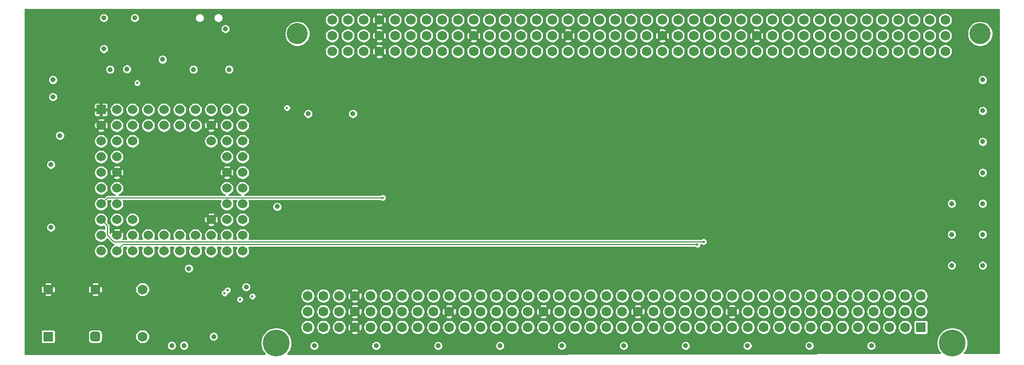
<source format=gbr>
%TF.GenerationSoftware,KiCad,Pcbnew,5.1.9+dfsg1-1~bpo10+1*%
%TF.CreationDate,2023-04-26T15:41:01+02:00*%
%TF.ProjectId,IIsiPDSAdapter,49497369-5044-4534-9164-61707465722e,rev?*%
%TF.SameCoordinates,Original*%
%TF.FileFunction,Copper,L3,Inr*%
%TF.FilePolarity,Positive*%
%FSLAX46Y46*%
G04 Gerber Fmt 4.6, Leading zero omitted, Abs format (unit mm)*
G04 Created by KiCad (PCBNEW 5.1.9+dfsg1-1~bpo10+1) date 2023-04-26 15:41:01*
%MOMM*%
%LPD*%
G01*
G04 APERTURE LIST*
%TA.AperFunction,ComponentPad*%
%ADD10C,1.600000*%
%TD*%
%TA.AperFunction,ComponentPad*%
%ADD11R,1.600000X1.600000*%
%TD*%
%TA.AperFunction,ComponentPad*%
%ADD12C,1.524000*%
%TD*%
%TA.AperFunction,ComponentPad*%
%ADD13R,1.524000X1.524000*%
%TD*%
%TA.AperFunction,ComponentPad*%
%ADD14C,4.335000*%
%TD*%
%TA.AperFunction,ComponentPad*%
%ADD15C,1.605000*%
%TD*%
%TA.AperFunction,ComponentPad*%
%ADD16R,1.605000X1.605000*%
%TD*%
%TA.AperFunction,ComponentPad*%
%ADD17C,3.403600*%
%TD*%
%TA.AperFunction,ComponentPad*%
%ADD18C,1.574800*%
%TD*%
%TA.AperFunction,ViaPad*%
%ADD19C,0.800000*%
%TD*%
%TA.AperFunction,ViaPad*%
%ADD20C,0.450000*%
%TD*%
%TA.AperFunction,Conductor*%
%ADD21C,0.152400*%
%TD*%
%TA.AperFunction,Conductor*%
%ADD22C,0.254000*%
%TD*%
%TA.AperFunction,Conductor*%
%ADD23C,0.100000*%
%TD*%
G04 APERTURE END LIST*
%TO.N,Net-(X1-PadEN1)*%
%TO.C,X1*%
%TA.AperFunction,ComponentPad*%
G36*
G01*
X65820000Y-151900000D02*
X65820000Y-151100000D01*
G75*
G02*
X66220000Y-150700000I400000J0D01*
G01*
X67020000Y-150700000D01*
G75*
G02*
X67420000Y-151100000I0J-400000D01*
G01*
X67420000Y-151900000D01*
G75*
G02*
X67020000Y-152300000I-400000J0D01*
G01*
X66220000Y-152300000D01*
G75*
G02*
X65820000Y-151900000I0J400000D01*
G01*
G37*
%TD.AperFunction*%
D10*
%TO.N,+5V*%
X66620000Y-143880000D03*
%TO.N,GND*%
X74240000Y-151500000D03*
%TO.N,CLK_32_000*%
X74240000Y-143880000D03*
%TO.N,+5V*%
X59000000Y-143880000D03*
D11*
%TO.N,Net-(X1-PadEN2)*%
X59000000Y-151500000D03*
%TD*%
D12*
%TO.N,GND*%
%TO.C,J2*%
X90430000Y-114820000D03*
%TO.N,D8*%
X87890000Y-114820000D03*
%TO.N,D7*%
X85350000Y-114820000D03*
%TO.N,D6*%
X82810000Y-114820000D03*
%TO.N,D4*%
X80270000Y-114820000D03*
%TO.N,D3*%
X77730000Y-114820000D03*
%TO.N,D1*%
X75190000Y-114820000D03*
%TO.N,D0*%
X72650000Y-114820000D03*
%TO.N,GND*%
X70110000Y-114820000D03*
D13*
%TO.N,+5V*%
X67570000Y-114820000D03*
D12*
%TO.N,D11*%
X90430000Y-117360000D03*
%TO.N,D10*%
X87890000Y-117360000D03*
%TO.N,+5V*%
X85350000Y-117360000D03*
%TO.N,GND*%
X82810000Y-117360000D03*
%TO.N,D5*%
X80270000Y-117360000D03*
%TO.N,D2*%
X77730000Y-117360000D03*
%TO.N,GND*%
X75190000Y-117360000D03*
X72650000Y-117360000D03*
X70110000Y-117360000D03*
%TO.N,+5V*%
X67570000Y-117360000D03*
%TO.N,D14*%
X90430000Y-119900000D03*
%TO.N,D13*%
X87890000Y-119900000D03*
%TO.N,D9*%
X85350000Y-119900000D03*
%TO.N,GND*%
X72650000Y-119900000D03*
%TO.N,FPUCLK*%
X70110000Y-119900000D03*
%TO.N,GND*%
X67570000Y-119900000D03*
%TO.N,D15*%
X90430000Y-122440000D03*
%TO.N,D12*%
X87890000Y-122440000D03*
%TO.N,GND*%
X70110000Y-122440000D03*
%TO.N,~RESET*%
X67570000Y-122440000D03*
%TO.N,GND*%
X90430000Y-124980000D03*
%TO.N,+5V*%
X87890000Y-124980000D03*
X70110000Y-124980000D03*
%TO.N,Net-(J2-PadE1)*%
X67570000Y-124980000D03*
%TO.N,D16*%
X90430000Y-127520000D03*
%TO.N,D17*%
X87890000Y-127520000D03*
%TO.N,GND*%
X70110000Y-127520000D03*
%TO.N,Net-(J2-PadF1)*%
X67570000Y-127520000D03*
%TO.N,D18*%
X90430000Y-130060000D03*
%TO.N,D20*%
X87890000Y-130060000D03*
%TO.N,A4*%
X70110000Y-130060000D03*
%TO.N,~DS*%
X67570000Y-130060000D03*
%TO.N,D19*%
X90430000Y-132600000D03*
%TO.N,GND*%
X87890000Y-132600000D03*
%TO.N,+5V*%
X85350000Y-132600000D03*
%TO.N,Net-(J2-PadH3)*%
X72650000Y-132600000D03*
%TO.N,A2*%
X70110000Y-132600000D03*
%TO.N,~AS*%
X67570000Y-132600000D03*
%TO.N,D21*%
X90430000Y-135140000D03*
%TO.N,D23*%
X87890000Y-135140000D03*
%TO.N,GND*%
X85350000Y-135140000D03*
%TO.N,D25*%
X82810000Y-135140000D03*
%TO.N,D28*%
X80270000Y-135140000D03*
%TO.N,D31*%
X77730000Y-135140000D03*
%TO.N,~DSACK0*%
X75190000Y-135140000D03*
%TO.N,~FPU*%
X72650000Y-135140000D03*
%TO.N,+5V*%
X70110000Y-135140000D03*
%TO.N,A3*%
X67570000Y-135140000D03*
%TO.N,D22*%
X90430000Y-137680000D03*
%TO.N,D24*%
X87890000Y-137680000D03*
%TO.N,D26*%
X85350000Y-137680000D03*
%TO.N,D27*%
X82810000Y-137680000D03*
%TO.N,D29*%
X80270000Y-137680000D03*
%TO.N,D30*%
X77730000Y-137680000D03*
%TO.N,~DSACK1*%
X75190000Y-137680000D03*
%TO.N,GND*%
X72650000Y-137680000D03*
%TO.N,~RW*%
X70110000Y-137680000D03*
%TO.N,A1*%
X67570000Y-137680000D03*
%TD*%
D14*
%TO.N,Net-(J1-PadMH2)*%
%TO.C,J1*%
X95860000Y-152540000D03*
%TO.N,Net-(J1-PadMH1)*%
X205080000Y-152540000D03*
D15*
%TO.N,+12V*%
X100940000Y-144920000D03*
%TO.N,GND*%
X103480000Y-144920000D03*
%TO.N,C16M*%
X106020000Y-144920000D03*
%TO.N,+5V*%
X108560000Y-144920000D03*
%TO.N,A0*%
X111100000Y-144920000D03*
%TO.N,A3*%
X113640000Y-144920000D03*
%TO.N,A6*%
X116180000Y-144920000D03*
%TO.N,A8*%
X118720000Y-144920000D03*
%TO.N,A11*%
X121260000Y-144920000D03*
%TO.N,A14*%
X123800000Y-144920000D03*
%TO.N,A16*%
X126340000Y-144920000D03*
%TO.N,A19*%
X128880000Y-144920000D03*
%TO.N,A22*%
X131420000Y-144920000D03*
%TO.N,A24*%
X133960000Y-144920000D03*
%TO.N,A27*%
X136500000Y-144920000D03*
%TO.N,A30*%
X139040000Y-144920000D03*
%TO.N,D31*%
X141580000Y-144920000D03*
%TO.N,D28*%
X144120000Y-144920000D03*
%TO.N,D25*%
X146660000Y-144920000D03*
%TO.N,D23*%
X149200000Y-144920000D03*
%TO.N,D20*%
X151740000Y-144920000D03*
%TO.N,D17*%
X154280000Y-144920000D03*
%TO.N,D15*%
X156820000Y-144920000D03*
%TO.N,D12*%
X159360000Y-144920000D03*
%TO.N,D9*%
X161900000Y-144920000D03*
%TO.N,D7*%
X164440000Y-144920000D03*
%TO.N,D4*%
X166980000Y-144920000D03*
%TO.N,D1*%
X169520000Y-144920000D03*
%TO.N,~HALT*%
X172060000Y-144920000D03*
%TO.N,FC0*%
X174600000Y-144920000D03*
%TO.N,~BR*%
X177140000Y-144920000D03*
%TO.N,~AS*%
X179680000Y-144920000D03*
%TO.N,~RW*%
X182220000Y-144920000D03*
%TO.N,~CBREQ*%
X184760000Y-144920000D03*
%TO.N,RMC*%
X187300000Y-144920000D03*
%TO.N,IPL0*%
X189840000Y-144920000D03*
%TO.N,~IRQ1*%
X192380000Y-144920000D03*
%TO.N,~TM0A*%
X194920000Y-144920000D03*
%TO.N,~NUBUS*%
X197460000Y-144920000D03*
%TO.N,~PFW*%
X200000000Y-144920000D03*
%TO.N,-5V*%
X100940000Y-147460000D03*
%TO.N,GND*%
X103480000Y-147460000D03*
%TO.N,ECLK*%
X106020000Y-147460000D03*
%TO.N,+5V*%
X108560000Y-147460000D03*
%TO.N,A1*%
X111100000Y-147460000D03*
%TO.N,A4*%
X113640000Y-147460000D03*
%TO.N,GND*%
X116180000Y-147460000D03*
%TO.N,A9*%
X118720000Y-147460000D03*
%TO.N,A12*%
X121260000Y-147460000D03*
%TO.N,+5V*%
X123800000Y-147460000D03*
%TO.N,A17*%
X126340000Y-147460000D03*
%TO.N,A20*%
X128880000Y-147460000D03*
%TO.N,GND*%
X131420000Y-147460000D03*
%TO.N,A25*%
X133960000Y-147460000D03*
%TO.N,A28*%
X136500000Y-147460000D03*
%TO.N,+5V*%
X139040000Y-147460000D03*
%TO.N,D30*%
X141580000Y-147460000D03*
%TO.N,D27*%
X144120000Y-147460000D03*
%TO.N,GND*%
X146660000Y-147460000D03*
%TO.N,D22*%
X149200000Y-147460000D03*
%TO.N,D19*%
X151740000Y-147460000D03*
%TO.N,+5V*%
X154280000Y-147460000D03*
%TO.N,D14*%
X156820000Y-147460000D03*
%TO.N,D11*%
X159360000Y-147460000D03*
%TO.N,GND*%
X161900000Y-147460000D03*
%TO.N,D6*%
X164440000Y-147460000D03*
%TO.N,D3*%
X166980000Y-147460000D03*
%TO.N,+5V*%
X169520000Y-147460000D03*
%TO.N,~BERR*%
X172060000Y-147460000D03*
%TO.N,FC1*%
X174600000Y-147460000D03*
%TO.N,~BG*%
X177140000Y-147460000D03*
%TO.N,SIZ0*%
X179680000Y-147460000D03*
%TO.N,~DSACK0*%
X182220000Y-147460000D03*
%TO.N,~CBACK*%
X184760000Y-147460000D03*
%TO.N,~DS*%
X187300000Y-147460000D03*
%TO.N,IPL1*%
X189840000Y-147460000D03*
%TO.N,~IRQ2*%
X192380000Y-147460000D03*
%TO.N,~TM1A*%
X194920000Y-147460000D03*
%TO.N,CACHE*%
X197460000Y-147460000D03*
%TO.N,C40M*%
X200000000Y-147460000D03*
%TO.N,-12V*%
X100940000Y-150000000D03*
%TO.N,GND*%
X103480000Y-150000000D03*
%TO.N,CPUCLK*%
X106020000Y-150000000D03*
%TO.N,+5V*%
X108560000Y-150000000D03*
%TO.N,A2*%
X111100000Y-150000000D03*
%TO.N,A5*%
X113640000Y-150000000D03*
%TO.N,A7*%
X116180000Y-150000000D03*
%TO.N,A10*%
X118720000Y-150000000D03*
%TO.N,A13*%
X121260000Y-150000000D03*
%TO.N,A15*%
X123800000Y-150000000D03*
%TO.N,A18*%
X126340000Y-150000000D03*
%TO.N,A21*%
X128880000Y-150000000D03*
%TO.N,A23*%
X131420000Y-150000000D03*
%TO.N,A26*%
X133960000Y-150000000D03*
%TO.N,A29*%
X136500000Y-150000000D03*
%TO.N,A31*%
X139040000Y-150000000D03*
%TO.N,D29*%
X141580000Y-150000000D03*
%TO.N,D26*%
X144120000Y-150000000D03*
%TO.N,D24*%
X146660000Y-150000000D03*
%TO.N,D21*%
X149200000Y-150000000D03*
%TO.N,D18*%
X151740000Y-150000000D03*
%TO.N,D16*%
X154280000Y-150000000D03*
%TO.N,D13*%
X156820000Y-150000000D03*
%TO.N,D10*%
X159360000Y-150000000D03*
%TO.N,D8*%
X161900000Y-150000000D03*
%TO.N,D5*%
X164440000Y-150000000D03*
%TO.N,D2*%
X166980000Y-150000000D03*
%TO.N,D0*%
X169520000Y-150000000D03*
%TO.N,~RESET*%
X172060000Y-150000000D03*
%TO.N,FC2*%
X174600000Y-150000000D03*
%TO.N,~BGACK*%
X177140000Y-150000000D03*
%TO.N,SIZ1*%
X179680000Y-150000000D03*
%TO.N,~DSACK1*%
X182220000Y-150000000D03*
%TO.N,~STERM*%
X184760000Y-150000000D03*
%TO.N,~CIOUT*%
X187300000Y-150000000D03*
%TO.N,IPL2*%
X189840000Y-150000000D03*
%TO.N,~IRQ3*%
X192380000Y-150000000D03*
%TO.N,~BUSLOCk*%
X194920000Y-150000000D03*
%TO.N,~FPU*%
X197460000Y-150000000D03*
D16*
%TO.N,~RBV*%
X200000000Y-150000000D03*
%TD*%
D17*
%TO.N,N/C*%
%TO.C,J3*%
X209576100Y-102535200D03*
X99263900Y-102535200D03*
D18*
%TO.N,+12V*%
X104890000Y-105380000D03*
%TO.N,GND*%
X107430000Y-105380000D03*
%TO.N,C16M*%
X109970000Y-105380000D03*
%TO.N,+5V*%
X112510000Y-105380000D03*
%TO.N,A0*%
X115050000Y-105380000D03*
%TO.N,A3*%
X117590000Y-105380000D03*
%TO.N,A6*%
X120130000Y-105380000D03*
%TO.N,A8*%
X122670000Y-105380000D03*
%TO.N,A11*%
X125210000Y-105380000D03*
%TO.N,A14*%
X127750000Y-105380000D03*
%TO.N,A16*%
X130290000Y-105380000D03*
%TO.N,A19*%
X132830000Y-105380000D03*
%TO.N,A22*%
X135370000Y-105380000D03*
%TO.N,A24*%
X137910000Y-105380000D03*
%TO.N,A27*%
X140450000Y-105380000D03*
%TO.N,A30*%
X142990000Y-105380000D03*
%TO.N,D31*%
X145530000Y-105380000D03*
%TO.N,D28*%
X148070000Y-105380000D03*
%TO.N,D25*%
X150610000Y-105380000D03*
%TO.N,D23*%
X153150000Y-105380000D03*
%TO.N,D20*%
X155690000Y-105380000D03*
%TO.N,D17*%
X158230000Y-105380000D03*
%TO.N,D15*%
X160770000Y-105380000D03*
%TO.N,D12*%
X163310000Y-105380000D03*
%TO.N,D9*%
X165850000Y-105380000D03*
%TO.N,D7*%
X168390000Y-105380000D03*
%TO.N,D4*%
X170930000Y-105380000D03*
%TO.N,D1*%
X173470000Y-105380000D03*
%TO.N,~HALT*%
X176010000Y-105380000D03*
%TO.N,FC0*%
X178550000Y-105380000D03*
%TO.N,~BR*%
X181090000Y-105380000D03*
%TO.N,~AS*%
X183630000Y-105380000D03*
%TO.N,~RW*%
X186170000Y-105380000D03*
%TO.N,~CBREQ*%
X188710000Y-105380000D03*
%TO.N,RMC*%
X191250000Y-105380000D03*
%TO.N,IPL0*%
X193790000Y-105380000D03*
%TO.N,~IRQ1*%
X196330000Y-105380000D03*
%TO.N,~TM0A*%
X198870000Y-105380000D03*
%TO.N,~NUBUS*%
X201410000Y-105380000D03*
%TO.N,~PFW*%
X203950000Y-105380000D03*
%TO.N,-5V*%
X104890000Y-102840000D03*
%TO.N,GND*%
X107430000Y-102840000D03*
%TO.N,ECLK*%
X109970000Y-102840000D03*
%TO.N,+5V*%
X112510000Y-102840000D03*
%TO.N,A1*%
X115050000Y-102840000D03*
%TO.N,A4*%
X117590000Y-102840000D03*
%TO.N,GND*%
X120130000Y-102840000D03*
%TO.N,A9*%
X122670000Y-102840000D03*
%TO.N,A12*%
X125210000Y-102840000D03*
%TO.N,+5V*%
X127750000Y-102840000D03*
%TO.N,A17*%
X130290000Y-102840000D03*
%TO.N,A20*%
X132830000Y-102840000D03*
%TO.N,GND*%
X135370000Y-102840000D03*
%TO.N,A25*%
X137910000Y-102840000D03*
%TO.N,A28*%
X140450000Y-102840000D03*
%TO.N,+5V*%
X142990000Y-102840000D03*
%TO.N,D30*%
X145530000Y-102840000D03*
%TO.N,D27*%
X148070000Y-102840000D03*
%TO.N,GND*%
X150610000Y-102840000D03*
%TO.N,D22*%
X153150000Y-102840000D03*
%TO.N,D19*%
X155690000Y-102840000D03*
%TO.N,+5V*%
X158230000Y-102840000D03*
%TO.N,D14*%
X160770000Y-102840000D03*
%TO.N,D11*%
X163310000Y-102840000D03*
%TO.N,GND*%
X165850000Y-102840000D03*
%TO.N,D6*%
X168390000Y-102840000D03*
%TO.N,D3*%
X170930000Y-102840000D03*
%TO.N,+5V*%
X173470000Y-102840000D03*
%TO.N,~BERR*%
X176010000Y-102840000D03*
%TO.N,FC1*%
X178550000Y-102840000D03*
%TO.N,~BG*%
X181090000Y-102840000D03*
%TO.N,SIZ0*%
X183630000Y-102840000D03*
%TO.N,~DSACK0*%
X186170000Y-102840000D03*
%TO.N,~CBACK*%
X188710000Y-102840000D03*
%TO.N,~DS*%
X191250000Y-102840000D03*
%TO.N,IPL1*%
X193790000Y-102840000D03*
%TO.N,~IRQ2*%
X196330000Y-102840000D03*
%TO.N,~TM1A*%
X198870000Y-102840000D03*
%TO.N,CACHE*%
X201410000Y-102840000D03*
%TO.N,C40M*%
X203950000Y-102840000D03*
%TO.N,-12V*%
X104890000Y-100300000D03*
%TO.N,GND*%
X107430000Y-100300000D03*
%TO.N,CPUCLK*%
X109970000Y-100300000D03*
%TO.N,+5V*%
X112510000Y-100300000D03*
%TO.N,A2*%
X115050000Y-100300000D03*
%TO.N,A5*%
X117590000Y-100300000D03*
%TO.N,A7*%
X120130000Y-100300000D03*
%TO.N,A10*%
X122670000Y-100300000D03*
%TO.N,A13*%
X125210000Y-100300000D03*
%TO.N,A15*%
X127750000Y-100300000D03*
%TO.N,A18*%
X130290000Y-100300000D03*
%TO.N,A21*%
X132830000Y-100300000D03*
%TO.N,A23*%
X135370000Y-100300000D03*
%TO.N,A26*%
X137910000Y-100300000D03*
%TO.N,A29*%
X140450000Y-100300000D03*
%TO.N,A31*%
X142990000Y-100300000D03*
%TO.N,D29*%
X145530000Y-100300000D03*
%TO.N,D26*%
X148070000Y-100300000D03*
%TO.N,D24*%
X150610000Y-100300000D03*
%TO.N,D21*%
X153150000Y-100300000D03*
%TO.N,D18*%
X155690000Y-100300000D03*
%TO.N,D16*%
X158230000Y-100300000D03*
%TO.N,D13*%
X160770000Y-100300000D03*
%TO.N,D10*%
X163310000Y-100300000D03*
%TO.N,D8*%
X165850000Y-100300000D03*
%TO.N,D5*%
X168390000Y-100300000D03*
%TO.N,D2*%
X170930000Y-100300000D03*
%TO.N,D0*%
X173470000Y-100300000D03*
%TO.N,~RESET*%
X176010000Y-100300000D03*
%TO.N,FC2*%
X178550000Y-100300000D03*
%TO.N,~BGACK*%
X181090000Y-100300000D03*
%TO.N,SIZ1*%
X183630000Y-100300000D03*
%TO.N,~DSACK1*%
X186170000Y-100300000D03*
%TO.N,~STERM*%
X188710000Y-100300000D03*
%TO.N,~CIOUT*%
X191250000Y-100300000D03*
%TO.N,IPL2*%
X193790000Y-100300000D03*
%TO.N,~IRQ3*%
X196330000Y-100300000D03*
%TO.N,~BUSLOCk*%
X198870000Y-100300000D03*
%TO.N,~FPU*%
X201410000Y-100300000D03*
%TO.N,~RBV*%
X203950000Y-100300000D03*
%TD*%
D19*
%TO.N,GND*%
X102000000Y-153000000D03*
X108250000Y-115500000D03*
X68000000Y-100000000D03*
X81750000Y-140500000D03*
X91000000Y-143500000D03*
X101000000Y-115500000D03*
X96000000Y-130500000D03*
X210000000Y-110000000D03*
X205000000Y-130000000D03*
X205000000Y-140000000D03*
X205000000Y-135000000D03*
X210000000Y-115000000D03*
X210000000Y-120000000D03*
X59445000Y-133870000D03*
X69000000Y-108325000D03*
X82500000Y-108325000D03*
X59445000Y-123710000D03*
X59770000Y-112750000D03*
X59770000Y-110000000D03*
X87641000Y-101750000D03*
X77500000Y-106700000D03*
X71750000Y-108250000D03*
X78970000Y-152950000D03*
X80970000Y-152950000D03*
X85750000Y-151500000D03*
X210000000Y-125000000D03*
X210000000Y-130000000D03*
X210000000Y-135000000D03*
X210000000Y-140000000D03*
X60920000Y-119000000D03*
X73000000Y-100000000D03*
X68000000Y-105000000D03*
X112000000Y-153000000D03*
X122000000Y-153000000D03*
X132000000Y-153000000D03*
X142000000Y-153000000D03*
X152000000Y-153000000D03*
X162000000Y-153000000D03*
X172000000Y-153000000D03*
X182000000Y-153000000D03*
X192000000Y-153000000D03*
X88250000Y-108325000D03*
%TO.N,+5V*%
X59395000Y-127520000D03*
X59395000Y-131330000D03*
X86620000Y-140170000D03*
X85350000Y-127520000D03*
X62470000Y-140000000D03*
X62470000Y-135140000D03*
X64250000Y-114820000D03*
X64250000Y-117360000D03*
X64250000Y-123710000D03*
X64250000Y-133870000D03*
X92950000Y-126250000D03*
X82350000Y-101750000D03*
X77500000Y-108250000D03*
X80970000Y-148450000D03*
X78970000Y-148450000D03*
X85750000Y-148800000D03*
X82500000Y-109875000D03*
X88250000Y-109875000D03*
D20*
%TO.N,A3*%
X92000000Y-145000000D03*
%TO.N,~AS*%
X164911799Y-136178201D03*
%TO.N,~RW*%
X163868201Y-136641799D03*
%TO.N,A1*%
X90000000Y-145500000D03*
%TO.N,A4*%
X88000000Y-144000000D03*
%TO.N,~DS*%
X113050601Y-129069399D03*
%TO.N,A2*%
X87500000Y-144500000D03*
%TO.N,~RESET*%
X97590000Y-114530000D03*
%TO.N,CLK_32_000*%
X73400000Y-110500000D03*
%TD*%
D21*
%TO.N,~AS*%
X69611663Y-136178201D02*
X164911799Y-136178201D01*
X68560601Y-135127139D02*
X69611663Y-136178201D01*
X67570000Y-132600000D02*
X68560601Y-133590601D01*
X68560601Y-133590601D02*
X68560601Y-135127139D01*
%TO.N,~RW*%
X70110000Y-137680000D02*
X71148201Y-136641799D01*
X71148201Y-136641799D02*
X163868201Y-136641799D01*
%TO.N,~DS*%
X68560601Y-129069399D02*
X113050601Y-129069399D01*
X67570000Y-130060000D02*
X68560601Y-129069399D01*
%TD*%
D22*
%TO.N,+5V*%
X212594000Y-154189163D02*
X207028467Y-154195656D01*
X207059549Y-154164574D01*
X207338451Y-153747167D01*
X207530562Y-153283370D01*
X207628500Y-152791005D01*
X207628500Y-152288995D01*
X207530562Y-151796630D01*
X207338451Y-151332833D01*
X207059549Y-150915426D01*
X206704574Y-150560451D01*
X206287167Y-150281549D01*
X205823370Y-150089438D01*
X205331005Y-149991500D01*
X204828995Y-149991500D01*
X204336630Y-150089438D01*
X203872833Y-150281549D01*
X203455426Y-150560451D01*
X203100451Y-150915426D01*
X202821549Y-151332833D01*
X202629438Y-151796630D01*
X202531500Y-152288995D01*
X202531500Y-152791005D01*
X202629438Y-153283370D01*
X202821549Y-153747167D01*
X203100451Y-154164574D01*
X203136073Y-154200196D01*
X122722777Y-154294000D01*
X97710123Y-154294000D01*
X97839549Y-154164574D01*
X98118451Y-153747167D01*
X98310562Y-153283370D01*
X98382228Y-152923078D01*
X101219000Y-152923078D01*
X101219000Y-153076922D01*
X101249013Y-153227809D01*
X101307887Y-153369942D01*
X101393358Y-153497859D01*
X101502141Y-153606642D01*
X101630058Y-153692113D01*
X101772191Y-153750987D01*
X101923078Y-153781000D01*
X102076922Y-153781000D01*
X102227809Y-153750987D01*
X102369942Y-153692113D01*
X102497859Y-153606642D01*
X102606642Y-153497859D01*
X102692113Y-153369942D01*
X102750987Y-153227809D01*
X102781000Y-153076922D01*
X102781000Y-152923078D01*
X111219000Y-152923078D01*
X111219000Y-153076922D01*
X111249013Y-153227809D01*
X111307887Y-153369942D01*
X111393358Y-153497859D01*
X111502141Y-153606642D01*
X111630058Y-153692113D01*
X111772191Y-153750987D01*
X111923078Y-153781000D01*
X112076922Y-153781000D01*
X112227809Y-153750987D01*
X112369942Y-153692113D01*
X112497859Y-153606642D01*
X112606642Y-153497859D01*
X112692113Y-153369942D01*
X112750987Y-153227809D01*
X112781000Y-153076922D01*
X112781000Y-152923078D01*
X121219000Y-152923078D01*
X121219000Y-153076922D01*
X121249013Y-153227809D01*
X121307887Y-153369942D01*
X121393358Y-153497859D01*
X121502141Y-153606642D01*
X121630058Y-153692113D01*
X121772191Y-153750987D01*
X121923078Y-153781000D01*
X122076922Y-153781000D01*
X122227809Y-153750987D01*
X122369942Y-153692113D01*
X122497859Y-153606642D01*
X122606642Y-153497859D01*
X122692113Y-153369942D01*
X122750987Y-153227809D01*
X122781000Y-153076922D01*
X122781000Y-152923078D01*
X131219000Y-152923078D01*
X131219000Y-153076922D01*
X131249013Y-153227809D01*
X131307887Y-153369942D01*
X131393358Y-153497859D01*
X131502141Y-153606642D01*
X131630058Y-153692113D01*
X131772191Y-153750987D01*
X131923078Y-153781000D01*
X132076922Y-153781000D01*
X132227809Y-153750987D01*
X132369942Y-153692113D01*
X132497859Y-153606642D01*
X132606642Y-153497859D01*
X132692113Y-153369942D01*
X132750987Y-153227809D01*
X132781000Y-153076922D01*
X132781000Y-152923078D01*
X141219000Y-152923078D01*
X141219000Y-153076922D01*
X141249013Y-153227809D01*
X141307887Y-153369942D01*
X141393358Y-153497859D01*
X141502141Y-153606642D01*
X141630058Y-153692113D01*
X141772191Y-153750987D01*
X141923078Y-153781000D01*
X142076922Y-153781000D01*
X142227809Y-153750987D01*
X142369942Y-153692113D01*
X142497859Y-153606642D01*
X142606642Y-153497859D01*
X142692113Y-153369942D01*
X142750987Y-153227809D01*
X142781000Y-153076922D01*
X142781000Y-152923078D01*
X151219000Y-152923078D01*
X151219000Y-153076922D01*
X151249013Y-153227809D01*
X151307887Y-153369942D01*
X151393358Y-153497859D01*
X151502141Y-153606642D01*
X151630058Y-153692113D01*
X151772191Y-153750987D01*
X151923078Y-153781000D01*
X152076922Y-153781000D01*
X152227809Y-153750987D01*
X152369942Y-153692113D01*
X152497859Y-153606642D01*
X152606642Y-153497859D01*
X152692113Y-153369942D01*
X152750987Y-153227809D01*
X152781000Y-153076922D01*
X152781000Y-152923078D01*
X161219000Y-152923078D01*
X161219000Y-153076922D01*
X161249013Y-153227809D01*
X161307887Y-153369942D01*
X161393358Y-153497859D01*
X161502141Y-153606642D01*
X161630058Y-153692113D01*
X161772191Y-153750987D01*
X161923078Y-153781000D01*
X162076922Y-153781000D01*
X162227809Y-153750987D01*
X162369942Y-153692113D01*
X162497859Y-153606642D01*
X162606642Y-153497859D01*
X162692113Y-153369942D01*
X162750987Y-153227809D01*
X162781000Y-153076922D01*
X162781000Y-152923078D01*
X171219000Y-152923078D01*
X171219000Y-153076922D01*
X171249013Y-153227809D01*
X171307887Y-153369942D01*
X171393358Y-153497859D01*
X171502141Y-153606642D01*
X171630058Y-153692113D01*
X171772191Y-153750987D01*
X171923078Y-153781000D01*
X172076922Y-153781000D01*
X172227809Y-153750987D01*
X172369942Y-153692113D01*
X172497859Y-153606642D01*
X172606642Y-153497859D01*
X172692113Y-153369942D01*
X172750987Y-153227809D01*
X172781000Y-153076922D01*
X172781000Y-152923078D01*
X181219000Y-152923078D01*
X181219000Y-153076922D01*
X181249013Y-153227809D01*
X181307887Y-153369942D01*
X181393358Y-153497859D01*
X181502141Y-153606642D01*
X181630058Y-153692113D01*
X181772191Y-153750987D01*
X181923078Y-153781000D01*
X182076922Y-153781000D01*
X182227809Y-153750987D01*
X182369942Y-153692113D01*
X182497859Y-153606642D01*
X182606642Y-153497859D01*
X182692113Y-153369942D01*
X182750987Y-153227809D01*
X182781000Y-153076922D01*
X182781000Y-152923078D01*
X191219000Y-152923078D01*
X191219000Y-153076922D01*
X191249013Y-153227809D01*
X191307887Y-153369942D01*
X191393358Y-153497859D01*
X191502141Y-153606642D01*
X191630058Y-153692113D01*
X191772191Y-153750987D01*
X191923078Y-153781000D01*
X192076922Y-153781000D01*
X192227809Y-153750987D01*
X192369942Y-153692113D01*
X192497859Y-153606642D01*
X192606642Y-153497859D01*
X192692113Y-153369942D01*
X192750987Y-153227809D01*
X192781000Y-153076922D01*
X192781000Y-152923078D01*
X192750987Y-152772191D01*
X192692113Y-152630058D01*
X192606642Y-152502141D01*
X192497859Y-152393358D01*
X192369942Y-152307887D01*
X192227809Y-152249013D01*
X192076922Y-152219000D01*
X191923078Y-152219000D01*
X191772191Y-152249013D01*
X191630058Y-152307887D01*
X191502141Y-152393358D01*
X191393358Y-152502141D01*
X191307887Y-152630058D01*
X191249013Y-152772191D01*
X191219000Y-152923078D01*
X182781000Y-152923078D01*
X182750987Y-152772191D01*
X182692113Y-152630058D01*
X182606642Y-152502141D01*
X182497859Y-152393358D01*
X182369942Y-152307887D01*
X182227809Y-152249013D01*
X182076922Y-152219000D01*
X181923078Y-152219000D01*
X181772191Y-152249013D01*
X181630058Y-152307887D01*
X181502141Y-152393358D01*
X181393358Y-152502141D01*
X181307887Y-152630058D01*
X181249013Y-152772191D01*
X181219000Y-152923078D01*
X172781000Y-152923078D01*
X172750987Y-152772191D01*
X172692113Y-152630058D01*
X172606642Y-152502141D01*
X172497859Y-152393358D01*
X172369942Y-152307887D01*
X172227809Y-152249013D01*
X172076922Y-152219000D01*
X171923078Y-152219000D01*
X171772191Y-152249013D01*
X171630058Y-152307887D01*
X171502141Y-152393358D01*
X171393358Y-152502141D01*
X171307887Y-152630058D01*
X171249013Y-152772191D01*
X171219000Y-152923078D01*
X162781000Y-152923078D01*
X162750987Y-152772191D01*
X162692113Y-152630058D01*
X162606642Y-152502141D01*
X162497859Y-152393358D01*
X162369942Y-152307887D01*
X162227809Y-152249013D01*
X162076922Y-152219000D01*
X161923078Y-152219000D01*
X161772191Y-152249013D01*
X161630058Y-152307887D01*
X161502141Y-152393358D01*
X161393358Y-152502141D01*
X161307887Y-152630058D01*
X161249013Y-152772191D01*
X161219000Y-152923078D01*
X152781000Y-152923078D01*
X152750987Y-152772191D01*
X152692113Y-152630058D01*
X152606642Y-152502141D01*
X152497859Y-152393358D01*
X152369942Y-152307887D01*
X152227809Y-152249013D01*
X152076922Y-152219000D01*
X151923078Y-152219000D01*
X151772191Y-152249013D01*
X151630058Y-152307887D01*
X151502141Y-152393358D01*
X151393358Y-152502141D01*
X151307887Y-152630058D01*
X151249013Y-152772191D01*
X151219000Y-152923078D01*
X142781000Y-152923078D01*
X142750987Y-152772191D01*
X142692113Y-152630058D01*
X142606642Y-152502141D01*
X142497859Y-152393358D01*
X142369942Y-152307887D01*
X142227809Y-152249013D01*
X142076922Y-152219000D01*
X141923078Y-152219000D01*
X141772191Y-152249013D01*
X141630058Y-152307887D01*
X141502141Y-152393358D01*
X141393358Y-152502141D01*
X141307887Y-152630058D01*
X141249013Y-152772191D01*
X141219000Y-152923078D01*
X132781000Y-152923078D01*
X132750987Y-152772191D01*
X132692113Y-152630058D01*
X132606642Y-152502141D01*
X132497859Y-152393358D01*
X132369942Y-152307887D01*
X132227809Y-152249013D01*
X132076922Y-152219000D01*
X131923078Y-152219000D01*
X131772191Y-152249013D01*
X131630058Y-152307887D01*
X131502141Y-152393358D01*
X131393358Y-152502141D01*
X131307887Y-152630058D01*
X131249013Y-152772191D01*
X131219000Y-152923078D01*
X122781000Y-152923078D01*
X122750987Y-152772191D01*
X122692113Y-152630058D01*
X122606642Y-152502141D01*
X122497859Y-152393358D01*
X122369942Y-152307887D01*
X122227809Y-152249013D01*
X122076922Y-152219000D01*
X121923078Y-152219000D01*
X121772191Y-152249013D01*
X121630058Y-152307887D01*
X121502141Y-152393358D01*
X121393358Y-152502141D01*
X121307887Y-152630058D01*
X121249013Y-152772191D01*
X121219000Y-152923078D01*
X112781000Y-152923078D01*
X112750987Y-152772191D01*
X112692113Y-152630058D01*
X112606642Y-152502141D01*
X112497859Y-152393358D01*
X112369942Y-152307887D01*
X112227809Y-152249013D01*
X112076922Y-152219000D01*
X111923078Y-152219000D01*
X111772191Y-152249013D01*
X111630058Y-152307887D01*
X111502141Y-152393358D01*
X111393358Y-152502141D01*
X111307887Y-152630058D01*
X111249013Y-152772191D01*
X111219000Y-152923078D01*
X102781000Y-152923078D01*
X102750987Y-152772191D01*
X102692113Y-152630058D01*
X102606642Y-152502141D01*
X102497859Y-152393358D01*
X102369942Y-152307887D01*
X102227809Y-152249013D01*
X102076922Y-152219000D01*
X101923078Y-152219000D01*
X101772191Y-152249013D01*
X101630058Y-152307887D01*
X101502141Y-152393358D01*
X101393358Y-152502141D01*
X101307887Y-152630058D01*
X101249013Y-152772191D01*
X101219000Y-152923078D01*
X98382228Y-152923078D01*
X98408500Y-152791005D01*
X98408500Y-152288995D01*
X98310562Y-151796630D01*
X98118451Y-151332833D01*
X97839549Y-150915426D01*
X97484574Y-150560451D01*
X97067167Y-150281549D01*
X96603370Y-150089438D01*
X96111005Y-149991500D01*
X95608995Y-149991500D01*
X95116630Y-150089438D01*
X94652833Y-150281549D01*
X94235426Y-150560451D01*
X93880451Y-150915426D01*
X93601549Y-151332833D01*
X93409438Y-151796630D01*
X93311500Y-152288995D01*
X93311500Y-152791005D01*
X93409438Y-153283370D01*
X93601549Y-153747167D01*
X93880451Y-154164574D01*
X94009877Y-154294000D01*
X55306000Y-154294000D01*
X55306000Y-152873078D01*
X78189000Y-152873078D01*
X78189000Y-153026922D01*
X78219013Y-153177809D01*
X78277887Y-153319942D01*
X78363358Y-153447859D01*
X78472141Y-153556642D01*
X78600058Y-153642113D01*
X78742191Y-153700987D01*
X78893078Y-153731000D01*
X79046922Y-153731000D01*
X79197809Y-153700987D01*
X79339942Y-153642113D01*
X79467859Y-153556642D01*
X79576642Y-153447859D01*
X79662113Y-153319942D01*
X79720987Y-153177809D01*
X79751000Y-153026922D01*
X79751000Y-152873078D01*
X80189000Y-152873078D01*
X80189000Y-153026922D01*
X80219013Y-153177809D01*
X80277887Y-153319942D01*
X80363358Y-153447859D01*
X80472141Y-153556642D01*
X80600058Y-153642113D01*
X80742191Y-153700987D01*
X80893078Y-153731000D01*
X81046922Y-153731000D01*
X81197809Y-153700987D01*
X81339942Y-153642113D01*
X81467859Y-153556642D01*
X81576642Y-153447859D01*
X81662113Y-153319942D01*
X81720987Y-153177809D01*
X81751000Y-153026922D01*
X81751000Y-152873078D01*
X81720987Y-152722191D01*
X81662113Y-152580058D01*
X81576642Y-152452141D01*
X81467859Y-152343358D01*
X81339942Y-152257887D01*
X81197809Y-152199013D01*
X81046922Y-152169000D01*
X80893078Y-152169000D01*
X80742191Y-152199013D01*
X80600058Y-152257887D01*
X80472141Y-152343358D01*
X80363358Y-152452141D01*
X80277887Y-152580058D01*
X80219013Y-152722191D01*
X80189000Y-152873078D01*
X79751000Y-152873078D01*
X79720987Y-152722191D01*
X79662113Y-152580058D01*
X79576642Y-152452141D01*
X79467859Y-152343358D01*
X79339942Y-152257887D01*
X79197809Y-152199013D01*
X79046922Y-152169000D01*
X78893078Y-152169000D01*
X78742191Y-152199013D01*
X78600058Y-152257887D01*
X78472141Y-152343358D01*
X78363358Y-152452141D01*
X78277887Y-152580058D01*
X78219013Y-152722191D01*
X78189000Y-152873078D01*
X55306000Y-152873078D01*
X55306000Y-150700000D01*
X57817157Y-150700000D01*
X57817157Y-152300000D01*
X57824513Y-152374689D01*
X57846299Y-152446508D01*
X57881678Y-152512696D01*
X57929289Y-152570711D01*
X57987304Y-152618322D01*
X58053492Y-152653701D01*
X58125311Y-152675487D01*
X58200000Y-152682843D01*
X59800000Y-152682843D01*
X59874689Y-152675487D01*
X59946508Y-152653701D01*
X60012696Y-152618322D01*
X60070711Y-152570711D01*
X60118322Y-152512696D01*
X60153701Y-152446508D01*
X60175487Y-152374689D01*
X60182843Y-152300000D01*
X60182843Y-151100000D01*
X65437157Y-151100000D01*
X65437157Y-151900000D01*
X65452199Y-152052725D01*
X65496747Y-152199581D01*
X65569090Y-152334924D01*
X65666446Y-152453554D01*
X65785076Y-152550910D01*
X65920419Y-152623253D01*
X66067275Y-152667801D01*
X66220000Y-152682843D01*
X67020000Y-152682843D01*
X67172725Y-152667801D01*
X67319581Y-152623253D01*
X67454924Y-152550910D01*
X67573554Y-152453554D01*
X67670910Y-152334924D01*
X67743253Y-152199581D01*
X67787801Y-152052725D01*
X67802843Y-151900000D01*
X67802843Y-151383682D01*
X73059000Y-151383682D01*
X73059000Y-151616318D01*
X73104386Y-151844485D01*
X73193412Y-152059413D01*
X73322658Y-152252843D01*
X73487157Y-152417342D01*
X73680587Y-152546588D01*
X73895515Y-152635614D01*
X74123682Y-152681000D01*
X74356318Y-152681000D01*
X74584485Y-152635614D01*
X74799413Y-152546588D01*
X74992843Y-152417342D01*
X75157342Y-152252843D01*
X75286588Y-152059413D01*
X75375614Y-151844485D01*
X75421000Y-151616318D01*
X75421000Y-151423078D01*
X84969000Y-151423078D01*
X84969000Y-151576922D01*
X84999013Y-151727809D01*
X85057887Y-151869942D01*
X85143358Y-151997859D01*
X85252141Y-152106642D01*
X85380058Y-152192113D01*
X85522191Y-152250987D01*
X85673078Y-152281000D01*
X85826922Y-152281000D01*
X85977809Y-152250987D01*
X86119942Y-152192113D01*
X86247859Y-152106642D01*
X86356642Y-151997859D01*
X86442113Y-151869942D01*
X86500987Y-151727809D01*
X86531000Y-151576922D01*
X86531000Y-151423078D01*
X86500987Y-151272191D01*
X86442113Y-151130058D01*
X86356642Y-151002141D01*
X86247859Y-150893358D01*
X86119942Y-150807887D01*
X85977809Y-150749013D01*
X85826922Y-150719000D01*
X85673078Y-150719000D01*
X85522191Y-150749013D01*
X85380058Y-150807887D01*
X85252141Y-150893358D01*
X85143358Y-151002141D01*
X85057887Y-151130058D01*
X84999013Y-151272191D01*
X84969000Y-151423078D01*
X75421000Y-151423078D01*
X75421000Y-151383682D01*
X75375614Y-151155515D01*
X75286588Y-150940587D01*
X75157342Y-150747157D01*
X74992843Y-150582658D01*
X74799413Y-150453412D01*
X74584485Y-150364386D01*
X74356318Y-150319000D01*
X74123682Y-150319000D01*
X73895515Y-150364386D01*
X73680587Y-150453412D01*
X73487157Y-150582658D01*
X73322658Y-150747157D01*
X73193412Y-150940587D01*
X73104386Y-151155515D01*
X73059000Y-151383682D01*
X67802843Y-151383682D01*
X67802843Y-151100000D01*
X67787801Y-150947275D01*
X67743253Y-150800419D01*
X67670910Y-150665076D01*
X67573554Y-150546446D01*
X67454924Y-150449090D01*
X67319581Y-150376747D01*
X67172725Y-150332199D01*
X67020000Y-150317157D01*
X66220000Y-150317157D01*
X66067275Y-150332199D01*
X65920419Y-150376747D01*
X65785076Y-150449090D01*
X65666446Y-150546446D01*
X65569090Y-150665076D01*
X65496747Y-150800419D01*
X65452199Y-150947275D01*
X65437157Y-151100000D01*
X60182843Y-151100000D01*
X60182843Y-150700000D01*
X60175487Y-150625311D01*
X60153701Y-150553492D01*
X60118322Y-150487304D01*
X60070711Y-150429289D01*
X60012696Y-150381678D01*
X59946508Y-150346299D01*
X59874689Y-150324513D01*
X59800000Y-150317157D01*
X58200000Y-150317157D01*
X58125311Y-150324513D01*
X58053492Y-150346299D01*
X57987304Y-150381678D01*
X57929289Y-150429289D01*
X57881678Y-150487304D01*
X57846299Y-150553492D01*
X57824513Y-150625311D01*
X57817157Y-150700000D01*
X55306000Y-150700000D01*
X55306000Y-149883435D01*
X99756500Y-149883435D01*
X99756500Y-150116565D01*
X99801982Y-150345214D01*
X99891196Y-150560597D01*
X100020716Y-150754437D01*
X100185563Y-150919284D01*
X100379403Y-151048804D01*
X100594786Y-151138018D01*
X100823435Y-151183500D01*
X101056565Y-151183500D01*
X101285214Y-151138018D01*
X101500597Y-151048804D01*
X101694437Y-150919284D01*
X101859284Y-150754437D01*
X101988804Y-150560597D01*
X102078018Y-150345214D01*
X102123500Y-150116565D01*
X102123500Y-149883435D01*
X102296500Y-149883435D01*
X102296500Y-150116565D01*
X102341982Y-150345214D01*
X102431196Y-150560597D01*
X102560716Y-150754437D01*
X102725563Y-150919284D01*
X102919403Y-151048804D01*
X103134786Y-151138018D01*
X103363435Y-151183500D01*
X103596565Y-151183500D01*
X103825214Y-151138018D01*
X104040597Y-151048804D01*
X104234437Y-150919284D01*
X104399284Y-150754437D01*
X104528804Y-150560597D01*
X104618018Y-150345214D01*
X104663500Y-150116565D01*
X104663500Y-149883435D01*
X104836500Y-149883435D01*
X104836500Y-150116565D01*
X104881982Y-150345214D01*
X104971196Y-150560597D01*
X105100716Y-150754437D01*
X105265563Y-150919284D01*
X105459403Y-151048804D01*
X105674786Y-151138018D01*
X105903435Y-151183500D01*
X106136565Y-151183500D01*
X106365214Y-151138018D01*
X106580597Y-151048804D01*
X106774437Y-150919284D01*
X106835591Y-150858130D01*
X107881475Y-150858130D01*
X107967733Y-151031250D01*
X108180300Y-151126980D01*
X108407459Y-151179402D01*
X108640479Y-151186499D01*
X108870408Y-151148000D01*
X109088407Y-151065384D01*
X109152267Y-151031250D01*
X109238525Y-150858130D01*
X108560000Y-150179605D01*
X107881475Y-150858130D01*
X106835591Y-150858130D01*
X106939284Y-150754437D01*
X107068804Y-150560597D01*
X107158018Y-150345214D01*
X107203500Y-150116565D01*
X107203500Y-150080479D01*
X107373501Y-150080479D01*
X107412000Y-150310408D01*
X107494616Y-150528407D01*
X107528750Y-150592267D01*
X107701870Y-150678525D01*
X108380395Y-150000000D01*
X108739605Y-150000000D01*
X109418130Y-150678525D01*
X109591250Y-150592267D01*
X109686980Y-150379700D01*
X109739402Y-150152541D01*
X109746499Y-149919521D01*
X109740457Y-149883435D01*
X109916500Y-149883435D01*
X109916500Y-150116565D01*
X109961982Y-150345214D01*
X110051196Y-150560597D01*
X110180716Y-150754437D01*
X110345563Y-150919284D01*
X110539403Y-151048804D01*
X110754786Y-151138018D01*
X110983435Y-151183500D01*
X111216565Y-151183500D01*
X111445214Y-151138018D01*
X111660597Y-151048804D01*
X111854437Y-150919284D01*
X112019284Y-150754437D01*
X112148804Y-150560597D01*
X112238018Y-150345214D01*
X112283500Y-150116565D01*
X112283500Y-149883435D01*
X112456500Y-149883435D01*
X112456500Y-150116565D01*
X112501982Y-150345214D01*
X112591196Y-150560597D01*
X112720716Y-150754437D01*
X112885563Y-150919284D01*
X113079403Y-151048804D01*
X113294786Y-151138018D01*
X113523435Y-151183500D01*
X113756565Y-151183500D01*
X113985214Y-151138018D01*
X114200597Y-151048804D01*
X114394437Y-150919284D01*
X114559284Y-150754437D01*
X114688804Y-150560597D01*
X114778018Y-150345214D01*
X114823500Y-150116565D01*
X114823500Y-149883435D01*
X114996500Y-149883435D01*
X114996500Y-150116565D01*
X115041982Y-150345214D01*
X115131196Y-150560597D01*
X115260716Y-150754437D01*
X115425563Y-150919284D01*
X115619403Y-151048804D01*
X115834786Y-151138018D01*
X116063435Y-151183500D01*
X116296565Y-151183500D01*
X116525214Y-151138018D01*
X116740597Y-151048804D01*
X116934437Y-150919284D01*
X117099284Y-150754437D01*
X117228804Y-150560597D01*
X117318018Y-150345214D01*
X117363500Y-150116565D01*
X117363500Y-149883435D01*
X117536500Y-149883435D01*
X117536500Y-150116565D01*
X117581982Y-150345214D01*
X117671196Y-150560597D01*
X117800716Y-150754437D01*
X117965563Y-150919284D01*
X118159403Y-151048804D01*
X118374786Y-151138018D01*
X118603435Y-151183500D01*
X118836565Y-151183500D01*
X119065214Y-151138018D01*
X119280597Y-151048804D01*
X119474437Y-150919284D01*
X119639284Y-150754437D01*
X119768804Y-150560597D01*
X119858018Y-150345214D01*
X119903500Y-150116565D01*
X119903500Y-149883435D01*
X120076500Y-149883435D01*
X120076500Y-150116565D01*
X120121982Y-150345214D01*
X120211196Y-150560597D01*
X120340716Y-150754437D01*
X120505563Y-150919284D01*
X120699403Y-151048804D01*
X120914786Y-151138018D01*
X121143435Y-151183500D01*
X121376565Y-151183500D01*
X121605214Y-151138018D01*
X121820597Y-151048804D01*
X122014437Y-150919284D01*
X122179284Y-150754437D01*
X122308804Y-150560597D01*
X122398018Y-150345214D01*
X122443500Y-150116565D01*
X122443500Y-149883435D01*
X122616500Y-149883435D01*
X122616500Y-150116565D01*
X122661982Y-150345214D01*
X122751196Y-150560597D01*
X122880716Y-150754437D01*
X123045563Y-150919284D01*
X123239403Y-151048804D01*
X123454786Y-151138018D01*
X123683435Y-151183500D01*
X123916565Y-151183500D01*
X124145214Y-151138018D01*
X124360597Y-151048804D01*
X124554437Y-150919284D01*
X124719284Y-150754437D01*
X124848804Y-150560597D01*
X124938018Y-150345214D01*
X124983500Y-150116565D01*
X124983500Y-149883435D01*
X125156500Y-149883435D01*
X125156500Y-150116565D01*
X125201982Y-150345214D01*
X125291196Y-150560597D01*
X125420716Y-150754437D01*
X125585563Y-150919284D01*
X125779403Y-151048804D01*
X125994786Y-151138018D01*
X126223435Y-151183500D01*
X126456565Y-151183500D01*
X126685214Y-151138018D01*
X126900597Y-151048804D01*
X127094437Y-150919284D01*
X127259284Y-150754437D01*
X127388804Y-150560597D01*
X127478018Y-150345214D01*
X127523500Y-150116565D01*
X127523500Y-149883435D01*
X127696500Y-149883435D01*
X127696500Y-150116565D01*
X127741982Y-150345214D01*
X127831196Y-150560597D01*
X127960716Y-150754437D01*
X128125563Y-150919284D01*
X128319403Y-151048804D01*
X128534786Y-151138018D01*
X128763435Y-151183500D01*
X128996565Y-151183500D01*
X129225214Y-151138018D01*
X129440597Y-151048804D01*
X129634437Y-150919284D01*
X129799284Y-150754437D01*
X129928804Y-150560597D01*
X130018018Y-150345214D01*
X130063500Y-150116565D01*
X130063500Y-149883435D01*
X130236500Y-149883435D01*
X130236500Y-150116565D01*
X130281982Y-150345214D01*
X130371196Y-150560597D01*
X130500716Y-150754437D01*
X130665563Y-150919284D01*
X130859403Y-151048804D01*
X131074786Y-151138018D01*
X131303435Y-151183500D01*
X131536565Y-151183500D01*
X131765214Y-151138018D01*
X131980597Y-151048804D01*
X132174437Y-150919284D01*
X132339284Y-150754437D01*
X132468804Y-150560597D01*
X132558018Y-150345214D01*
X132603500Y-150116565D01*
X132603500Y-149883435D01*
X132776500Y-149883435D01*
X132776500Y-150116565D01*
X132821982Y-150345214D01*
X132911196Y-150560597D01*
X133040716Y-150754437D01*
X133205563Y-150919284D01*
X133399403Y-151048804D01*
X133614786Y-151138018D01*
X133843435Y-151183500D01*
X134076565Y-151183500D01*
X134305214Y-151138018D01*
X134520597Y-151048804D01*
X134714437Y-150919284D01*
X134879284Y-150754437D01*
X135008804Y-150560597D01*
X135098018Y-150345214D01*
X135143500Y-150116565D01*
X135143500Y-149883435D01*
X135316500Y-149883435D01*
X135316500Y-150116565D01*
X135361982Y-150345214D01*
X135451196Y-150560597D01*
X135580716Y-150754437D01*
X135745563Y-150919284D01*
X135939403Y-151048804D01*
X136154786Y-151138018D01*
X136383435Y-151183500D01*
X136616565Y-151183500D01*
X136845214Y-151138018D01*
X137060597Y-151048804D01*
X137254437Y-150919284D01*
X137419284Y-150754437D01*
X137548804Y-150560597D01*
X137638018Y-150345214D01*
X137683500Y-150116565D01*
X137683500Y-149883435D01*
X137856500Y-149883435D01*
X137856500Y-150116565D01*
X137901982Y-150345214D01*
X137991196Y-150560597D01*
X138120716Y-150754437D01*
X138285563Y-150919284D01*
X138479403Y-151048804D01*
X138694786Y-151138018D01*
X138923435Y-151183500D01*
X139156565Y-151183500D01*
X139385214Y-151138018D01*
X139600597Y-151048804D01*
X139794437Y-150919284D01*
X139959284Y-150754437D01*
X140088804Y-150560597D01*
X140178018Y-150345214D01*
X140223500Y-150116565D01*
X140223500Y-149883435D01*
X140396500Y-149883435D01*
X140396500Y-150116565D01*
X140441982Y-150345214D01*
X140531196Y-150560597D01*
X140660716Y-150754437D01*
X140825563Y-150919284D01*
X141019403Y-151048804D01*
X141234786Y-151138018D01*
X141463435Y-151183500D01*
X141696565Y-151183500D01*
X141925214Y-151138018D01*
X142140597Y-151048804D01*
X142334437Y-150919284D01*
X142499284Y-150754437D01*
X142628804Y-150560597D01*
X142718018Y-150345214D01*
X142763500Y-150116565D01*
X142763500Y-149883435D01*
X142936500Y-149883435D01*
X142936500Y-150116565D01*
X142981982Y-150345214D01*
X143071196Y-150560597D01*
X143200716Y-150754437D01*
X143365563Y-150919284D01*
X143559403Y-151048804D01*
X143774786Y-151138018D01*
X144003435Y-151183500D01*
X144236565Y-151183500D01*
X144465214Y-151138018D01*
X144680597Y-151048804D01*
X144874437Y-150919284D01*
X145039284Y-150754437D01*
X145168804Y-150560597D01*
X145258018Y-150345214D01*
X145303500Y-150116565D01*
X145303500Y-149883435D01*
X145476500Y-149883435D01*
X145476500Y-150116565D01*
X145521982Y-150345214D01*
X145611196Y-150560597D01*
X145740716Y-150754437D01*
X145905563Y-150919284D01*
X146099403Y-151048804D01*
X146314786Y-151138018D01*
X146543435Y-151183500D01*
X146776565Y-151183500D01*
X147005214Y-151138018D01*
X147220597Y-151048804D01*
X147414437Y-150919284D01*
X147579284Y-150754437D01*
X147708804Y-150560597D01*
X147798018Y-150345214D01*
X147843500Y-150116565D01*
X147843500Y-149883435D01*
X148016500Y-149883435D01*
X148016500Y-150116565D01*
X148061982Y-150345214D01*
X148151196Y-150560597D01*
X148280716Y-150754437D01*
X148445563Y-150919284D01*
X148639403Y-151048804D01*
X148854786Y-151138018D01*
X149083435Y-151183500D01*
X149316565Y-151183500D01*
X149545214Y-151138018D01*
X149760597Y-151048804D01*
X149954437Y-150919284D01*
X150119284Y-150754437D01*
X150248804Y-150560597D01*
X150338018Y-150345214D01*
X150383500Y-150116565D01*
X150383500Y-149883435D01*
X150556500Y-149883435D01*
X150556500Y-150116565D01*
X150601982Y-150345214D01*
X150691196Y-150560597D01*
X150820716Y-150754437D01*
X150985563Y-150919284D01*
X151179403Y-151048804D01*
X151394786Y-151138018D01*
X151623435Y-151183500D01*
X151856565Y-151183500D01*
X152085214Y-151138018D01*
X152300597Y-151048804D01*
X152494437Y-150919284D01*
X152659284Y-150754437D01*
X152788804Y-150560597D01*
X152878018Y-150345214D01*
X152923500Y-150116565D01*
X152923500Y-149883435D01*
X153096500Y-149883435D01*
X153096500Y-150116565D01*
X153141982Y-150345214D01*
X153231196Y-150560597D01*
X153360716Y-150754437D01*
X153525563Y-150919284D01*
X153719403Y-151048804D01*
X153934786Y-151138018D01*
X154163435Y-151183500D01*
X154396565Y-151183500D01*
X154625214Y-151138018D01*
X154840597Y-151048804D01*
X155034437Y-150919284D01*
X155199284Y-150754437D01*
X155328804Y-150560597D01*
X155418018Y-150345214D01*
X155463500Y-150116565D01*
X155463500Y-149883435D01*
X155636500Y-149883435D01*
X155636500Y-150116565D01*
X155681982Y-150345214D01*
X155771196Y-150560597D01*
X155900716Y-150754437D01*
X156065563Y-150919284D01*
X156259403Y-151048804D01*
X156474786Y-151138018D01*
X156703435Y-151183500D01*
X156936565Y-151183500D01*
X157165214Y-151138018D01*
X157380597Y-151048804D01*
X157574437Y-150919284D01*
X157739284Y-150754437D01*
X157868804Y-150560597D01*
X157958018Y-150345214D01*
X158003500Y-150116565D01*
X158003500Y-149883435D01*
X158176500Y-149883435D01*
X158176500Y-150116565D01*
X158221982Y-150345214D01*
X158311196Y-150560597D01*
X158440716Y-150754437D01*
X158605563Y-150919284D01*
X158799403Y-151048804D01*
X159014786Y-151138018D01*
X159243435Y-151183500D01*
X159476565Y-151183500D01*
X159705214Y-151138018D01*
X159920597Y-151048804D01*
X160114437Y-150919284D01*
X160279284Y-150754437D01*
X160408804Y-150560597D01*
X160498018Y-150345214D01*
X160543500Y-150116565D01*
X160543500Y-149883435D01*
X160716500Y-149883435D01*
X160716500Y-150116565D01*
X160761982Y-150345214D01*
X160851196Y-150560597D01*
X160980716Y-150754437D01*
X161145563Y-150919284D01*
X161339403Y-151048804D01*
X161554786Y-151138018D01*
X161783435Y-151183500D01*
X162016565Y-151183500D01*
X162245214Y-151138018D01*
X162460597Y-151048804D01*
X162654437Y-150919284D01*
X162819284Y-150754437D01*
X162948804Y-150560597D01*
X163038018Y-150345214D01*
X163083500Y-150116565D01*
X163083500Y-149883435D01*
X163256500Y-149883435D01*
X163256500Y-150116565D01*
X163301982Y-150345214D01*
X163391196Y-150560597D01*
X163520716Y-150754437D01*
X163685563Y-150919284D01*
X163879403Y-151048804D01*
X164094786Y-151138018D01*
X164323435Y-151183500D01*
X164556565Y-151183500D01*
X164785214Y-151138018D01*
X165000597Y-151048804D01*
X165194437Y-150919284D01*
X165359284Y-150754437D01*
X165488804Y-150560597D01*
X165578018Y-150345214D01*
X165623500Y-150116565D01*
X165623500Y-149883435D01*
X165796500Y-149883435D01*
X165796500Y-150116565D01*
X165841982Y-150345214D01*
X165931196Y-150560597D01*
X166060716Y-150754437D01*
X166225563Y-150919284D01*
X166419403Y-151048804D01*
X166634786Y-151138018D01*
X166863435Y-151183500D01*
X167096565Y-151183500D01*
X167325214Y-151138018D01*
X167540597Y-151048804D01*
X167734437Y-150919284D01*
X167899284Y-150754437D01*
X168028804Y-150560597D01*
X168118018Y-150345214D01*
X168163500Y-150116565D01*
X168163500Y-149883435D01*
X168336500Y-149883435D01*
X168336500Y-150116565D01*
X168381982Y-150345214D01*
X168471196Y-150560597D01*
X168600716Y-150754437D01*
X168765563Y-150919284D01*
X168959403Y-151048804D01*
X169174786Y-151138018D01*
X169403435Y-151183500D01*
X169636565Y-151183500D01*
X169865214Y-151138018D01*
X170080597Y-151048804D01*
X170274437Y-150919284D01*
X170439284Y-150754437D01*
X170568804Y-150560597D01*
X170658018Y-150345214D01*
X170703500Y-150116565D01*
X170703500Y-149883435D01*
X170876500Y-149883435D01*
X170876500Y-150116565D01*
X170921982Y-150345214D01*
X171011196Y-150560597D01*
X171140716Y-150754437D01*
X171305563Y-150919284D01*
X171499403Y-151048804D01*
X171714786Y-151138018D01*
X171943435Y-151183500D01*
X172176565Y-151183500D01*
X172405214Y-151138018D01*
X172620597Y-151048804D01*
X172814437Y-150919284D01*
X172979284Y-150754437D01*
X173108804Y-150560597D01*
X173198018Y-150345214D01*
X173243500Y-150116565D01*
X173243500Y-149883435D01*
X173416500Y-149883435D01*
X173416500Y-150116565D01*
X173461982Y-150345214D01*
X173551196Y-150560597D01*
X173680716Y-150754437D01*
X173845563Y-150919284D01*
X174039403Y-151048804D01*
X174254786Y-151138018D01*
X174483435Y-151183500D01*
X174716565Y-151183500D01*
X174945214Y-151138018D01*
X175160597Y-151048804D01*
X175354437Y-150919284D01*
X175519284Y-150754437D01*
X175648804Y-150560597D01*
X175738018Y-150345214D01*
X175783500Y-150116565D01*
X175783500Y-149883435D01*
X175956500Y-149883435D01*
X175956500Y-150116565D01*
X176001982Y-150345214D01*
X176091196Y-150560597D01*
X176220716Y-150754437D01*
X176385563Y-150919284D01*
X176579403Y-151048804D01*
X176794786Y-151138018D01*
X177023435Y-151183500D01*
X177256565Y-151183500D01*
X177485214Y-151138018D01*
X177700597Y-151048804D01*
X177894437Y-150919284D01*
X178059284Y-150754437D01*
X178188804Y-150560597D01*
X178278018Y-150345214D01*
X178323500Y-150116565D01*
X178323500Y-149883435D01*
X178496500Y-149883435D01*
X178496500Y-150116565D01*
X178541982Y-150345214D01*
X178631196Y-150560597D01*
X178760716Y-150754437D01*
X178925563Y-150919284D01*
X179119403Y-151048804D01*
X179334786Y-151138018D01*
X179563435Y-151183500D01*
X179796565Y-151183500D01*
X180025214Y-151138018D01*
X180240597Y-151048804D01*
X180434437Y-150919284D01*
X180599284Y-150754437D01*
X180728804Y-150560597D01*
X180818018Y-150345214D01*
X180863500Y-150116565D01*
X180863500Y-149883435D01*
X181036500Y-149883435D01*
X181036500Y-150116565D01*
X181081982Y-150345214D01*
X181171196Y-150560597D01*
X181300716Y-150754437D01*
X181465563Y-150919284D01*
X181659403Y-151048804D01*
X181874786Y-151138018D01*
X182103435Y-151183500D01*
X182336565Y-151183500D01*
X182565214Y-151138018D01*
X182780597Y-151048804D01*
X182974437Y-150919284D01*
X183139284Y-150754437D01*
X183268804Y-150560597D01*
X183358018Y-150345214D01*
X183403500Y-150116565D01*
X183403500Y-149883435D01*
X183576500Y-149883435D01*
X183576500Y-150116565D01*
X183621982Y-150345214D01*
X183711196Y-150560597D01*
X183840716Y-150754437D01*
X184005563Y-150919284D01*
X184199403Y-151048804D01*
X184414786Y-151138018D01*
X184643435Y-151183500D01*
X184876565Y-151183500D01*
X185105214Y-151138018D01*
X185320597Y-151048804D01*
X185514437Y-150919284D01*
X185679284Y-150754437D01*
X185808804Y-150560597D01*
X185898018Y-150345214D01*
X185943500Y-150116565D01*
X185943500Y-149883435D01*
X186116500Y-149883435D01*
X186116500Y-150116565D01*
X186161982Y-150345214D01*
X186251196Y-150560597D01*
X186380716Y-150754437D01*
X186545563Y-150919284D01*
X186739403Y-151048804D01*
X186954786Y-151138018D01*
X187183435Y-151183500D01*
X187416565Y-151183500D01*
X187645214Y-151138018D01*
X187860597Y-151048804D01*
X188054437Y-150919284D01*
X188219284Y-150754437D01*
X188348804Y-150560597D01*
X188438018Y-150345214D01*
X188483500Y-150116565D01*
X188483500Y-149883435D01*
X188656500Y-149883435D01*
X188656500Y-150116565D01*
X188701982Y-150345214D01*
X188791196Y-150560597D01*
X188920716Y-150754437D01*
X189085563Y-150919284D01*
X189279403Y-151048804D01*
X189494786Y-151138018D01*
X189723435Y-151183500D01*
X189956565Y-151183500D01*
X190185214Y-151138018D01*
X190400597Y-151048804D01*
X190594437Y-150919284D01*
X190759284Y-150754437D01*
X190888804Y-150560597D01*
X190978018Y-150345214D01*
X191023500Y-150116565D01*
X191023500Y-149883435D01*
X191196500Y-149883435D01*
X191196500Y-150116565D01*
X191241982Y-150345214D01*
X191331196Y-150560597D01*
X191460716Y-150754437D01*
X191625563Y-150919284D01*
X191819403Y-151048804D01*
X192034786Y-151138018D01*
X192263435Y-151183500D01*
X192496565Y-151183500D01*
X192725214Y-151138018D01*
X192940597Y-151048804D01*
X193134437Y-150919284D01*
X193299284Y-150754437D01*
X193428804Y-150560597D01*
X193518018Y-150345214D01*
X193563500Y-150116565D01*
X193563500Y-149883435D01*
X193736500Y-149883435D01*
X193736500Y-150116565D01*
X193781982Y-150345214D01*
X193871196Y-150560597D01*
X194000716Y-150754437D01*
X194165563Y-150919284D01*
X194359403Y-151048804D01*
X194574786Y-151138018D01*
X194803435Y-151183500D01*
X195036565Y-151183500D01*
X195265214Y-151138018D01*
X195480597Y-151048804D01*
X195674437Y-150919284D01*
X195839284Y-150754437D01*
X195968804Y-150560597D01*
X196058018Y-150345214D01*
X196103500Y-150116565D01*
X196103500Y-149883435D01*
X196276500Y-149883435D01*
X196276500Y-150116565D01*
X196321982Y-150345214D01*
X196411196Y-150560597D01*
X196540716Y-150754437D01*
X196705563Y-150919284D01*
X196899403Y-151048804D01*
X197114786Y-151138018D01*
X197343435Y-151183500D01*
X197576565Y-151183500D01*
X197805214Y-151138018D01*
X198020597Y-151048804D01*
X198214437Y-150919284D01*
X198379284Y-150754437D01*
X198508804Y-150560597D01*
X198598018Y-150345214D01*
X198643500Y-150116565D01*
X198643500Y-149883435D01*
X198598018Y-149654786D01*
X198508804Y-149439403D01*
X198379284Y-149245563D01*
X198331221Y-149197500D01*
X198814657Y-149197500D01*
X198814657Y-150802500D01*
X198822013Y-150877189D01*
X198843799Y-150949008D01*
X198879178Y-151015196D01*
X198926789Y-151073211D01*
X198984804Y-151120822D01*
X199050992Y-151156201D01*
X199122811Y-151177987D01*
X199197500Y-151185343D01*
X200802500Y-151185343D01*
X200877189Y-151177987D01*
X200949008Y-151156201D01*
X201015196Y-151120822D01*
X201073211Y-151073211D01*
X201120822Y-151015196D01*
X201156201Y-150949008D01*
X201177987Y-150877189D01*
X201185343Y-150802500D01*
X201185343Y-149197500D01*
X201177987Y-149122811D01*
X201156201Y-149050992D01*
X201120822Y-148984804D01*
X201073211Y-148926789D01*
X201015196Y-148879178D01*
X200949008Y-148843799D01*
X200877189Y-148822013D01*
X200802500Y-148814657D01*
X199197500Y-148814657D01*
X199122811Y-148822013D01*
X199050992Y-148843799D01*
X198984804Y-148879178D01*
X198926789Y-148926789D01*
X198879178Y-148984804D01*
X198843799Y-149050992D01*
X198822013Y-149122811D01*
X198814657Y-149197500D01*
X198331221Y-149197500D01*
X198214437Y-149080716D01*
X198020597Y-148951196D01*
X197805214Y-148861982D01*
X197576565Y-148816500D01*
X197343435Y-148816500D01*
X197114786Y-148861982D01*
X196899403Y-148951196D01*
X196705563Y-149080716D01*
X196540716Y-149245563D01*
X196411196Y-149439403D01*
X196321982Y-149654786D01*
X196276500Y-149883435D01*
X196103500Y-149883435D01*
X196058018Y-149654786D01*
X195968804Y-149439403D01*
X195839284Y-149245563D01*
X195674437Y-149080716D01*
X195480597Y-148951196D01*
X195265214Y-148861982D01*
X195036565Y-148816500D01*
X194803435Y-148816500D01*
X194574786Y-148861982D01*
X194359403Y-148951196D01*
X194165563Y-149080716D01*
X194000716Y-149245563D01*
X193871196Y-149439403D01*
X193781982Y-149654786D01*
X193736500Y-149883435D01*
X193563500Y-149883435D01*
X193518018Y-149654786D01*
X193428804Y-149439403D01*
X193299284Y-149245563D01*
X193134437Y-149080716D01*
X192940597Y-148951196D01*
X192725214Y-148861982D01*
X192496565Y-148816500D01*
X192263435Y-148816500D01*
X192034786Y-148861982D01*
X191819403Y-148951196D01*
X191625563Y-149080716D01*
X191460716Y-149245563D01*
X191331196Y-149439403D01*
X191241982Y-149654786D01*
X191196500Y-149883435D01*
X191023500Y-149883435D01*
X190978018Y-149654786D01*
X190888804Y-149439403D01*
X190759284Y-149245563D01*
X190594437Y-149080716D01*
X190400597Y-148951196D01*
X190185214Y-148861982D01*
X189956565Y-148816500D01*
X189723435Y-148816500D01*
X189494786Y-148861982D01*
X189279403Y-148951196D01*
X189085563Y-149080716D01*
X188920716Y-149245563D01*
X188791196Y-149439403D01*
X188701982Y-149654786D01*
X188656500Y-149883435D01*
X188483500Y-149883435D01*
X188438018Y-149654786D01*
X188348804Y-149439403D01*
X188219284Y-149245563D01*
X188054437Y-149080716D01*
X187860597Y-148951196D01*
X187645214Y-148861982D01*
X187416565Y-148816500D01*
X187183435Y-148816500D01*
X186954786Y-148861982D01*
X186739403Y-148951196D01*
X186545563Y-149080716D01*
X186380716Y-149245563D01*
X186251196Y-149439403D01*
X186161982Y-149654786D01*
X186116500Y-149883435D01*
X185943500Y-149883435D01*
X185898018Y-149654786D01*
X185808804Y-149439403D01*
X185679284Y-149245563D01*
X185514437Y-149080716D01*
X185320597Y-148951196D01*
X185105214Y-148861982D01*
X184876565Y-148816500D01*
X184643435Y-148816500D01*
X184414786Y-148861982D01*
X184199403Y-148951196D01*
X184005563Y-149080716D01*
X183840716Y-149245563D01*
X183711196Y-149439403D01*
X183621982Y-149654786D01*
X183576500Y-149883435D01*
X183403500Y-149883435D01*
X183358018Y-149654786D01*
X183268804Y-149439403D01*
X183139284Y-149245563D01*
X182974437Y-149080716D01*
X182780597Y-148951196D01*
X182565214Y-148861982D01*
X182336565Y-148816500D01*
X182103435Y-148816500D01*
X181874786Y-148861982D01*
X181659403Y-148951196D01*
X181465563Y-149080716D01*
X181300716Y-149245563D01*
X181171196Y-149439403D01*
X181081982Y-149654786D01*
X181036500Y-149883435D01*
X180863500Y-149883435D01*
X180818018Y-149654786D01*
X180728804Y-149439403D01*
X180599284Y-149245563D01*
X180434437Y-149080716D01*
X180240597Y-148951196D01*
X180025214Y-148861982D01*
X179796565Y-148816500D01*
X179563435Y-148816500D01*
X179334786Y-148861982D01*
X179119403Y-148951196D01*
X178925563Y-149080716D01*
X178760716Y-149245563D01*
X178631196Y-149439403D01*
X178541982Y-149654786D01*
X178496500Y-149883435D01*
X178323500Y-149883435D01*
X178278018Y-149654786D01*
X178188804Y-149439403D01*
X178059284Y-149245563D01*
X177894437Y-149080716D01*
X177700597Y-148951196D01*
X177485214Y-148861982D01*
X177256565Y-148816500D01*
X177023435Y-148816500D01*
X176794786Y-148861982D01*
X176579403Y-148951196D01*
X176385563Y-149080716D01*
X176220716Y-149245563D01*
X176091196Y-149439403D01*
X176001982Y-149654786D01*
X175956500Y-149883435D01*
X175783500Y-149883435D01*
X175738018Y-149654786D01*
X175648804Y-149439403D01*
X175519284Y-149245563D01*
X175354437Y-149080716D01*
X175160597Y-148951196D01*
X174945214Y-148861982D01*
X174716565Y-148816500D01*
X174483435Y-148816500D01*
X174254786Y-148861982D01*
X174039403Y-148951196D01*
X173845563Y-149080716D01*
X173680716Y-149245563D01*
X173551196Y-149439403D01*
X173461982Y-149654786D01*
X173416500Y-149883435D01*
X173243500Y-149883435D01*
X173198018Y-149654786D01*
X173108804Y-149439403D01*
X172979284Y-149245563D01*
X172814437Y-149080716D01*
X172620597Y-148951196D01*
X172405214Y-148861982D01*
X172176565Y-148816500D01*
X171943435Y-148816500D01*
X171714786Y-148861982D01*
X171499403Y-148951196D01*
X171305563Y-149080716D01*
X171140716Y-149245563D01*
X171011196Y-149439403D01*
X170921982Y-149654786D01*
X170876500Y-149883435D01*
X170703500Y-149883435D01*
X170658018Y-149654786D01*
X170568804Y-149439403D01*
X170439284Y-149245563D01*
X170274437Y-149080716D01*
X170080597Y-148951196D01*
X169865214Y-148861982D01*
X169636565Y-148816500D01*
X169403435Y-148816500D01*
X169174786Y-148861982D01*
X168959403Y-148951196D01*
X168765563Y-149080716D01*
X168600716Y-149245563D01*
X168471196Y-149439403D01*
X168381982Y-149654786D01*
X168336500Y-149883435D01*
X168163500Y-149883435D01*
X168118018Y-149654786D01*
X168028804Y-149439403D01*
X167899284Y-149245563D01*
X167734437Y-149080716D01*
X167540597Y-148951196D01*
X167325214Y-148861982D01*
X167096565Y-148816500D01*
X166863435Y-148816500D01*
X166634786Y-148861982D01*
X166419403Y-148951196D01*
X166225563Y-149080716D01*
X166060716Y-149245563D01*
X165931196Y-149439403D01*
X165841982Y-149654786D01*
X165796500Y-149883435D01*
X165623500Y-149883435D01*
X165578018Y-149654786D01*
X165488804Y-149439403D01*
X165359284Y-149245563D01*
X165194437Y-149080716D01*
X165000597Y-148951196D01*
X164785214Y-148861982D01*
X164556565Y-148816500D01*
X164323435Y-148816500D01*
X164094786Y-148861982D01*
X163879403Y-148951196D01*
X163685563Y-149080716D01*
X163520716Y-149245563D01*
X163391196Y-149439403D01*
X163301982Y-149654786D01*
X163256500Y-149883435D01*
X163083500Y-149883435D01*
X163038018Y-149654786D01*
X162948804Y-149439403D01*
X162819284Y-149245563D01*
X162654437Y-149080716D01*
X162460597Y-148951196D01*
X162245214Y-148861982D01*
X162016565Y-148816500D01*
X161783435Y-148816500D01*
X161554786Y-148861982D01*
X161339403Y-148951196D01*
X161145563Y-149080716D01*
X160980716Y-149245563D01*
X160851196Y-149439403D01*
X160761982Y-149654786D01*
X160716500Y-149883435D01*
X160543500Y-149883435D01*
X160498018Y-149654786D01*
X160408804Y-149439403D01*
X160279284Y-149245563D01*
X160114437Y-149080716D01*
X159920597Y-148951196D01*
X159705214Y-148861982D01*
X159476565Y-148816500D01*
X159243435Y-148816500D01*
X159014786Y-148861982D01*
X158799403Y-148951196D01*
X158605563Y-149080716D01*
X158440716Y-149245563D01*
X158311196Y-149439403D01*
X158221982Y-149654786D01*
X158176500Y-149883435D01*
X158003500Y-149883435D01*
X157958018Y-149654786D01*
X157868804Y-149439403D01*
X157739284Y-149245563D01*
X157574437Y-149080716D01*
X157380597Y-148951196D01*
X157165214Y-148861982D01*
X156936565Y-148816500D01*
X156703435Y-148816500D01*
X156474786Y-148861982D01*
X156259403Y-148951196D01*
X156065563Y-149080716D01*
X155900716Y-149245563D01*
X155771196Y-149439403D01*
X155681982Y-149654786D01*
X155636500Y-149883435D01*
X155463500Y-149883435D01*
X155418018Y-149654786D01*
X155328804Y-149439403D01*
X155199284Y-149245563D01*
X155034437Y-149080716D01*
X154840597Y-148951196D01*
X154625214Y-148861982D01*
X154396565Y-148816500D01*
X154163435Y-148816500D01*
X153934786Y-148861982D01*
X153719403Y-148951196D01*
X153525563Y-149080716D01*
X153360716Y-149245563D01*
X153231196Y-149439403D01*
X153141982Y-149654786D01*
X153096500Y-149883435D01*
X152923500Y-149883435D01*
X152878018Y-149654786D01*
X152788804Y-149439403D01*
X152659284Y-149245563D01*
X152494437Y-149080716D01*
X152300597Y-148951196D01*
X152085214Y-148861982D01*
X151856565Y-148816500D01*
X151623435Y-148816500D01*
X151394786Y-148861982D01*
X151179403Y-148951196D01*
X150985563Y-149080716D01*
X150820716Y-149245563D01*
X150691196Y-149439403D01*
X150601982Y-149654786D01*
X150556500Y-149883435D01*
X150383500Y-149883435D01*
X150338018Y-149654786D01*
X150248804Y-149439403D01*
X150119284Y-149245563D01*
X149954437Y-149080716D01*
X149760597Y-148951196D01*
X149545214Y-148861982D01*
X149316565Y-148816500D01*
X149083435Y-148816500D01*
X148854786Y-148861982D01*
X148639403Y-148951196D01*
X148445563Y-149080716D01*
X148280716Y-149245563D01*
X148151196Y-149439403D01*
X148061982Y-149654786D01*
X148016500Y-149883435D01*
X147843500Y-149883435D01*
X147798018Y-149654786D01*
X147708804Y-149439403D01*
X147579284Y-149245563D01*
X147414437Y-149080716D01*
X147220597Y-148951196D01*
X147005214Y-148861982D01*
X146776565Y-148816500D01*
X146543435Y-148816500D01*
X146314786Y-148861982D01*
X146099403Y-148951196D01*
X145905563Y-149080716D01*
X145740716Y-149245563D01*
X145611196Y-149439403D01*
X145521982Y-149654786D01*
X145476500Y-149883435D01*
X145303500Y-149883435D01*
X145258018Y-149654786D01*
X145168804Y-149439403D01*
X145039284Y-149245563D01*
X144874437Y-149080716D01*
X144680597Y-148951196D01*
X144465214Y-148861982D01*
X144236565Y-148816500D01*
X144003435Y-148816500D01*
X143774786Y-148861982D01*
X143559403Y-148951196D01*
X143365563Y-149080716D01*
X143200716Y-149245563D01*
X143071196Y-149439403D01*
X142981982Y-149654786D01*
X142936500Y-149883435D01*
X142763500Y-149883435D01*
X142718018Y-149654786D01*
X142628804Y-149439403D01*
X142499284Y-149245563D01*
X142334437Y-149080716D01*
X142140597Y-148951196D01*
X141925214Y-148861982D01*
X141696565Y-148816500D01*
X141463435Y-148816500D01*
X141234786Y-148861982D01*
X141019403Y-148951196D01*
X140825563Y-149080716D01*
X140660716Y-149245563D01*
X140531196Y-149439403D01*
X140441982Y-149654786D01*
X140396500Y-149883435D01*
X140223500Y-149883435D01*
X140178018Y-149654786D01*
X140088804Y-149439403D01*
X139959284Y-149245563D01*
X139794437Y-149080716D01*
X139600597Y-148951196D01*
X139385214Y-148861982D01*
X139156565Y-148816500D01*
X138923435Y-148816500D01*
X138694786Y-148861982D01*
X138479403Y-148951196D01*
X138285563Y-149080716D01*
X138120716Y-149245563D01*
X137991196Y-149439403D01*
X137901982Y-149654786D01*
X137856500Y-149883435D01*
X137683500Y-149883435D01*
X137638018Y-149654786D01*
X137548804Y-149439403D01*
X137419284Y-149245563D01*
X137254437Y-149080716D01*
X137060597Y-148951196D01*
X136845214Y-148861982D01*
X136616565Y-148816500D01*
X136383435Y-148816500D01*
X136154786Y-148861982D01*
X135939403Y-148951196D01*
X135745563Y-149080716D01*
X135580716Y-149245563D01*
X135451196Y-149439403D01*
X135361982Y-149654786D01*
X135316500Y-149883435D01*
X135143500Y-149883435D01*
X135098018Y-149654786D01*
X135008804Y-149439403D01*
X134879284Y-149245563D01*
X134714437Y-149080716D01*
X134520597Y-148951196D01*
X134305214Y-148861982D01*
X134076565Y-148816500D01*
X133843435Y-148816500D01*
X133614786Y-148861982D01*
X133399403Y-148951196D01*
X133205563Y-149080716D01*
X133040716Y-149245563D01*
X132911196Y-149439403D01*
X132821982Y-149654786D01*
X132776500Y-149883435D01*
X132603500Y-149883435D01*
X132558018Y-149654786D01*
X132468804Y-149439403D01*
X132339284Y-149245563D01*
X132174437Y-149080716D01*
X131980597Y-148951196D01*
X131765214Y-148861982D01*
X131536565Y-148816500D01*
X131303435Y-148816500D01*
X131074786Y-148861982D01*
X130859403Y-148951196D01*
X130665563Y-149080716D01*
X130500716Y-149245563D01*
X130371196Y-149439403D01*
X130281982Y-149654786D01*
X130236500Y-149883435D01*
X130063500Y-149883435D01*
X130018018Y-149654786D01*
X129928804Y-149439403D01*
X129799284Y-149245563D01*
X129634437Y-149080716D01*
X129440597Y-148951196D01*
X129225214Y-148861982D01*
X128996565Y-148816500D01*
X128763435Y-148816500D01*
X128534786Y-148861982D01*
X128319403Y-148951196D01*
X128125563Y-149080716D01*
X127960716Y-149245563D01*
X127831196Y-149439403D01*
X127741982Y-149654786D01*
X127696500Y-149883435D01*
X127523500Y-149883435D01*
X127478018Y-149654786D01*
X127388804Y-149439403D01*
X127259284Y-149245563D01*
X127094437Y-149080716D01*
X126900597Y-148951196D01*
X126685214Y-148861982D01*
X126456565Y-148816500D01*
X126223435Y-148816500D01*
X125994786Y-148861982D01*
X125779403Y-148951196D01*
X125585563Y-149080716D01*
X125420716Y-149245563D01*
X125291196Y-149439403D01*
X125201982Y-149654786D01*
X125156500Y-149883435D01*
X124983500Y-149883435D01*
X124938018Y-149654786D01*
X124848804Y-149439403D01*
X124719284Y-149245563D01*
X124554437Y-149080716D01*
X124360597Y-148951196D01*
X124145214Y-148861982D01*
X123916565Y-148816500D01*
X123683435Y-148816500D01*
X123454786Y-148861982D01*
X123239403Y-148951196D01*
X123045563Y-149080716D01*
X122880716Y-149245563D01*
X122751196Y-149439403D01*
X122661982Y-149654786D01*
X122616500Y-149883435D01*
X122443500Y-149883435D01*
X122398018Y-149654786D01*
X122308804Y-149439403D01*
X122179284Y-149245563D01*
X122014437Y-149080716D01*
X121820597Y-148951196D01*
X121605214Y-148861982D01*
X121376565Y-148816500D01*
X121143435Y-148816500D01*
X120914786Y-148861982D01*
X120699403Y-148951196D01*
X120505563Y-149080716D01*
X120340716Y-149245563D01*
X120211196Y-149439403D01*
X120121982Y-149654786D01*
X120076500Y-149883435D01*
X119903500Y-149883435D01*
X119858018Y-149654786D01*
X119768804Y-149439403D01*
X119639284Y-149245563D01*
X119474437Y-149080716D01*
X119280597Y-148951196D01*
X119065214Y-148861982D01*
X118836565Y-148816500D01*
X118603435Y-148816500D01*
X118374786Y-148861982D01*
X118159403Y-148951196D01*
X117965563Y-149080716D01*
X117800716Y-149245563D01*
X117671196Y-149439403D01*
X117581982Y-149654786D01*
X117536500Y-149883435D01*
X117363500Y-149883435D01*
X117318018Y-149654786D01*
X117228804Y-149439403D01*
X117099284Y-149245563D01*
X116934437Y-149080716D01*
X116740597Y-148951196D01*
X116525214Y-148861982D01*
X116296565Y-148816500D01*
X116063435Y-148816500D01*
X115834786Y-148861982D01*
X115619403Y-148951196D01*
X115425563Y-149080716D01*
X115260716Y-149245563D01*
X115131196Y-149439403D01*
X115041982Y-149654786D01*
X114996500Y-149883435D01*
X114823500Y-149883435D01*
X114778018Y-149654786D01*
X114688804Y-149439403D01*
X114559284Y-149245563D01*
X114394437Y-149080716D01*
X114200597Y-148951196D01*
X113985214Y-148861982D01*
X113756565Y-148816500D01*
X113523435Y-148816500D01*
X113294786Y-148861982D01*
X113079403Y-148951196D01*
X112885563Y-149080716D01*
X112720716Y-149245563D01*
X112591196Y-149439403D01*
X112501982Y-149654786D01*
X112456500Y-149883435D01*
X112283500Y-149883435D01*
X112238018Y-149654786D01*
X112148804Y-149439403D01*
X112019284Y-149245563D01*
X111854437Y-149080716D01*
X111660597Y-148951196D01*
X111445214Y-148861982D01*
X111216565Y-148816500D01*
X110983435Y-148816500D01*
X110754786Y-148861982D01*
X110539403Y-148951196D01*
X110345563Y-149080716D01*
X110180716Y-149245563D01*
X110051196Y-149439403D01*
X109961982Y-149654786D01*
X109916500Y-149883435D01*
X109740457Y-149883435D01*
X109708000Y-149689592D01*
X109625384Y-149471593D01*
X109591250Y-149407733D01*
X109418130Y-149321475D01*
X108739605Y-150000000D01*
X108380395Y-150000000D01*
X107701870Y-149321475D01*
X107528750Y-149407733D01*
X107433020Y-149620300D01*
X107380598Y-149847459D01*
X107373501Y-150080479D01*
X107203500Y-150080479D01*
X107203500Y-149883435D01*
X107158018Y-149654786D01*
X107068804Y-149439403D01*
X106939284Y-149245563D01*
X106835591Y-149141870D01*
X107881475Y-149141870D01*
X108560000Y-149820395D01*
X109238525Y-149141870D01*
X109152267Y-148968750D01*
X108939700Y-148873020D01*
X108712541Y-148820598D01*
X108479521Y-148813501D01*
X108249592Y-148852000D01*
X108031593Y-148934616D01*
X107967733Y-148968750D01*
X107881475Y-149141870D01*
X106835591Y-149141870D01*
X106774437Y-149080716D01*
X106580597Y-148951196D01*
X106365214Y-148861982D01*
X106136565Y-148816500D01*
X105903435Y-148816500D01*
X105674786Y-148861982D01*
X105459403Y-148951196D01*
X105265563Y-149080716D01*
X105100716Y-149245563D01*
X104971196Y-149439403D01*
X104881982Y-149654786D01*
X104836500Y-149883435D01*
X104663500Y-149883435D01*
X104618018Y-149654786D01*
X104528804Y-149439403D01*
X104399284Y-149245563D01*
X104234437Y-149080716D01*
X104040597Y-148951196D01*
X103825214Y-148861982D01*
X103596565Y-148816500D01*
X103363435Y-148816500D01*
X103134786Y-148861982D01*
X102919403Y-148951196D01*
X102725563Y-149080716D01*
X102560716Y-149245563D01*
X102431196Y-149439403D01*
X102341982Y-149654786D01*
X102296500Y-149883435D01*
X102123500Y-149883435D01*
X102078018Y-149654786D01*
X101988804Y-149439403D01*
X101859284Y-149245563D01*
X101694437Y-149080716D01*
X101500597Y-148951196D01*
X101285214Y-148861982D01*
X101056565Y-148816500D01*
X100823435Y-148816500D01*
X100594786Y-148861982D01*
X100379403Y-148951196D01*
X100185563Y-149080716D01*
X100020716Y-149245563D01*
X99891196Y-149439403D01*
X99801982Y-149654786D01*
X99756500Y-149883435D01*
X55306000Y-149883435D01*
X55306000Y-147343435D01*
X99756500Y-147343435D01*
X99756500Y-147576565D01*
X99801982Y-147805214D01*
X99891196Y-148020597D01*
X100020716Y-148214437D01*
X100185563Y-148379284D01*
X100379403Y-148508804D01*
X100594786Y-148598018D01*
X100823435Y-148643500D01*
X101056565Y-148643500D01*
X101285214Y-148598018D01*
X101500597Y-148508804D01*
X101694437Y-148379284D01*
X101859284Y-148214437D01*
X101988804Y-148020597D01*
X102078018Y-147805214D01*
X102123500Y-147576565D01*
X102123500Y-147343435D01*
X102296500Y-147343435D01*
X102296500Y-147576565D01*
X102341982Y-147805214D01*
X102431196Y-148020597D01*
X102560716Y-148214437D01*
X102725563Y-148379284D01*
X102919403Y-148508804D01*
X103134786Y-148598018D01*
X103363435Y-148643500D01*
X103596565Y-148643500D01*
X103825214Y-148598018D01*
X104040597Y-148508804D01*
X104234437Y-148379284D01*
X104399284Y-148214437D01*
X104528804Y-148020597D01*
X104618018Y-147805214D01*
X104663500Y-147576565D01*
X104663500Y-147343435D01*
X104836500Y-147343435D01*
X104836500Y-147576565D01*
X104881982Y-147805214D01*
X104971196Y-148020597D01*
X105100716Y-148214437D01*
X105265563Y-148379284D01*
X105459403Y-148508804D01*
X105674786Y-148598018D01*
X105903435Y-148643500D01*
X106136565Y-148643500D01*
X106365214Y-148598018D01*
X106580597Y-148508804D01*
X106774437Y-148379284D01*
X106835591Y-148318130D01*
X107881475Y-148318130D01*
X107967733Y-148491250D01*
X108180300Y-148586980D01*
X108407459Y-148639402D01*
X108640479Y-148646499D01*
X108870408Y-148608000D01*
X109088407Y-148525384D01*
X109152267Y-148491250D01*
X109238525Y-148318130D01*
X108560000Y-147639605D01*
X107881475Y-148318130D01*
X106835591Y-148318130D01*
X106939284Y-148214437D01*
X107068804Y-148020597D01*
X107158018Y-147805214D01*
X107203500Y-147576565D01*
X107203500Y-147540479D01*
X107373501Y-147540479D01*
X107412000Y-147770408D01*
X107494616Y-147988407D01*
X107528750Y-148052267D01*
X107701870Y-148138525D01*
X108380395Y-147460000D01*
X108739605Y-147460000D01*
X109418130Y-148138525D01*
X109591250Y-148052267D01*
X109686980Y-147839700D01*
X109739402Y-147612541D01*
X109746499Y-147379521D01*
X109740457Y-147343435D01*
X109916500Y-147343435D01*
X109916500Y-147576565D01*
X109961982Y-147805214D01*
X110051196Y-148020597D01*
X110180716Y-148214437D01*
X110345563Y-148379284D01*
X110539403Y-148508804D01*
X110754786Y-148598018D01*
X110983435Y-148643500D01*
X111216565Y-148643500D01*
X111445214Y-148598018D01*
X111660597Y-148508804D01*
X111854437Y-148379284D01*
X112019284Y-148214437D01*
X112148804Y-148020597D01*
X112238018Y-147805214D01*
X112283500Y-147576565D01*
X112283500Y-147343435D01*
X112456500Y-147343435D01*
X112456500Y-147576565D01*
X112501982Y-147805214D01*
X112591196Y-148020597D01*
X112720716Y-148214437D01*
X112885563Y-148379284D01*
X113079403Y-148508804D01*
X113294786Y-148598018D01*
X113523435Y-148643500D01*
X113756565Y-148643500D01*
X113985214Y-148598018D01*
X114200597Y-148508804D01*
X114394437Y-148379284D01*
X114559284Y-148214437D01*
X114688804Y-148020597D01*
X114778018Y-147805214D01*
X114823500Y-147576565D01*
X114823500Y-147343435D01*
X114996500Y-147343435D01*
X114996500Y-147576565D01*
X115041982Y-147805214D01*
X115131196Y-148020597D01*
X115260716Y-148214437D01*
X115425563Y-148379284D01*
X115619403Y-148508804D01*
X115834786Y-148598018D01*
X116063435Y-148643500D01*
X116296565Y-148643500D01*
X116525214Y-148598018D01*
X116740597Y-148508804D01*
X116934437Y-148379284D01*
X117099284Y-148214437D01*
X117228804Y-148020597D01*
X117318018Y-147805214D01*
X117363500Y-147576565D01*
X117363500Y-147343435D01*
X117536500Y-147343435D01*
X117536500Y-147576565D01*
X117581982Y-147805214D01*
X117671196Y-148020597D01*
X117800716Y-148214437D01*
X117965563Y-148379284D01*
X118159403Y-148508804D01*
X118374786Y-148598018D01*
X118603435Y-148643500D01*
X118836565Y-148643500D01*
X119065214Y-148598018D01*
X119280597Y-148508804D01*
X119474437Y-148379284D01*
X119639284Y-148214437D01*
X119768804Y-148020597D01*
X119858018Y-147805214D01*
X119903500Y-147576565D01*
X119903500Y-147343435D01*
X120076500Y-147343435D01*
X120076500Y-147576565D01*
X120121982Y-147805214D01*
X120211196Y-148020597D01*
X120340716Y-148214437D01*
X120505563Y-148379284D01*
X120699403Y-148508804D01*
X120914786Y-148598018D01*
X121143435Y-148643500D01*
X121376565Y-148643500D01*
X121605214Y-148598018D01*
X121820597Y-148508804D01*
X122014437Y-148379284D01*
X122075591Y-148318130D01*
X123121475Y-148318130D01*
X123207733Y-148491250D01*
X123420300Y-148586980D01*
X123647459Y-148639402D01*
X123880479Y-148646499D01*
X124110408Y-148608000D01*
X124328407Y-148525384D01*
X124392267Y-148491250D01*
X124478525Y-148318130D01*
X123800000Y-147639605D01*
X123121475Y-148318130D01*
X122075591Y-148318130D01*
X122179284Y-148214437D01*
X122308804Y-148020597D01*
X122398018Y-147805214D01*
X122443500Y-147576565D01*
X122443500Y-147540479D01*
X122613501Y-147540479D01*
X122652000Y-147770408D01*
X122734616Y-147988407D01*
X122768750Y-148052267D01*
X122941870Y-148138525D01*
X123620395Y-147460000D01*
X123979605Y-147460000D01*
X124658130Y-148138525D01*
X124831250Y-148052267D01*
X124926980Y-147839700D01*
X124979402Y-147612541D01*
X124986499Y-147379521D01*
X124980457Y-147343435D01*
X125156500Y-147343435D01*
X125156500Y-147576565D01*
X125201982Y-147805214D01*
X125291196Y-148020597D01*
X125420716Y-148214437D01*
X125585563Y-148379284D01*
X125779403Y-148508804D01*
X125994786Y-148598018D01*
X126223435Y-148643500D01*
X126456565Y-148643500D01*
X126685214Y-148598018D01*
X126900597Y-148508804D01*
X127094437Y-148379284D01*
X127259284Y-148214437D01*
X127388804Y-148020597D01*
X127478018Y-147805214D01*
X127523500Y-147576565D01*
X127523500Y-147343435D01*
X127696500Y-147343435D01*
X127696500Y-147576565D01*
X127741982Y-147805214D01*
X127831196Y-148020597D01*
X127960716Y-148214437D01*
X128125563Y-148379284D01*
X128319403Y-148508804D01*
X128534786Y-148598018D01*
X128763435Y-148643500D01*
X128996565Y-148643500D01*
X129225214Y-148598018D01*
X129440597Y-148508804D01*
X129634437Y-148379284D01*
X129799284Y-148214437D01*
X129928804Y-148020597D01*
X130018018Y-147805214D01*
X130063500Y-147576565D01*
X130063500Y-147343435D01*
X130236500Y-147343435D01*
X130236500Y-147576565D01*
X130281982Y-147805214D01*
X130371196Y-148020597D01*
X130500716Y-148214437D01*
X130665563Y-148379284D01*
X130859403Y-148508804D01*
X131074786Y-148598018D01*
X131303435Y-148643500D01*
X131536565Y-148643500D01*
X131765214Y-148598018D01*
X131980597Y-148508804D01*
X132174437Y-148379284D01*
X132339284Y-148214437D01*
X132468804Y-148020597D01*
X132558018Y-147805214D01*
X132603500Y-147576565D01*
X132603500Y-147343435D01*
X132776500Y-147343435D01*
X132776500Y-147576565D01*
X132821982Y-147805214D01*
X132911196Y-148020597D01*
X133040716Y-148214437D01*
X133205563Y-148379284D01*
X133399403Y-148508804D01*
X133614786Y-148598018D01*
X133843435Y-148643500D01*
X134076565Y-148643500D01*
X134305214Y-148598018D01*
X134520597Y-148508804D01*
X134714437Y-148379284D01*
X134879284Y-148214437D01*
X135008804Y-148020597D01*
X135098018Y-147805214D01*
X135143500Y-147576565D01*
X135143500Y-147343435D01*
X135316500Y-147343435D01*
X135316500Y-147576565D01*
X135361982Y-147805214D01*
X135451196Y-148020597D01*
X135580716Y-148214437D01*
X135745563Y-148379284D01*
X135939403Y-148508804D01*
X136154786Y-148598018D01*
X136383435Y-148643500D01*
X136616565Y-148643500D01*
X136845214Y-148598018D01*
X137060597Y-148508804D01*
X137254437Y-148379284D01*
X137315591Y-148318130D01*
X138361475Y-148318130D01*
X138447733Y-148491250D01*
X138660300Y-148586980D01*
X138887459Y-148639402D01*
X139120479Y-148646499D01*
X139350408Y-148608000D01*
X139568407Y-148525384D01*
X139632267Y-148491250D01*
X139718525Y-148318130D01*
X139040000Y-147639605D01*
X138361475Y-148318130D01*
X137315591Y-148318130D01*
X137419284Y-148214437D01*
X137548804Y-148020597D01*
X137638018Y-147805214D01*
X137683500Y-147576565D01*
X137683500Y-147540479D01*
X137853501Y-147540479D01*
X137892000Y-147770408D01*
X137974616Y-147988407D01*
X138008750Y-148052267D01*
X138181870Y-148138525D01*
X138860395Y-147460000D01*
X139219605Y-147460000D01*
X139898130Y-148138525D01*
X140071250Y-148052267D01*
X140166980Y-147839700D01*
X140219402Y-147612541D01*
X140226499Y-147379521D01*
X140220457Y-147343435D01*
X140396500Y-147343435D01*
X140396500Y-147576565D01*
X140441982Y-147805214D01*
X140531196Y-148020597D01*
X140660716Y-148214437D01*
X140825563Y-148379284D01*
X141019403Y-148508804D01*
X141234786Y-148598018D01*
X141463435Y-148643500D01*
X141696565Y-148643500D01*
X141925214Y-148598018D01*
X142140597Y-148508804D01*
X142334437Y-148379284D01*
X142499284Y-148214437D01*
X142628804Y-148020597D01*
X142718018Y-147805214D01*
X142763500Y-147576565D01*
X142763500Y-147343435D01*
X142936500Y-147343435D01*
X142936500Y-147576565D01*
X142981982Y-147805214D01*
X143071196Y-148020597D01*
X143200716Y-148214437D01*
X143365563Y-148379284D01*
X143559403Y-148508804D01*
X143774786Y-148598018D01*
X144003435Y-148643500D01*
X144236565Y-148643500D01*
X144465214Y-148598018D01*
X144680597Y-148508804D01*
X144874437Y-148379284D01*
X145039284Y-148214437D01*
X145168804Y-148020597D01*
X145258018Y-147805214D01*
X145303500Y-147576565D01*
X145303500Y-147343435D01*
X145476500Y-147343435D01*
X145476500Y-147576565D01*
X145521982Y-147805214D01*
X145611196Y-148020597D01*
X145740716Y-148214437D01*
X145905563Y-148379284D01*
X146099403Y-148508804D01*
X146314786Y-148598018D01*
X146543435Y-148643500D01*
X146776565Y-148643500D01*
X147005214Y-148598018D01*
X147220597Y-148508804D01*
X147414437Y-148379284D01*
X147579284Y-148214437D01*
X147708804Y-148020597D01*
X147798018Y-147805214D01*
X147843500Y-147576565D01*
X147843500Y-147343435D01*
X148016500Y-147343435D01*
X148016500Y-147576565D01*
X148061982Y-147805214D01*
X148151196Y-148020597D01*
X148280716Y-148214437D01*
X148445563Y-148379284D01*
X148639403Y-148508804D01*
X148854786Y-148598018D01*
X149083435Y-148643500D01*
X149316565Y-148643500D01*
X149545214Y-148598018D01*
X149760597Y-148508804D01*
X149954437Y-148379284D01*
X150119284Y-148214437D01*
X150248804Y-148020597D01*
X150338018Y-147805214D01*
X150383500Y-147576565D01*
X150383500Y-147343435D01*
X150556500Y-147343435D01*
X150556500Y-147576565D01*
X150601982Y-147805214D01*
X150691196Y-148020597D01*
X150820716Y-148214437D01*
X150985563Y-148379284D01*
X151179403Y-148508804D01*
X151394786Y-148598018D01*
X151623435Y-148643500D01*
X151856565Y-148643500D01*
X152085214Y-148598018D01*
X152300597Y-148508804D01*
X152494437Y-148379284D01*
X152555591Y-148318130D01*
X153601475Y-148318130D01*
X153687733Y-148491250D01*
X153900300Y-148586980D01*
X154127459Y-148639402D01*
X154360479Y-148646499D01*
X154590408Y-148608000D01*
X154808407Y-148525384D01*
X154872267Y-148491250D01*
X154958525Y-148318130D01*
X154280000Y-147639605D01*
X153601475Y-148318130D01*
X152555591Y-148318130D01*
X152659284Y-148214437D01*
X152788804Y-148020597D01*
X152878018Y-147805214D01*
X152923500Y-147576565D01*
X152923500Y-147540479D01*
X153093501Y-147540479D01*
X153132000Y-147770408D01*
X153214616Y-147988407D01*
X153248750Y-148052267D01*
X153421870Y-148138525D01*
X154100395Y-147460000D01*
X154459605Y-147460000D01*
X155138130Y-148138525D01*
X155311250Y-148052267D01*
X155406980Y-147839700D01*
X155459402Y-147612541D01*
X155466499Y-147379521D01*
X155460457Y-147343435D01*
X155636500Y-147343435D01*
X155636500Y-147576565D01*
X155681982Y-147805214D01*
X155771196Y-148020597D01*
X155900716Y-148214437D01*
X156065563Y-148379284D01*
X156259403Y-148508804D01*
X156474786Y-148598018D01*
X156703435Y-148643500D01*
X156936565Y-148643500D01*
X157165214Y-148598018D01*
X157380597Y-148508804D01*
X157574437Y-148379284D01*
X157739284Y-148214437D01*
X157868804Y-148020597D01*
X157958018Y-147805214D01*
X158003500Y-147576565D01*
X158003500Y-147343435D01*
X158176500Y-147343435D01*
X158176500Y-147576565D01*
X158221982Y-147805214D01*
X158311196Y-148020597D01*
X158440716Y-148214437D01*
X158605563Y-148379284D01*
X158799403Y-148508804D01*
X159014786Y-148598018D01*
X159243435Y-148643500D01*
X159476565Y-148643500D01*
X159705214Y-148598018D01*
X159920597Y-148508804D01*
X160114437Y-148379284D01*
X160279284Y-148214437D01*
X160408804Y-148020597D01*
X160498018Y-147805214D01*
X160543500Y-147576565D01*
X160543500Y-147343435D01*
X160716500Y-147343435D01*
X160716500Y-147576565D01*
X160761982Y-147805214D01*
X160851196Y-148020597D01*
X160980716Y-148214437D01*
X161145563Y-148379284D01*
X161339403Y-148508804D01*
X161554786Y-148598018D01*
X161783435Y-148643500D01*
X162016565Y-148643500D01*
X162245214Y-148598018D01*
X162460597Y-148508804D01*
X162654437Y-148379284D01*
X162819284Y-148214437D01*
X162948804Y-148020597D01*
X163038018Y-147805214D01*
X163083500Y-147576565D01*
X163083500Y-147343435D01*
X163256500Y-147343435D01*
X163256500Y-147576565D01*
X163301982Y-147805214D01*
X163391196Y-148020597D01*
X163520716Y-148214437D01*
X163685563Y-148379284D01*
X163879403Y-148508804D01*
X164094786Y-148598018D01*
X164323435Y-148643500D01*
X164556565Y-148643500D01*
X164785214Y-148598018D01*
X165000597Y-148508804D01*
X165194437Y-148379284D01*
X165359284Y-148214437D01*
X165488804Y-148020597D01*
X165578018Y-147805214D01*
X165623500Y-147576565D01*
X165623500Y-147343435D01*
X165796500Y-147343435D01*
X165796500Y-147576565D01*
X165841982Y-147805214D01*
X165931196Y-148020597D01*
X166060716Y-148214437D01*
X166225563Y-148379284D01*
X166419403Y-148508804D01*
X166634786Y-148598018D01*
X166863435Y-148643500D01*
X167096565Y-148643500D01*
X167325214Y-148598018D01*
X167540597Y-148508804D01*
X167734437Y-148379284D01*
X167795591Y-148318130D01*
X168841475Y-148318130D01*
X168927733Y-148491250D01*
X169140300Y-148586980D01*
X169367459Y-148639402D01*
X169600479Y-148646499D01*
X169830408Y-148608000D01*
X170048407Y-148525384D01*
X170112267Y-148491250D01*
X170198525Y-148318130D01*
X169520000Y-147639605D01*
X168841475Y-148318130D01*
X167795591Y-148318130D01*
X167899284Y-148214437D01*
X168028804Y-148020597D01*
X168118018Y-147805214D01*
X168163500Y-147576565D01*
X168163500Y-147540479D01*
X168333501Y-147540479D01*
X168372000Y-147770408D01*
X168454616Y-147988407D01*
X168488750Y-148052267D01*
X168661870Y-148138525D01*
X169340395Y-147460000D01*
X169699605Y-147460000D01*
X170378130Y-148138525D01*
X170551250Y-148052267D01*
X170646980Y-147839700D01*
X170699402Y-147612541D01*
X170706499Y-147379521D01*
X170700457Y-147343435D01*
X170876500Y-147343435D01*
X170876500Y-147576565D01*
X170921982Y-147805214D01*
X171011196Y-148020597D01*
X171140716Y-148214437D01*
X171305563Y-148379284D01*
X171499403Y-148508804D01*
X171714786Y-148598018D01*
X171943435Y-148643500D01*
X172176565Y-148643500D01*
X172405214Y-148598018D01*
X172620597Y-148508804D01*
X172814437Y-148379284D01*
X172979284Y-148214437D01*
X173108804Y-148020597D01*
X173198018Y-147805214D01*
X173243500Y-147576565D01*
X173243500Y-147343435D01*
X173416500Y-147343435D01*
X173416500Y-147576565D01*
X173461982Y-147805214D01*
X173551196Y-148020597D01*
X173680716Y-148214437D01*
X173845563Y-148379284D01*
X174039403Y-148508804D01*
X174254786Y-148598018D01*
X174483435Y-148643500D01*
X174716565Y-148643500D01*
X174945214Y-148598018D01*
X175160597Y-148508804D01*
X175354437Y-148379284D01*
X175519284Y-148214437D01*
X175648804Y-148020597D01*
X175738018Y-147805214D01*
X175783500Y-147576565D01*
X175783500Y-147343435D01*
X175956500Y-147343435D01*
X175956500Y-147576565D01*
X176001982Y-147805214D01*
X176091196Y-148020597D01*
X176220716Y-148214437D01*
X176385563Y-148379284D01*
X176579403Y-148508804D01*
X176794786Y-148598018D01*
X177023435Y-148643500D01*
X177256565Y-148643500D01*
X177485214Y-148598018D01*
X177700597Y-148508804D01*
X177894437Y-148379284D01*
X178059284Y-148214437D01*
X178188804Y-148020597D01*
X178278018Y-147805214D01*
X178323500Y-147576565D01*
X178323500Y-147343435D01*
X178496500Y-147343435D01*
X178496500Y-147576565D01*
X178541982Y-147805214D01*
X178631196Y-148020597D01*
X178760716Y-148214437D01*
X178925563Y-148379284D01*
X179119403Y-148508804D01*
X179334786Y-148598018D01*
X179563435Y-148643500D01*
X179796565Y-148643500D01*
X180025214Y-148598018D01*
X180240597Y-148508804D01*
X180434437Y-148379284D01*
X180599284Y-148214437D01*
X180728804Y-148020597D01*
X180818018Y-147805214D01*
X180863500Y-147576565D01*
X180863500Y-147343435D01*
X181036500Y-147343435D01*
X181036500Y-147576565D01*
X181081982Y-147805214D01*
X181171196Y-148020597D01*
X181300716Y-148214437D01*
X181465563Y-148379284D01*
X181659403Y-148508804D01*
X181874786Y-148598018D01*
X182103435Y-148643500D01*
X182336565Y-148643500D01*
X182565214Y-148598018D01*
X182780597Y-148508804D01*
X182974437Y-148379284D01*
X183139284Y-148214437D01*
X183268804Y-148020597D01*
X183358018Y-147805214D01*
X183403500Y-147576565D01*
X183403500Y-147343435D01*
X183576500Y-147343435D01*
X183576500Y-147576565D01*
X183621982Y-147805214D01*
X183711196Y-148020597D01*
X183840716Y-148214437D01*
X184005563Y-148379284D01*
X184199403Y-148508804D01*
X184414786Y-148598018D01*
X184643435Y-148643500D01*
X184876565Y-148643500D01*
X185105214Y-148598018D01*
X185320597Y-148508804D01*
X185514437Y-148379284D01*
X185679284Y-148214437D01*
X185808804Y-148020597D01*
X185898018Y-147805214D01*
X185943500Y-147576565D01*
X185943500Y-147343435D01*
X186116500Y-147343435D01*
X186116500Y-147576565D01*
X186161982Y-147805214D01*
X186251196Y-148020597D01*
X186380716Y-148214437D01*
X186545563Y-148379284D01*
X186739403Y-148508804D01*
X186954786Y-148598018D01*
X187183435Y-148643500D01*
X187416565Y-148643500D01*
X187645214Y-148598018D01*
X187860597Y-148508804D01*
X188054437Y-148379284D01*
X188219284Y-148214437D01*
X188348804Y-148020597D01*
X188438018Y-147805214D01*
X188483500Y-147576565D01*
X188483500Y-147343435D01*
X188656500Y-147343435D01*
X188656500Y-147576565D01*
X188701982Y-147805214D01*
X188791196Y-148020597D01*
X188920716Y-148214437D01*
X189085563Y-148379284D01*
X189279403Y-148508804D01*
X189494786Y-148598018D01*
X189723435Y-148643500D01*
X189956565Y-148643500D01*
X190185214Y-148598018D01*
X190400597Y-148508804D01*
X190594437Y-148379284D01*
X190759284Y-148214437D01*
X190888804Y-148020597D01*
X190978018Y-147805214D01*
X191023500Y-147576565D01*
X191023500Y-147343435D01*
X191196500Y-147343435D01*
X191196500Y-147576565D01*
X191241982Y-147805214D01*
X191331196Y-148020597D01*
X191460716Y-148214437D01*
X191625563Y-148379284D01*
X191819403Y-148508804D01*
X192034786Y-148598018D01*
X192263435Y-148643500D01*
X192496565Y-148643500D01*
X192725214Y-148598018D01*
X192940597Y-148508804D01*
X193134437Y-148379284D01*
X193299284Y-148214437D01*
X193428804Y-148020597D01*
X193518018Y-147805214D01*
X193563500Y-147576565D01*
X193563500Y-147343435D01*
X193736500Y-147343435D01*
X193736500Y-147576565D01*
X193781982Y-147805214D01*
X193871196Y-148020597D01*
X194000716Y-148214437D01*
X194165563Y-148379284D01*
X194359403Y-148508804D01*
X194574786Y-148598018D01*
X194803435Y-148643500D01*
X195036565Y-148643500D01*
X195265214Y-148598018D01*
X195480597Y-148508804D01*
X195674437Y-148379284D01*
X195839284Y-148214437D01*
X195968804Y-148020597D01*
X196058018Y-147805214D01*
X196103500Y-147576565D01*
X196103500Y-147343435D01*
X196276500Y-147343435D01*
X196276500Y-147576565D01*
X196321982Y-147805214D01*
X196411196Y-148020597D01*
X196540716Y-148214437D01*
X196705563Y-148379284D01*
X196899403Y-148508804D01*
X197114786Y-148598018D01*
X197343435Y-148643500D01*
X197576565Y-148643500D01*
X197805214Y-148598018D01*
X198020597Y-148508804D01*
X198214437Y-148379284D01*
X198379284Y-148214437D01*
X198508804Y-148020597D01*
X198598018Y-147805214D01*
X198643500Y-147576565D01*
X198643500Y-147343435D01*
X198816500Y-147343435D01*
X198816500Y-147576565D01*
X198861982Y-147805214D01*
X198951196Y-148020597D01*
X199080716Y-148214437D01*
X199245563Y-148379284D01*
X199439403Y-148508804D01*
X199654786Y-148598018D01*
X199883435Y-148643500D01*
X200116565Y-148643500D01*
X200345214Y-148598018D01*
X200560597Y-148508804D01*
X200754437Y-148379284D01*
X200919284Y-148214437D01*
X201048804Y-148020597D01*
X201138018Y-147805214D01*
X201183500Y-147576565D01*
X201183500Y-147343435D01*
X201138018Y-147114786D01*
X201048804Y-146899403D01*
X200919284Y-146705563D01*
X200754437Y-146540716D01*
X200560597Y-146411196D01*
X200345214Y-146321982D01*
X200116565Y-146276500D01*
X199883435Y-146276500D01*
X199654786Y-146321982D01*
X199439403Y-146411196D01*
X199245563Y-146540716D01*
X199080716Y-146705563D01*
X198951196Y-146899403D01*
X198861982Y-147114786D01*
X198816500Y-147343435D01*
X198643500Y-147343435D01*
X198598018Y-147114786D01*
X198508804Y-146899403D01*
X198379284Y-146705563D01*
X198214437Y-146540716D01*
X198020597Y-146411196D01*
X197805214Y-146321982D01*
X197576565Y-146276500D01*
X197343435Y-146276500D01*
X197114786Y-146321982D01*
X196899403Y-146411196D01*
X196705563Y-146540716D01*
X196540716Y-146705563D01*
X196411196Y-146899403D01*
X196321982Y-147114786D01*
X196276500Y-147343435D01*
X196103500Y-147343435D01*
X196058018Y-147114786D01*
X195968804Y-146899403D01*
X195839284Y-146705563D01*
X195674437Y-146540716D01*
X195480597Y-146411196D01*
X195265214Y-146321982D01*
X195036565Y-146276500D01*
X194803435Y-146276500D01*
X194574786Y-146321982D01*
X194359403Y-146411196D01*
X194165563Y-146540716D01*
X194000716Y-146705563D01*
X193871196Y-146899403D01*
X193781982Y-147114786D01*
X193736500Y-147343435D01*
X193563500Y-147343435D01*
X193518018Y-147114786D01*
X193428804Y-146899403D01*
X193299284Y-146705563D01*
X193134437Y-146540716D01*
X192940597Y-146411196D01*
X192725214Y-146321982D01*
X192496565Y-146276500D01*
X192263435Y-146276500D01*
X192034786Y-146321982D01*
X191819403Y-146411196D01*
X191625563Y-146540716D01*
X191460716Y-146705563D01*
X191331196Y-146899403D01*
X191241982Y-147114786D01*
X191196500Y-147343435D01*
X191023500Y-147343435D01*
X190978018Y-147114786D01*
X190888804Y-146899403D01*
X190759284Y-146705563D01*
X190594437Y-146540716D01*
X190400597Y-146411196D01*
X190185214Y-146321982D01*
X189956565Y-146276500D01*
X189723435Y-146276500D01*
X189494786Y-146321982D01*
X189279403Y-146411196D01*
X189085563Y-146540716D01*
X188920716Y-146705563D01*
X188791196Y-146899403D01*
X188701982Y-147114786D01*
X188656500Y-147343435D01*
X188483500Y-147343435D01*
X188438018Y-147114786D01*
X188348804Y-146899403D01*
X188219284Y-146705563D01*
X188054437Y-146540716D01*
X187860597Y-146411196D01*
X187645214Y-146321982D01*
X187416565Y-146276500D01*
X187183435Y-146276500D01*
X186954786Y-146321982D01*
X186739403Y-146411196D01*
X186545563Y-146540716D01*
X186380716Y-146705563D01*
X186251196Y-146899403D01*
X186161982Y-147114786D01*
X186116500Y-147343435D01*
X185943500Y-147343435D01*
X185898018Y-147114786D01*
X185808804Y-146899403D01*
X185679284Y-146705563D01*
X185514437Y-146540716D01*
X185320597Y-146411196D01*
X185105214Y-146321982D01*
X184876565Y-146276500D01*
X184643435Y-146276500D01*
X184414786Y-146321982D01*
X184199403Y-146411196D01*
X184005563Y-146540716D01*
X183840716Y-146705563D01*
X183711196Y-146899403D01*
X183621982Y-147114786D01*
X183576500Y-147343435D01*
X183403500Y-147343435D01*
X183358018Y-147114786D01*
X183268804Y-146899403D01*
X183139284Y-146705563D01*
X182974437Y-146540716D01*
X182780597Y-146411196D01*
X182565214Y-146321982D01*
X182336565Y-146276500D01*
X182103435Y-146276500D01*
X181874786Y-146321982D01*
X181659403Y-146411196D01*
X181465563Y-146540716D01*
X181300716Y-146705563D01*
X181171196Y-146899403D01*
X181081982Y-147114786D01*
X181036500Y-147343435D01*
X180863500Y-147343435D01*
X180818018Y-147114786D01*
X180728804Y-146899403D01*
X180599284Y-146705563D01*
X180434437Y-146540716D01*
X180240597Y-146411196D01*
X180025214Y-146321982D01*
X179796565Y-146276500D01*
X179563435Y-146276500D01*
X179334786Y-146321982D01*
X179119403Y-146411196D01*
X178925563Y-146540716D01*
X178760716Y-146705563D01*
X178631196Y-146899403D01*
X178541982Y-147114786D01*
X178496500Y-147343435D01*
X178323500Y-147343435D01*
X178278018Y-147114786D01*
X178188804Y-146899403D01*
X178059284Y-146705563D01*
X177894437Y-146540716D01*
X177700597Y-146411196D01*
X177485214Y-146321982D01*
X177256565Y-146276500D01*
X177023435Y-146276500D01*
X176794786Y-146321982D01*
X176579403Y-146411196D01*
X176385563Y-146540716D01*
X176220716Y-146705563D01*
X176091196Y-146899403D01*
X176001982Y-147114786D01*
X175956500Y-147343435D01*
X175783500Y-147343435D01*
X175738018Y-147114786D01*
X175648804Y-146899403D01*
X175519284Y-146705563D01*
X175354437Y-146540716D01*
X175160597Y-146411196D01*
X174945214Y-146321982D01*
X174716565Y-146276500D01*
X174483435Y-146276500D01*
X174254786Y-146321982D01*
X174039403Y-146411196D01*
X173845563Y-146540716D01*
X173680716Y-146705563D01*
X173551196Y-146899403D01*
X173461982Y-147114786D01*
X173416500Y-147343435D01*
X173243500Y-147343435D01*
X173198018Y-147114786D01*
X173108804Y-146899403D01*
X172979284Y-146705563D01*
X172814437Y-146540716D01*
X172620597Y-146411196D01*
X172405214Y-146321982D01*
X172176565Y-146276500D01*
X171943435Y-146276500D01*
X171714786Y-146321982D01*
X171499403Y-146411196D01*
X171305563Y-146540716D01*
X171140716Y-146705563D01*
X171011196Y-146899403D01*
X170921982Y-147114786D01*
X170876500Y-147343435D01*
X170700457Y-147343435D01*
X170668000Y-147149592D01*
X170585384Y-146931593D01*
X170551250Y-146867733D01*
X170378130Y-146781475D01*
X169699605Y-147460000D01*
X169340395Y-147460000D01*
X168661870Y-146781475D01*
X168488750Y-146867733D01*
X168393020Y-147080300D01*
X168340598Y-147307459D01*
X168333501Y-147540479D01*
X168163500Y-147540479D01*
X168163500Y-147343435D01*
X168118018Y-147114786D01*
X168028804Y-146899403D01*
X167899284Y-146705563D01*
X167795591Y-146601870D01*
X168841475Y-146601870D01*
X169520000Y-147280395D01*
X170198525Y-146601870D01*
X170112267Y-146428750D01*
X169899700Y-146333020D01*
X169672541Y-146280598D01*
X169439521Y-146273501D01*
X169209592Y-146312000D01*
X168991593Y-146394616D01*
X168927733Y-146428750D01*
X168841475Y-146601870D01*
X167795591Y-146601870D01*
X167734437Y-146540716D01*
X167540597Y-146411196D01*
X167325214Y-146321982D01*
X167096565Y-146276500D01*
X166863435Y-146276500D01*
X166634786Y-146321982D01*
X166419403Y-146411196D01*
X166225563Y-146540716D01*
X166060716Y-146705563D01*
X165931196Y-146899403D01*
X165841982Y-147114786D01*
X165796500Y-147343435D01*
X165623500Y-147343435D01*
X165578018Y-147114786D01*
X165488804Y-146899403D01*
X165359284Y-146705563D01*
X165194437Y-146540716D01*
X165000597Y-146411196D01*
X164785214Y-146321982D01*
X164556565Y-146276500D01*
X164323435Y-146276500D01*
X164094786Y-146321982D01*
X163879403Y-146411196D01*
X163685563Y-146540716D01*
X163520716Y-146705563D01*
X163391196Y-146899403D01*
X163301982Y-147114786D01*
X163256500Y-147343435D01*
X163083500Y-147343435D01*
X163038018Y-147114786D01*
X162948804Y-146899403D01*
X162819284Y-146705563D01*
X162654437Y-146540716D01*
X162460597Y-146411196D01*
X162245214Y-146321982D01*
X162016565Y-146276500D01*
X161783435Y-146276500D01*
X161554786Y-146321982D01*
X161339403Y-146411196D01*
X161145563Y-146540716D01*
X160980716Y-146705563D01*
X160851196Y-146899403D01*
X160761982Y-147114786D01*
X160716500Y-147343435D01*
X160543500Y-147343435D01*
X160498018Y-147114786D01*
X160408804Y-146899403D01*
X160279284Y-146705563D01*
X160114437Y-146540716D01*
X159920597Y-146411196D01*
X159705214Y-146321982D01*
X159476565Y-146276500D01*
X159243435Y-146276500D01*
X159014786Y-146321982D01*
X158799403Y-146411196D01*
X158605563Y-146540716D01*
X158440716Y-146705563D01*
X158311196Y-146899403D01*
X158221982Y-147114786D01*
X158176500Y-147343435D01*
X158003500Y-147343435D01*
X157958018Y-147114786D01*
X157868804Y-146899403D01*
X157739284Y-146705563D01*
X157574437Y-146540716D01*
X157380597Y-146411196D01*
X157165214Y-146321982D01*
X156936565Y-146276500D01*
X156703435Y-146276500D01*
X156474786Y-146321982D01*
X156259403Y-146411196D01*
X156065563Y-146540716D01*
X155900716Y-146705563D01*
X155771196Y-146899403D01*
X155681982Y-147114786D01*
X155636500Y-147343435D01*
X155460457Y-147343435D01*
X155428000Y-147149592D01*
X155345384Y-146931593D01*
X155311250Y-146867733D01*
X155138130Y-146781475D01*
X154459605Y-147460000D01*
X154100395Y-147460000D01*
X153421870Y-146781475D01*
X153248750Y-146867733D01*
X153153020Y-147080300D01*
X153100598Y-147307459D01*
X153093501Y-147540479D01*
X152923500Y-147540479D01*
X152923500Y-147343435D01*
X152878018Y-147114786D01*
X152788804Y-146899403D01*
X152659284Y-146705563D01*
X152555591Y-146601870D01*
X153601475Y-146601870D01*
X154280000Y-147280395D01*
X154958525Y-146601870D01*
X154872267Y-146428750D01*
X154659700Y-146333020D01*
X154432541Y-146280598D01*
X154199521Y-146273501D01*
X153969592Y-146312000D01*
X153751593Y-146394616D01*
X153687733Y-146428750D01*
X153601475Y-146601870D01*
X152555591Y-146601870D01*
X152494437Y-146540716D01*
X152300597Y-146411196D01*
X152085214Y-146321982D01*
X151856565Y-146276500D01*
X151623435Y-146276500D01*
X151394786Y-146321982D01*
X151179403Y-146411196D01*
X150985563Y-146540716D01*
X150820716Y-146705563D01*
X150691196Y-146899403D01*
X150601982Y-147114786D01*
X150556500Y-147343435D01*
X150383500Y-147343435D01*
X150338018Y-147114786D01*
X150248804Y-146899403D01*
X150119284Y-146705563D01*
X149954437Y-146540716D01*
X149760597Y-146411196D01*
X149545214Y-146321982D01*
X149316565Y-146276500D01*
X149083435Y-146276500D01*
X148854786Y-146321982D01*
X148639403Y-146411196D01*
X148445563Y-146540716D01*
X148280716Y-146705563D01*
X148151196Y-146899403D01*
X148061982Y-147114786D01*
X148016500Y-147343435D01*
X147843500Y-147343435D01*
X147798018Y-147114786D01*
X147708804Y-146899403D01*
X147579284Y-146705563D01*
X147414437Y-146540716D01*
X147220597Y-146411196D01*
X147005214Y-146321982D01*
X146776565Y-146276500D01*
X146543435Y-146276500D01*
X146314786Y-146321982D01*
X146099403Y-146411196D01*
X145905563Y-146540716D01*
X145740716Y-146705563D01*
X145611196Y-146899403D01*
X145521982Y-147114786D01*
X145476500Y-147343435D01*
X145303500Y-147343435D01*
X145258018Y-147114786D01*
X145168804Y-146899403D01*
X145039284Y-146705563D01*
X144874437Y-146540716D01*
X144680597Y-146411196D01*
X144465214Y-146321982D01*
X144236565Y-146276500D01*
X144003435Y-146276500D01*
X143774786Y-146321982D01*
X143559403Y-146411196D01*
X143365563Y-146540716D01*
X143200716Y-146705563D01*
X143071196Y-146899403D01*
X142981982Y-147114786D01*
X142936500Y-147343435D01*
X142763500Y-147343435D01*
X142718018Y-147114786D01*
X142628804Y-146899403D01*
X142499284Y-146705563D01*
X142334437Y-146540716D01*
X142140597Y-146411196D01*
X141925214Y-146321982D01*
X141696565Y-146276500D01*
X141463435Y-146276500D01*
X141234786Y-146321982D01*
X141019403Y-146411196D01*
X140825563Y-146540716D01*
X140660716Y-146705563D01*
X140531196Y-146899403D01*
X140441982Y-147114786D01*
X140396500Y-147343435D01*
X140220457Y-147343435D01*
X140188000Y-147149592D01*
X140105384Y-146931593D01*
X140071250Y-146867733D01*
X139898130Y-146781475D01*
X139219605Y-147460000D01*
X138860395Y-147460000D01*
X138181870Y-146781475D01*
X138008750Y-146867733D01*
X137913020Y-147080300D01*
X137860598Y-147307459D01*
X137853501Y-147540479D01*
X137683500Y-147540479D01*
X137683500Y-147343435D01*
X137638018Y-147114786D01*
X137548804Y-146899403D01*
X137419284Y-146705563D01*
X137315591Y-146601870D01*
X138361475Y-146601870D01*
X139040000Y-147280395D01*
X139718525Y-146601870D01*
X139632267Y-146428750D01*
X139419700Y-146333020D01*
X139192541Y-146280598D01*
X138959521Y-146273501D01*
X138729592Y-146312000D01*
X138511593Y-146394616D01*
X138447733Y-146428750D01*
X138361475Y-146601870D01*
X137315591Y-146601870D01*
X137254437Y-146540716D01*
X137060597Y-146411196D01*
X136845214Y-146321982D01*
X136616565Y-146276500D01*
X136383435Y-146276500D01*
X136154786Y-146321982D01*
X135939403Y-146411196D01*
X135745563Y-146540716D01*
X135580716Y-146705563D01*
X135451196Y-146899403D01*
X135361982Y-147114786D01*
X135316500Y-147343435D01*
X135143500Y-147343435D01*
X135098018Y-147114786D01*
X135008804Y-146899403D01*
X134879284Y-146705563D01*
X134714437Y-146540716D01*
X134520597Y-146411196D01*
X134305214Y-146321982D01*
X134076565Y-146276500D01*
X133843435Y-146276500D01*
X133614786Y-146321982D01*
X133399403Y-146411196D01*
X133205563Y-146540716D01*
X133040716Y-146705563D01*
X132911196Y-146899403D01*
X132821982Y-147114786D01*
X132776500Y-147343435D01*
X132603500Y-147343435D01*
X132558018Y-147114786D01*
X132468804Y-146899403D01*
X132339284Y-146705563D01*
X132174437Y-146540716D01*
X131980597Y-146411196D01*
X131765214Y-146321982D01*
X131536565Y-146276500D01*
X131303435Y-146276500D01*
X131074786Y-146321982D01*
X130859403Y-146411196D01*
X130665563Y-146540716D01*
X130500716Y-146705563D01*
X130371196Y-146899403D01*
X130281982Y-147114786D01*
X130236500Y-147343435D01*
X130063500Y-147343435D01*
X130018018Y-147114786D01*
X129928804Y-146899403D01*
X129799284Y-146705563D01*
X129634437Y-146540716D01*
X129440597Y-146411196D01*
X129225214Y-146321982D01*
X128996565Y-146276500D01*
X128763435Y-146276500D01*
X128534786Y-146321982D01*
X128319403Y-146411196D01*
X128125563Y-146540716D01*
X127960716Y-146705563D01*
X127831196Y-146899403D01*
X127741982Y-147114786D01*
X127696500Y-147343435D01*
X127523500Y-147343435D01*
X127478018Y-147114786D01*
X127388804Y-146899403D01*
X127259284Y-146705563D01*
X127094437Y-146540716D01*
X126900597Y-146411196D01*
X126685214Y-146321982D01*
X126456565Y-146276500D01*
X126223435Y-146276500D01*
X125994786Y-146321982D01*
X125779403Y-146411196D01*
X125585563Y-146540716D01*
X125420716Y-146705563D01*
X125291196Y-146899403D01*
X125201982Y-147114786D01*
X125156500Y-147343435D01*
X124980457Y-147343435D01*
X124948000Y-147149592D01*
X124865384Y-146931593D01*
X124831250Y-146867733D01*
X124658130Y-146781475D01*
X123979605Y-147460000D01*
X123620395Y-147460000D01*
X122941870Y-146781475D01*
X122768750Y-146867733D01*
X122673020Y-147080300D01*
X122620598Y-147307459D01*
X122613501Y-147540479D01*
X122443500Y-147540479D01*
X122443500Y-147343435D01*
X122398018Y-147114786D01*
X122308804Y-146899403D01*
X122179284Y-146705563D01*
X122075591Y-146601870D01*
X123121475Y-146601870D01*
X123800000Y-147280395D01*
X124478525Y-146601870D01*
X124392267Y-146428750D01*
X124179700Y-146333020D01*
X123952541Y-146280598D01*
X123719521Y-146273501D01*
X123489592Y-146312000D01*
X123271593Y-146394616D01*
X123207733Y-146428750D01*
X123121475Y-146601870D01*
X122075591Y-146601870D01*
X122014437Y-146540716D01*
X121820597Y-146411196D01*
X121605214Y-146321982D01*
X121376565Y-146276500D01*
X121143435Y-146276500D01*
X120914786Y-146321982D01*
X120699403Y-146411196D01*
X120505563Y-146540716D01*
X120340716Y-146705563D01*
X120211196Y-146899403D01*
X120121982Y-147114786D01*
X120076500Y-147343435D01*
X119903500Y-147343435D01*
X119858018Y-147114786D01*
X119768804Y-146899403D01*
X119639284Y-146705563D01*
X119474437Y-146540716D01*
X119280597Y-146411196D01*
X119065214Y-146321982D01*
X118836565Y-146276500D01*
X118603435Y-146276500D01*
X118374786Y-146321982D01*
X118159403Y-146411196D01*
X117965563Y-146540716D01*
X117800716Y-146705563D01*
X117671196Y-146899403D01*
X117581982Y-147114786D01*
X117536500Y-147343435D01*
X117363500Y-147343435D01*
X117318018Y-147114786D01*
X117228804Y-146899403D01*
X117099284Y-146705563D01*
X116934437Y-146540716D01*
X116740597Y-146411196D01*
X116525214Y-146321982D01*
X116296565Y-146276500D01*
X116063435Y-146276500D01*
X115834786Y-146321982D01*
X115619403Y-146411196D01*
X115425563Y-146540716D01*
X115260716Y-146705563D01*
X115131196Y-146899403D01*
X115041982Y-147114786D01*
X114996500Y-147343435D01*
X114823500Y-147343435D01*
X114778018Y-147114786D01*
X114688804Y-146899403D01*
X114559284Y-146705563D01*
X114394437Y-146540716D01*
X114200597Y-146411196D01*
X113985214Y-146321982D01*
X113756565Y-146276500D01*
X113523435Y-146276500D01*
X113294786Y-146321982D01*
X113079403Y-146411196D01*
X112885563Y-146540716D01*
X112720716Y-146705563D01*
X112591196Y-146899403D01*
X112501982Y-147114786D01*
X112456500Y-147343435D01*
X112283500Y-147343435D01*
X112238018Y-147114786D01*
X112148804Y-146899403D01*
X112019284Y-146705563D01*
X111854437Y-146540716D01*
X111660597Y-146411196D01*
X111445214Y-146321982D01*
X111216565Y-146276500D01*
X110983435Y-146276500D01*
X110754786Y-146321982D01*
X110539403Y-146411196D01*
X110345563Y-146540716D01*
X110180716Y-146705563D01*
X110051196Y-146899403D01*
X109961982Y-147114786D01*
X109916500Y-147343435D01*
X109740457Y-147343435D01*
X109708000Y-147149592D01*
X109625384Y-146931593D01*
X109591250Y-146867733D01*
X109418130Y-146781475D01*
X108739605Y-147460000D01*
X108380395Y-147460000D01*
X107701870Y-146781475D01*
X107528750Y-146867733D01*
X107433020Y-147080300D01*
X107380598Y-147307459D01*
X107373501Y-147540479D01*
X107203500Y-147540479D01*
X107203500Y-147343435D01*
X107158018Y-147114786D01*
X107068804Y-146899403D01*
X106939284Y-146705563D01*
X106835591Y-146601870D01*
X107881475Y-146601870D01*
X108560000Y-147280395D01*
X109238525Y-146601870D01*
X109152267Y-146428750D01*
X108939700Y-146333020D01*
X108712541Y-146280598D01*
X108479521Y-146273501D01*
X108249592Y-146312000D01*
X108031593Y-146394616D01*
X107967733Y-146428750D01*
X107881475Y-146601870D01*
X106835591Y-146601870D01*
X106774437Y-146540716D01*
X106580597Y-146411196D01*
X106365214Y-146321982D01*
X106136565Y-146276500D01*
X105903435Y-146276500D01*
X105674786Y-146321982D01*
X105459403Y-146411196D01*
X105265563Y-146540716D01*
X105100716Y-146705563D01*
X104971196Y-146899403D01*
X104881982Y-147114786D01*
X104836500Y-147343435D01*
X104663500Y-147343435D01*
X104618018Y-147114786D01*
X104528804Y-146899403D01*
X104399284Y-146705563D01*
X104234437Y-146540716D01*
X104040597Y-146411196D01*
X103825214Y-146321982D01*
X103596565Y-146276500D01*
X103363435Y-146276500D01*
X103134786Y-146321982D01*
X102919403Y-146411196D01*
X102725563Y-146540716D01*
X102560716Y-146705563D01*
X102431196Y-146899403D01*
X102341982Y-147114786D01*
X102296500Y-147343435D01*
X102123500Y-147343435D01*
X102078018Y-147114786D01*
X101988804Y-146899403D01*
X101859284Y-146705563D01*
X101694437Y-146540716D01*
X101500597Y-146411196D01*
X101285214Y-146321982D01*
X101056565Y-146276500D01*
X100823435Y-146276500D01*
X100594786Y-146321982D01*
X100379403Y-146411196D01*
X100185563Y-146540716D01*
X100020716Y-146705563D01*
X99891196Y-146899403D01*
X99801982Y-147114786D01*
X99756500Y-147343435D01*
X55306000Y-147343435D01*
X55306000Y-145440314D01*
X89394000Y-145440314D01*
X89394000Y-145559686D01*
X89417288Y-145676764D01*
X89462970Y-145787049D01*
X89529289Y-145886302D01*
X89613698Y-145970711D01*
X89712951Y-146037030D01*
X89823236Y-146082712D01*
X89940314Y-146106000D01*
X90059686Y-146106000D01*
X90176764Y-146082712D01*
X90287049Y-146037030D01*
X90386302Y-145970711D01*
X90470711Y-145886302D01*
X90537030Y-145787049D01*
X90582712Y-145676764D01*
X90606000Y-145559686D01*
X90606000Y-145440314D01*
X90582712Y-145323236D01*
X90537030Y-145212951D01*
X90470711Y-145113698D01*
X90386302Y-145029289D01*
X90287049Y-144962970D01*
X90232354Y-144940314D01*
X91394000Y-144940314D01*
X91394000Y-145059686D01*
X91417288Y-145176764D01*
X91462970Y-145287049D01*
X91529289Y-145386302D01*
X91613698Y-145470711D01*
X91712951Y-145537030D01*
X91823236Y-145582712D01*
X91940314Y-145606000D01*
X92059686Y-145606000D01*
X92176764Y-145582712D01*
X92287049Y-145537030D01*
X92386302Y-145470711D01*
X92470711Y-145386302D01*
X92537030Y-145287049D01*
X92582712Y-145176764D01*
X92606000Y-145059686D01*
X92606000Y-144940314D01*
X92582712Y-144823236D01*
X92574511Y-144803435D01*
X99756500Y-144803435D01*
X99756500Y-145036565D01*
X99801982Y-145265214D01*
X99891196Y-145480597D01*
X100020716Y-145674437D01*
X100185563Y-145839284D01*
X100379403Y-145968804D01*
X100594786Y-146058018D01*
X100823435Y-146103500D01*
X101056565Y-146103500D01*
X101285214Y-146058018D01*
X101500597Y-145968804D01*
X101694437Y-145839284D01*
X101859284Y-145674437D01*
X101988804Y-145480597D01*
X102078018Y-145265214D01*
X102123500Y-145036565D01*
X102123500Y-144803435D01*
X102296500Y-144803435D01*
X102296500Y-145036565D01*
X102341982Y-145265214D01*
X102431196Y-145480597D01*
X102560716Y-145674437D01*
X102725563Y-145839284D01*
X102919403Y-145968804D01*
X103134786Y-146058018D01*
X103363435Y-146103500D01*
X103596565Y-146103500D01*
X103825214Y-146058018D01*
X104040597Y-145968804D01*
X104234437Y-145839284D01*
X104399284Y-145674437D01*
X104528804Y-145480597D01*
X104618018Y-145265214D01*
X104663500Y-145036565D01*
X104663500Y-144803435D01*
X104836500Y-144803435D01*
X104836500Y-145036565D01*
X104881982Y-145265214D01*
X104971196Y-145480597D01*
X105100716Y-145674437D01*
X105265563Y-145839284D01*
X105459403Y-145968804D01*
X105674786Y-146058018D01*
X105903435Y-146103500D01*
X106136565Y-146103500D01*
X106365214Y-146058018D01*
X106580597Y-145968804D01*
X106774437Y-145839284D01*
X106835591Y-145778130D01*
X107881475Y-145778130D01*
X107967733Y-145951250D01*
X108180300Y-146046980D01*
X108407459Y-146099402D01*
X108640479Y-146106499D01*
X108870408Y-146068000D01*
X109088407Y-145985384D01*
X109152267Y-145951250D01*
X109238525Y-145778130D01*
X108560000Y-145099605D01*
X107881475Y-145778130D01*
X106835591Y-145778130D01*
X106939284Y-145674437D01*
X107068804Y-145480597D01*
X107158018Y-145265214D01*
X107203500Y-145036565D01*
X107203500Y-145000479D01*
X107373501Y-145000479D01*
X107412000Y-145230408D01*
X107494616Y-145448407D01*
X107528750Y-145512267D01*
X107701870Y-145598525D01*
X108380395Y-144920000D01*
X108739605Y-144920000D01*
X109418130Y-145598525D01*
X109591250Y-145512267D01*
X109686980Y-145299700D01*
X109739402Y-145072541D01*
X109746499Y-144839521D01*
X109740457Y-144803435D01*
X109916500Y-144803435D01*
X109916500Y-145036565D01*
X109961982Y-145265214D01*
X110051196Y-145480597D01*
X110180716Y-145674437D01*
X110345563Y-145839284D01*
X110539403Y-145968804D01*
X110754786Y-146058018D01*
X110983435Y-146103500D01*
X111216565Y-146103500D01*
X111445214Y-146058018D01*
X111660597Y-145968804D01*
X111854437Y-145839284D01*
X112019284Y-145674437D01*
X112148804Y-145480597D01*
X112238018Y-145265214D01*
X112283500Y-145036565D01*
X112283500Y-144803435D01*
X112456500Y-144803435D01*
X112456500Y-145036565D01*
X112501982Y-145265214D01*
X112591196Y-145480597D01*
X112720716Y-145674437D01*
X112885563Y-145839284D01*
X113079403Y-145968804D01*
X113294786Y-146058018D01*
X113523435Y-146103500D01*
X113756565Y-146103500D01*
X113985214Y-146058018D01*
X114200597Y-145968804D01*
X114394437Y-145839284D01*
X114559284Y-145674437D01*
X114688804Y-145480597D01*
X114778018Y-145265214D01*
X114823500Y-145036565D01*
X114823500Y-144803435D01*
X114996500Y-144803435D01*
X114996500Y-145036565D01*
X115041982Y-145265214D01*
X115131196Y-145480597D01*
X115260716Y-145674437D01*
X115425563Y-145839284D01*
X115619403Y-145968804D01*
X115834786Y-146058018D01*
X116063435Y-146103500D01*
X116296565Y-146103500D01*
X116525214Y-146058018D01*
X116740597Y-145968804D01*
X116934437Y-145839284D01*
X117099284Y-145674437D01*
X117228804Y-145480597D01*
X117318018Y-145265214D01*
X117363500Y-145036565D01*
X117363500Y-144803435D01*
X117536500Y-144803435D01*
X117536500Y-145036565D01*
X117581982Y-145265214D01*
X117671196Y-145480597D01*
X117800716Y-145674437D01*
X117965563Y-145839284D01*
X118159403Y-145968804D01*
X118374786Y-146058018D01*
X118603435Y-146103500D01*
X118836565Y-146103500D01*
X119065214Y-146058018D01*
X119280597Y-145968804D01*
X119474437Y-145839284D01*
X119639284Y-145674437D01*
X119768804Y-145480597D01*
X119858018Y-145265214D01*
X119903500Y-145036565D01*
X119903500Y-144803435D01*
X120076500Y-144803435D01*
X120076500Y-145036565D01*
X120121982Y-145265214D01*
X120211196Y-145480597D01*
X120340716Y-145674437D01*
X120505563Y-145839284D01*
X120699403Y-145968804D01*
X120914786Y-146058018D01*
X121143435Y-146103500D01*
X121376565Y-146103500D01*
X121605214Y-146058018D01*
X121820597Y-145968804D01*
X122014437Y-145839284D01*
X122179284Y-145674437D01*
X122308804Y-145480597D01*
X122398018Y-145265214D01*
X122443500Y-145036565D01*
X122443500Y-144803435D01*
X122616500Y-144803435D01*
X122616500Y-145036565D01*
X122661982Y-145265214D01*
X122751196Y-145480597D01*
X122880716Y-145674437D01*
X123045563Y-145839284D01*
X123239403Y-145968804D01*
X123454786Y-146058018D01*
X123683435Y-146103500D01*
X123916565Y-146103500D01*
X124145214Y-146058018D01*
X124360597Y-145968804D01*
X124554437Y-145839284D01*
X124719284Y-145674437D01*
X124848804Y-145480597D01*
X124938018Y-145265214D01*
X124983500Y-145036565D01*
X124983500Y-144803435D01*
X125156500Y-144803435D01*
X125156500Y-145036565D01*
X125201982Y-145265214D01*
X125291196Y-145480597D01*
X125420716Y-145674437D01*
X125585563Y-145839284D01*
X125779403Y-145968804D01*
X125994786Y-146058018D01*
X126223435Y-146103500D01*
X126456565Y-146103500D01*
X126685214Y-146058018D01*
X126900597Y-145968804D01*
X127094437Y-145839284D01*
X127259284Y-145674437D01*
X127388804Y-145480597D01*
X127478018Y-145265214D01*
X127523500Y-145036565D01*
X127523500Y-144803435D01*
X127696500Y-144803435D01*
X127696500Y-145036565D01*
X127741982Y-145265214D01*
X127831196Y-145480597D01*
X127960716Y-145674437D01*
X128125563Y-145839284D01*
X128319403Y-145968804D01*
X128534786Y-146058018D01*
X128763435Y-146103500D01*
X128996565Y-146103500D01*
X129225214Y-146058018D01*
X129440597Y-145968804D01*
X129634437Y-145839284D01*
X129799284Y-145674437D01*
X129928804Y-145480597D01*
X130018018Y-145265214D01*
X130063500Y-145036565D01*
X130063500Y-144803435D01*
X130236500Y-144803435D01*
X130236500Y-145036565D01*
X130281982Y-145265214D01*
X130371196Y-145480597D01*
X130500716Y-145674437D01*
X130665563Y-145839284D01*
X130859403Y-145968804D01*
X131074786Y-146058018D01*
X131303435Y-146103500D01*
X131536565Y-146103500D01*
X131765214Y-146058018D01*
X131980597Y-145968804D01*
X132174437Y-145839284D01*
X132339284Y-145674437D01*
X132468804Y-145480597D01*
X132558018Y-145265214D01*
X132603500Y-145036565D01*
X132603500Y-144803435D01*
X132776500Y-144803435D01*
X132776500Y-145036565D01*
X132821982Y-145265214D01*
X132911196Y-145480597D01*
X133040716Y-145674437D01*
X133205563Y-145839284D01*
X133399403Y-145968804D01*
X133614786Y-146058018D01*
X133843435Y-146103500D01*
X134076565Y-146103500D01*
X134305214Y-146058018D01*
X134520597Y-145968804D01*
X134714437Y-145839284D01*
X134879284Y-145674437D01*
X135008804Y-145480597D01*
X135098018Y-145265214D01*
X135143500Y-145036565D01*
X135143500Y-144803435D01*
X135316500Y-144803435D01*
X135316500Y-145036565D01*
X135361982Y-145265214D01*
X135451196Y-145480597D01*
X135580716Y-145674437D01*
X135745563Y-145839284D01*
X135939403Y-145968804D01*
X136154786Y-146058018D01*
X136383435Y-146103500D01*
X136616565Y-146103500D01*
X136845214Y-146058018D01*
X137060597Y-145968804D01*
X137254437Y-145839284D01*
X137419284Y-145674437D01*
X137548804Y-145480597D01*
X137638018Y-145265214D01*
X137683500Y-145036565D01*
X137683500Y-144803435D01*
X137856500Y-144803435D01*
X137856500Y-145036565D01*
X137901982Y-145265214D01*
X137991196Y-145480597D01*
X138120716Y-145674437D01*
X138285563Y-145839284D01*
X138479403Y-145968804D01*
X138694786Y-146058018D01*
X138923435Y-146103500D01*
X139156565Y-146103500D01*
X139385214Y-146058018D01*
X139600597Y-145968804D01*
X139794437Y-145839284D01*
X139959284Y-145674437D01*
X140088804Y-145480597D01*
X140178018Y-145265214D01*
X140223500Y-145036565D01*
X140223500Y-144803435D01*
X140396500Y-144803435D01*
X140396500Y-145036565D01*
X140441982Y-145265214D01*
X140531196Y-145480597D01*
X140660716Y-145674437D01*
X140825563Y-145839284D01*
X141019403Y-145968804D01*
X141234786Y-146058018D01*
X141463435Y-146103500D01*
X141696565Y-146103500D01*
X141925214Y-146058018D01*
X142140597Y-145968804D01*
X142334437Y-145839284D01*
X142499284Y-145674437D01*
X142628804Y-145480597D01*
X142718018Y-145265214D01*
X142763500Y-145036565D01*
X142763500Y-144803435D01*
X142936500Y-144803435D01*
X142936500Y-145036565D01*
X142981982Y-145265214D01*
X143071196Y-145480597D01*
X143200716Y-145674437D01*
X143365563Y-145839284D01*
X143559403Y-145968804D01*
X143774786Y-146058018D01*
X144003435Y-146103500D01*
X144236565Y-146103500D01*
X144465214Y-146058018D01*
X144680597Y-145968804D01*
X144874437Y-145839284D01*
X145039284Y-145674437D01*
X145168804Y-145480597D01*
X145258018Y-145265214D01*
X145303500Y-145036565D01*
X145303500Y-144803435D01*
X145476500Y-144803435D01*
X145476500Y-145036565D01*
X145521982Y-145265214D01*
X145611196Y-145480597D01*
X145740716Y-145674437D01*
X145905563Y-145839284D01*
X146099403Y-145968804D01*
X146314786Y-146058018D01*
X146543435Y-146103500D01*
X146776565Y-146103500D01*
X147005214Y-146058018D01*
X147220597Y-145968804D01*
X147414437Y-145839284D01*
X147579284Y-145674437D01*
X147708804Y-145480597D01*
X147798018Y-145265214D01*
X147843500Y-145036565D01*
X147843500Y-144803435D01*
X148016500Y-144803435D01*
X148016500Y-145036565D01*
X148061982Y-145265214D01*
X148151196Y-145480597D01*
X148280716Y-145674437D01*
X148445563Y-145839284D01*
X148639403Y-145968804D01*
X148854786Y-146058018D01*
X149083435Y-146103500D01*
X149316565Y-146103500D01*
X149545214Y-146058018D01*
X149760597Y-145968804D01*
X149954437Y-145839284D01*
X150119284Y-145674437D01*
X150248804Y-145480597D01*
X150338018Y-145265214D01*
X150383500Y-145036565D01*
X150383500Y-144803435D01*
X150556500Y-144803435D01*
X150556500Y-145036565D01*
X150601982Y-145265214D01*
X150691196Y-145480597D01*
X150820716Y-145674437D01*
X150985563Y-145839284D01*
X151179403Y-145968804D01*
X151394786Y-146058018D01*
X151623435Y-146103500D01*
X151856565Y-146103500D01*
X152085214Y-146058018D01*
X152300597Y-145968804D01*
X152494437Y-145839284D01*
X152659284Y-145674437D01*
X152788804Y-145480597D01*
X152878018Y-145265214D01*
X152923500Y-145036565D01*
X152923500Y-144803435D01*
X153096500Y-144803435D01*
X153096500Y-145036565D01*
X153141982Y-145265214D01*
X153231196Y-145480597D01*
X153360716Y-145674437D01*
X153525563Y-145839284D01*
X153719403Y-145968804D01*
X153934786Y-146058018D01*
X154163435Y-146103500D01*
X154396565Y-146103500D01*
X154625214Y-146058018D01*
X154840597Y-145968804D01*
X155034437Y-145839284D01*
X155199284Y-145674437D01*
X155328804Y-145480597D01*
X155418018Y-145265214D01*
X155463500Y-145036565D01*
X155463500Y-144803435D01*
X155636500Y-144803435D01*
X155636500Y-145036565D01*
X155681982Y-145265214D01*
X155771196Y-145480597D01*
X155900716Y-145674437D01*
X156065563Y-145839284D01*
X156259403Y-145968804D01*
X156474786Y-146058018D01*
X156703435Y-146103500D01*
X156936565Y-146103500D01*
X157165214Y-146058018D01*
X157380597Y-145968804D01*
X157574437Y-145839284D01*
X157739284Y-145674437D01*
X157868804Y-145480597D01*
X157958018Y-145265214D01*
X158003500Y-145036565D01*
X158003500Y-144803435D01*
X158176500Y-144803435D01*
X158176500Y-145036565D01*
X158221982Y-145265214D01*
X158311196Y-145480597D01*
X158440716Y-145674437D01*
X158605563Y-145839284D01*
X158799403Y-145968804D01*
X159014786Y-146058018D01*
X159243435Y-146103500D01*
X159476565Y-146103500D01*
X159705214Y-146058018D01*
X159920597Y-145968804D01*
X160114437Y-145839284D01*
X160279284Y-145674437D01*
X160408804Y-145480597D01*
X160498018Y-145265214D01*
X160543500Y-145036565D01*
X160543500Y-144803435D01*
X160716500Y-144803435D01*
X160716500Y-145036565D01*
X160761982Y-145265214D01*
X160851196Y-145480597D01*
X160980716Y-145674437D01*
X161145563Y-145839284D01*
X161339403Y-145968804D01*
X161554786Y-146058018D01*
X161783435Y-146103500D01*
X162016565Y-146103500D01*
X162245214Y-146058018D01*
X162460597Y-145968804D01*
X162654437Y-145839284D01*
X162819284Y-145674437D01*
X162948804Y-145480597D01*
X163038018Y-145265214D01*
X163083500Y-145036565D01*
X163083500Y-144803435D01*
X163256500Y-144803435D01*
X163256500Y-145036565D01*
X163301982Y-145265214D01*
X163391196Y-145480597D01*
X163520716Y-145674437D01*
X163685563Y-145839284D01*
X163879403Y-145968804D01*
X164094786Y-146058018D01*
X164323435Y-146103500D01*
X164556565Y-146103500D01*
X164785214Y-146058018D01*
X165000597Y-145968804D01*
X165194437Y-145839284D01*
X165359284Y-145674437D01*
X165488804Y-145480597D01*
X165578018Y-145265214D01*
X165623500Y-145036565D01*
X165623500Y-144803435D01*
X165796500Y-144803435D01*
X165796500Y-145036565D01*
X165841982Y-145265214D01*
X165931196Y-145480597D01*
X166060716Y-145674437D01*
X166225563Y-145839284D01*
X166419403Y-145968804D01*
X166634786Y-146058018D01*
X166863435Y-146103500D01*
X167096565Y-146103500D01*
X167325214Y-146058018D01*
X167540597Y-145968804D01*
X167734437Y-145839284D01*
X167899284Y-145674437D01*
X168028804Y-145480597D01*
X168118018Y-145265214D01*
X168163500Y-145036565D01*
X168163500Y-144803435D01*
X168336500Y-144803435D01*
X168336500Y-145036565D01*
X168381982Y-145265214D01*
X168471196Y-145480597D01*
X168600716Y-145674437D01*
X168765563Y-145839284D01*
X168959403Y-145968804D01*
X169174786Y-146058018D01*
X169403435Y-146103500D01*
X169636565Y-146103500D01*
X169865214Y-146058018D01*
X170080597Y-145968804D01*
X170274437Y-145839284D01*
X170439284Y-145674437D01*
X170568804Y-145480597D01*
X170658018Y-145265214D01*
X170703500Y-145036565D01*
X170703500Y-144803435D01*
X170876500Y-144803435D01*
X170876500Y-145036565D01*
X170921982Y-145265214D01*
X171011196Y-145480597D01*
X171140716Y-145674437D01*
X171305563Y-145839284D01*
X171499403Y-145968804D01*
X171714786Y-146058018D01*
X171943435Y-146103500D01*
X172176565Y-146103500D01*
X172405214Y-146058018D01*
X172620597Y-145968804D01*
X172814437Y-145839284D01*
X172979284Y-145674437D01*
X173108804Y-145480597D01*
X173198018Y-145265214D01*
X173243500Y-145036565D01*
X173243500Y-144803435D01*
X173416500Y-144803435D01*
X173416500Y-145036565D01*
X173461982Y-145265214D01*
X173551196Y-145480597D01*
X173680716Y-145674437D01*
X173845563Y-145839284D01*
X174039403Y-145968804D01*
X174254786Y-146058018D01*
X174483435Y-146103500D01*
X174716565Y-146103500D01*
X174945214Y-146058018D01*
X175160597Y-145968804D01*
X175354437Y-145839284D01*
X175519284Y-145674437D01*
X175648804Y-145480597D01*
X175738018Y-145265214D01*
X175783500Y-145036565D01*
X175783500Y-144803435D01*
X175956500Y-144803435D01*
X175956500Y-145036565D01*
X176001982Y-145265214D01*
X176091196Y-145480597D01*
X176220716Y-145674437D01*
X176385563Y-145839284D01*
X176579403Y-145968804D01*
X176794786Y-146058018D01*
X177023435Y-146103500D01*
X177256565Y-146103500D01*
X177485214Y-146058018D01*
X177700597Y-145968804D01*
X177894437Y-145839284D01*
X178059284Y-145674437D01*
X178188804Y-145480597D01*
X178278018Y-145265214D01*
X178323500Y-145036565D01*
X178323500Y-144803435D01*
X178496500Y-144803435D01*
X178496500Y-145036565D01*
X178541982Y-145265214D01*
X178631196Y-145480597D01*
X178760716Y-145674437D01*
X178925563Y-145839284D01*
X179119403Y-145968804D01*
X179334786Y-146058018D01*
X179563435Y-146103500D01*
X179796565Y-146103500D01*
X180025214Y-146058018D01*
X180240597Y-145968804D01*
X180434437Y-145839284D01*
X180599284Y-145674437D01*
X180728804Y-145480597D01*
X180818018Y-145265214D01*
X180863500Y-145036565D01*
X180863500Y-144803435D01*
X181036500Y-144803435D01*
X181036500Y-145036565D01*
X181081982Y-145265214D01*
X181171196Y-145480597D01*
X181300716Y-145674437D01*
X181465563Y-145839284D01*
X181659403Y-145968804D01*
X181874786Y-146058018D01*
X182103435Y-146103500D01*
X182336565Y-146103500D01*
X182565214Y-146058018D01*
X182780597Y-145968804D01*
X182974437Y-145839284D01*
X183139284Y-145674437D01*
X183268804Y-145480597D01*
X183358018Y-145265214D01*
X183403500Y-145036565D01*
X183403500Y-144803435D01*
X183576500Y-144803435D01*
X183576500Y-145036565D01*
X183621982Y-145265214D01*
X183711196Y-145480597D01*
X183840716Y-145674437D01*
X184005563Y-145839284D01*
X184199403Y-145968804D01*
X184414786Y-146058018D01*
X184643435Y-146103500D01*
X184876565Y-146103500D01*
X185105214Y-146058018D01*
X185320597Y-145968804D01*
X185514437Y-145839284D01*
X185679284Y-145674437D01*
X185808804Y-145480597D01*
X185898018Y-145265214D01*
X185943500Y-145036565D01*
X185943500Y-144803435D01*
X186116500Y-144803435D01*
X186116500Y-145036565D01*
X186161982Y-145265214D01*
X186251196Y-145480597D01*
X186380716Y-145674437D01*
X186545563Y-145839284D01*
X186739403Y-145968804D01*
X186954786Y-146058018D01*
X187183435Y-146103500D01*
X187416565Y-146103500D01*
X187645214Y-146058018D01*
X187860597Y-145968804D01*
X188054437Y-145839284D01*
X188219284Y-145674437D01*
X188348804Y-145480597D01*
X188438018Y-145265214D01*
X188483500Y-145036565D01*
X188483500Y-144803435D01*
X188656500Y-144803435D01*
X188656500Y-145036565D01*
X188701982Y-145265214D01*
X188791196Y-145480597D01*
X188920716Y-145674437D01*
X189085563Y-145839284D01*
X189279403Y-145968804D01*
X189494786Y-146058018D01*
X189723435Y-146103500D01*
X189956565Y-146103500D01*
X190185214Y-146058018D01*
X190400597Y-145968804D01*
X190594437Y-145839284D01*
X190759284Y-145674437D01*
X190888804Y-145480597D01*
X190978018Y-145265214D01*
X191023500Y-145036565D01*
X191023500Y-144803435D01*
X191196500Y-144803435D01*
X191196500Y-145036565D01*
X191241982Y-145265214D01*
X191331196Y-145480597D01*
X191460716Y-145674437D01*
X191625563Y-145839284D01*
X191819403Y-145968804D01*
X192034786Y-146058018D01*
X192263435Y-146103500D01*
X192496565Y-146103500D01*
X192725214Y-146058018D01*
X192940597Y-145968804D01*
X193134437Y-145839284D01*
X193299284Y-145674437D01*
X193428804Y-145480597D01*
X193518018Y-145265214D01*
X193563500Y-145036565D01*
X193563500Y-144803435D01*
X193736500Y-144803435D01*
X193736500Y-145036565D01*
X193781982Y-145265214D01*
X193871196Y-145480597D01*
X194000716Y-145674437D01*
X194165563Y-145839284D01*
X194359403Y-145968804D01*
X194574786Y-146058018D01*
X194803435Y-146103500D01*
X195036565Y-146103500D01*
X195265214Y-146058018D01*
X195480597Y-145968804D01*
X195674437Y-145839284D01*
X195839284Y-145674437D01*
X195968804Y-145480597D01*
X196058018Y-145265214D01*
X196103500Y-145036565D01*
X196103500Y-144803435D01*
X196276500Y-144803435D01*
X196276500Y-145036565D01*
X196321982Y-145265214D01*
X196411196Y-145480597D01*
X196540716Y-145674437D01*
X196705563Y-145839284D01*
X196899403Y-145968804D01*
X197114786Y-146058018D01*
X197343435Y-146103500D01*
X197576565Y-146103500D01*
X197805214Y-146058018D01*
X198020597Y-145968804D01*
X198214437Y-145839284D01*
X198379284Y-145674437D01*
X198508804Y-145480597D01*
X198598018Y-145265214D01*
X198643500Y-145036565D01*
X198643500Y-144803435D01*
X198816500Y-144803435D01*
X198816500Y-145036565D01*
X198861982Y-145265214D01*
X198951196Y-145480597D01*
X199080716Y-145674437D01*
X199245563Y-145839284D01*
X199439403Y-145968804D01*
X199654786Y-146058018D01*
X199883435Y-146103500D01*
X200116565Y-146103500D01*
X200345214Y-146058018D01*
X200560597Y-145968804D01*
X200754437Y-145839284D01*
X200919284Y-145674437D01*
X201048804Y-145480597D01*
X201138018Y-145265214D01*
X201183500Y-145036565D01*
X201183500Y-144803435D01*
X201138018Y-144574786D01*
X201048804Y-144359403D01*
X200919284Y-144165563D01*
X200754437Y-144000716D01*
X200560597Y-143871196D01*
X200345214Y-143781982D01*
X200116565Y-143736500D01*
X199883435Y-143736500D01*
X199654786Y-143781982D01*
X199439403Y-143871196D01*
X199245563Y-144000716D01*
X199080716Y-144165563D01*
X198951196Y-144359403D01*
X198861982Y-144574786D01*
X198816500Y-144803435D01*
X198643500Y-144803435D01*
X198598018Y-144574786D01*
X198508804Y-144359403D01*
X198379284Y-144165563D01*
X198214437Y-144000716D01*
X198020597Y-143871196D01*
X197805214Y-143781982D01*
X197576565Y-143736500D01*
X197343435Y-143736500D01*
X197114786Y-143781982D01*
X196899403Y-143871196D01*
X196705563Y-144000716D01*
X196540716Y-144165563D01*
X196411196Y-144359403D01*
X196321982Y-144574786D01*
X196276500Y-144803435D01*
X196103500Y-144803435D01*
X196058018Y-144574786D01*
X195968804Y-144359403D01*
X195839284Y-144165563D01*
X195674437Y-144000716D01*
X195480597Y-143871196D01*
X195265214Y-143781982D01*
X195036565Y-143736500D01*
X194803435Y-143736500D01*
X194574786Y-143781982D01*
X194359403Y-143871196D01*
X194165563Y-144000716D01*
X194000716Y-144165563D01*
X193871196Y-144359403D01*
X193781982Y-144574786D01*
X193736500Y-144803435D01*
X193563500Y-144803435D01*
X193518018Y-144574786D01*
X193428804Y-144359403D01*
X193299284Y-144165563D01*
X193134437Y-144000716D01*
X192940597Y-143871196D01*
X192725214Y-143781982D01*
X192496565Y-143736500D01*
X192263435Y-143736500D01*
X192034786Y-143781982D01*
X191819403Y-143871196D01*
X191625563Y-144000716D01*
X191460716Y-144165563D01*
X191331196Y-144359403D01*
X191241982Y-144574786D01*
X191196500Y-144803435D01*
X191023500Y-144803435D01*
X190978018Y-144574786D01*
X190888804Y-144359403D01*
X190759284Y-144165563D01*
X190594437Y-144000716D01*
X190400597Y-143871196D01*
X190185214Y-143781982D01*
X189956565Y-143736500D01*
X189723435Y-143736500D01*
X189494786Y-143781982D01*
X189279403Y-143871196D01*
X189085563Y-144000716D01*
X188920716Y-144165563D01*
X188791196Y-144359403D01*
X188701982Y-144574786D01*
X188656500Y-144803435D01*
X188483500Y-144803435D01*
X188438018Y-144574786D01*
X188348804Y-144359403D01*
X188219284Y-144165563D01*
X188054437Y-144000716D01*
X187860597Y-143871196D01*
X187645214Y-143781982D01*
X187416565Y-143736500D01*
X187183435Y-143736500D01*
X186954786Y-143781982D01*
X186739403Y-143871196D01*
X186545563Y-144000716D01*
X186380716Y-144165563D01*
X186251196Y-144359403D01*
X186161982Y-144574786D01*
X186116500Y-144803435D01*
X185943500Y-144803435D01*
X185898018Y-144574786D01*
X185808804Y-144359403D01*
X185679284Y-144165563D01*
X185514437Y-144000716D01*
X185320597Y-143871196D01*
X185105214Y-143781982D01*
X184876565Y-143736500D01*
X184643435Y-143736500D01*
X184414786Y-143781982D01*
X184199403Y-143871196D01*
X184005563Y-144000716D01*
X183840716Y-144165563D01*
X183711196Y-144359403D01*
X183621982Y-144574786D01*
X183576500Y-144803435D01*
X183403500Y-144803435D01*
X183358018Y-144574786D01*
X183268804Y-144359403D01*
X183139284Y-144165563D01*
X182974437Y-144000716D01*
X182780597Y-143871196D01*
X182565214Y-143781982D01*
X182336565Y-143736500D01*
X182103435Y-143736500D01*
X181874786Y-143781982D01*
X181659403Y-143871196D01*
X181465563Y-144000716D01*
X181300716Y-144165563D01*
X181171196Y-144359403D01*
X181081982Y-144574786D01*
X181036500Y-144803435D01*
X180863500Y-144803435D01*
X180818018Y-144574786D01*
X180728804Y-144359403D01*
X180599284Y-144165563D01*
X180434437Y-144000716D01*
X180240597Y-143871196D01*
X180025214Y-143781982D01*
X179796565Y-143736500D01*
X179563435Y-143736500D01*
X179334786Y-143781982D01*
X179119403Y-143871196D01*
X178925563Y-144000716D01*
X178760716Y-144165563D01*
X178631196Y-144359403D01*
X178541982Y-144574786D01*
X178496500Y-144803435D01*
X178323500Y-144803435D01*
X178278018Y-144574786D01*
X178188804Y-144359403D01*
X178059284Y-144165563D01*
X177894437Y-144000716D01*
X177700597Y-143871196D01*
X177485214Y-143781982D01*
X177256565Y-143736500D01*
X177023435Y-143736500D01*
X176794786Y-143781982D01*
X176579403Y-143871196D01*
X176385563Y-144000716D01*
X176220716Y-144165563D01*
X176091196Y-144359403D01*
X176001982Y-144574786D01*
X175956500Y-144803435D01*
X175783500Y-144803435D01*
X175738018Y-144574786D01*
X175648804Y-144359403D01*
X175519284Y-144165563D01*
X175354437Y-144000716D01*
X175160597Y-143871196D01*
X174945214Y-143781982D01*
X174716565Y-143736500D01*
X174483435Y-143736500D01*
X174254786Y-143781982D01*
X174039403Y-143871196D01*
X173845563Y-144000716D01*
X173680716Y-144165563D01*
X173551196Y-144359403D01*
X173461982Y-144574786D01*
X173416500Y-144803435D01*
X173243500Y-144803435D01*
X173198018Y-144574786D01*
X173108804Y-144359403D01*
X172979284Y-144165563D01*
X172814437Y-144000716D01*
X172620597Y-143871196D01*
X172405214Y-143781982D01*
X172176565Y-143736500D01*
X171943435Y-143736500D01*
X171714786Y-143781982D01*
X171499403Y-143871196D01*
X171305563Y-144000716D01*
X171140716Y-144165563D01*
X171011196Y-144359403D01*
X170921982Y-144574786D01*
X170876500Y-144803435D01*
X170703500Y-144803435D01*
X170658018Y-144574786D01*
X170568804Y-144359403D01*
X170439284Y-144165563D01*
X170274437Y-144000716D01*
X170080597Y-143871196D01*
X169865214Y-143781982D01*
X169636565Y-143736500D01*
X169403435Y-143736500D01*
X169174786Y-143781982D01*
X168959403Y-143871196D01*
X168765563Y-144000716D01*
X168600716Y-144165563D01*
X168471196Y-144359403D01*
X168381982Y-144574786D01*
X168336500Y-144803435D01*
X168163500Y-144803435D01*
X168118018Y-144574786D01*
X168028804Y-144359403D01*
X167899284Y-144165563D01*
X167734437Y-144000716D01*
X167540597Y-143871196D01*
X167325214Y-143781982D01*
X167096565Y-143736500D01*
X166863435Y-143736500D01*
X166634786Y-143781982D01*
X166419403Y-143871196D01*
X166225563Y-144000716D01*
X166060716Y-144165563D01*
X165931196Y-144359403D01*
X165841982Y-144574786D01*
X165796500Y-144803435D01*
X165623500Y-144803435D01*
X165578018Y-144574786D01*
X165488804Y-144359403D01*
X165359284Y-144165563D01*
X165194437Y-144000716D01*
X165000597Y-143871196D01*
X164785214Y-143781982D01*
X164556565Y-143736500D01*
X164323435Y-143736500D01*
X164094786Y-143781982D01*
X163879403Y-143871196D01*
X163685563Y-144000716D01*
X163520716Y-144165563D01*
X163391196Y-144359403D01*
X163301982Y-144574786D01*
X163256500Y-144803435D01*
X163083500Y-144803435D01*
X163038018Y-144574786D01*
X162948804Y-144359403D01*
X162819284Y-144165563D01*
X162654437Y-144000716D01*
X162460597Y-143871196D01*
X162245214Y-143781982D01*
X162016565Y-143736500D01*
X161783435Y-143736500D01*
X161554786Y-143781982D01*
X161339403Y-143871196D01*
X161145563Y-144000716D01*
X160980716Y-144165563D01*
X160851196Y-144359403D01*
X160761982Y-144574786D01*
X160716500Y-144803435D01*
X160543500Y-144803435D01*
X160498018Y-144574786D01*
X160408804Y-144359403D01*
X160279284Y-144165563D01*
X160114437Y-144000716D01*
X159920597Y-143871196D01*
X159705214Y-143781982D01*
X159476565Y-143736500D01*
X159243435Y-143736500D01*
X159014786Y-143781982D01*
X158799403Y-143871196D01*
X158605563Y-144000716D01*
X158440716Y-144165563D01*
X158311196Y-144359403D01*
X158221982Y-144574786D01*
X158176500Y-144803435D01*
X158003500Y-144803435D01*
X157958018Y-144574786D01*
X157868804Y-144359403D01*
X157739284Y-144165563D01*
X157574437Y-144000716D01*
X157380597Y-143871196D01*
X157165214Y-143781982D01*
X156936565Y-143736500D01*
X156703435Y-143736500D01*
X156474786Y-143781982D01*
X156259403Y-143871196D01*
X156065563Y-144000716D01*
X155900716Y-144165563D01*
X155771196Y-144359403D01*
X155681982Y-144574786D01*
X155636500Y-144803435D01*
X155463500Y-144803435D01*
X155418018Y-144574786D01*
X155328804Y-144359403D01*
X155199284Y-144165563D01*
X155034437Y-144000716D01*
X154840597Y-143871196D01*
X154625214Y-143781982D01*
X154396565Y-143736500D01*
X154163435Y-143736500D01*
X153934786Y-143781982D01*
X153719403Y-143871196D01*
X153525563Y-144000716D01*
X153360716Y-144165563D01*
X153231196Y-144359403D01*
X153141982Y-144574786D01*
X153096500Y-144803435D01*
X152923500Y-144803435D01*
X152878018Y-144574786D01*
X152788804Y-144359403D01*
X152659284Y-144165563D01*
X152494437Y-144000716D01*
X152300597Y-143871196D01*
X152085214Y-143781982D01*
X151856565Y-143736500D01*
X151623435Y-143736500D01*
X151394786Y-143781982D01*
X151179403Y-143871196D01*
X150985563Y-144000716D01*
X150820716Y-144165563D01*
X150691196Y-144359403D01*
X150601982Y-144574786D01*
X150556500Y-144803435D01*
X150383500Y-144803435D01*
X150338018Y-144574786D01*
X150248804Y-144359403D01*
X150119284Y-144165563D01*
X149954437Y-144000716D01*
X149760597Y-143871196D01*
X149545214Y-143781982D01*
X149316565Y-143736500D01*
X149083435Y-143736500D01*
X148854786Y-143781982D01*
X148639403Y-143871196D01*
X148445563Y-144000716D01*
X148280716Y-144165563D01*
X148151196Y-144359403D01*
X148061982Y-144574786D01*
X148016500Y-144803435D01*
X147843500Y-144803435D01*
X147798018Y-144574786D01*
X147708804Y-144359403D01*
X147579284Y-144165563D01*
X147414437Y-144000716D01*
X147220597Y-143871196D01*
X147005214Y-143781982D01*
X146776565Y-143736500D01*
X146543435Y-143736500D01*
X146314786Y-143781982D01*
X146099403Y-143871196D01*
X145905563Y-144000716D01*
X145740716Y-144165563D01*
X145611196Y-144359403D01*
X145521982Y-144574786D01*
X145476500Y-144803435D01*
X145303500Y-144803435D01*
X145258018Y-144574786D01*
X145168804Y-144359403D01*
X145039284Y-144165563D01*
X144874437Y-144000716D01*
X144680597Y-143871196D01*
X144465214Y-143781982D01*
X144236565Y-143736500D01*
X144003435Y-143736500D01*
X143774786Y-143781982D01*
X143559403Y-143871196D01*
X143365563Y-144000716D01*
X143200716Y-144165563D01*
X143071196Y-144359403D01*
X142981982Y-144574786D01*
X142936500Y-144803435D01*
X142763500Y-144803435D01*
X142718018Y-144574786D01*
X142628804Y-144359403D01*
X142499284Y-144165563D01*
X142334437Y-144000716D01*
X142140597Y-143871196D01*
X141925214Y-143781982D01*
X141696565Y-143736500D01*
X141463435Y-143736500D01*
X141234786Y-143781982D01*
X141019403Y-143871196D01*
X140825563Y-144000716D01*
X140660716Y-144165563D01*
X140531196Y-144359403D01*
X140441982Y-144574786D01*
X140396500Y-144803435D01*
X140223500Y-144803435D01*
X140178018Y-144574786D01*
X140088804Y-144359403D01*
X139959284Y-144165563D01*
X139794437Y-144000716D01*
X139600597Y-143871196D01*
X139385214Y-143781982D01*
X139156565Y-143736500D01*
X138923435Y-143736500D01*
X138694786Y-143781982D01*
X138479403Y-143871196D01*
X138285563Y-144000716D01*
X138120716Y-144165563D01*
X137991196Y-144359403D01*
X137901982Y-144574786D01*
X137856500Y-144803435D01*
X137683500Y-144803435D01*
X137638018Y-144574786D01*
X137548804Y-144359403D01*
X137419284Y-144165563D01*
X137254437Y-144000716D01*
X137060597Y-143871196D01*
X136845214Y-143781982D01*
X136616565Y-143736500D01*
X136383435Y-143736500D01*
X136154786Y-143781982D01*
X135939403Y-143871196D01*
X135745563Y-144000716D01*
X135580716Y-144165563D01*
X135451196Y-144359403D01*
X135361982Y-144574786D01*
X135316500Y-144803435D01*
X135143500Y-144803435D01*
X135098018Y-144574786D01*
X135008804Y-144359403D01*
X134879284Y-144165563D01*
X134714437Y-144000716D01*
X134520597Y-143871196D01*
X134305214Y-143781982D01*
X134076565Y-143736500D01*
X133843435Y-143736500D01*
X133614786Y-143781982D01*
X133399403Y-143871196D01*
X133205563Y-144000716D01*
X133040716Y-144165563D01*
X132911196Y-144359403D01*
X132821982Y-144574786D01*
X132776500Y-144803435D01*
X132603500Y-144803435D01*
X132558018Y-144574786D01*
X132468804Y-144359403D01*
X132339284Y-144165563D01*
X132174437Y-144000716D01*
X131980597Y-143871196D01*
X131765214Y-143781982D01*
X131536565Y-143736500D01*
X131303435Y-143736500D01*
X131074786Y-143781982D01*
X130859403Y-143871196D01*
X130665563Y-144000716D01*
X130500716Y-144165563D01*
X130371196Y-144359403D01*
X130281982Y-144574786D01*
X130236500Y-144803435D01*
X130063500Y-144803435D01*
X130018018Y-144574786D01*
X129928804Y-144359403D01*
X129799284Y-144165563D01*
X129634437Y-144000716D01*
X129440597Y-143871196D01*
X129225214Y-143781982D01*
X128996565Y-143736500D01*
X128763435Y-143736500D01*
X128534786Y-143781982D01*
X128319403Y-143871196D01*
X128125563Y-144000716D01*
X127960716Y-144165563D01*
X127831196Y-144359403D01*
X127741982Y-144574786D01*
X127696500Y-144803435D01*
X127523500Y-144803435D01*
X127478018Y-144574786D01*
X127388804Y-144359403D01*
X127259284Y-144165563D01*
X127094437Y-144000716D01*
X126900597Y-143871196D01*
X126685214Y-143781982D01*
X126456565Y-143736500D01*
X126223435Y-143736500D01*
X125994786Y-143781982D01*
X125779403Y-143871196D01*
X125585563Y-144000716D01*
X125420716Y-144165563D01*
X125291196Y-144359403D01*
X125201982Y-144574786D01*
X125156500Y-144803435D01*
X124983500Y-144803435D01*
X124938018Y-144574786D01*
X124848804Y-144359403D01*
X124719284Y-144165563D01*
X124554437Y-144000716D01*
X124360597Y-143871196D01*
X124145214Y-143781982D01*
X123916565Y-143736500D01*
X123683435Y-143736500D01*
X123454786Y-143781982D01*
X123239403Y-143871196D01*
X123045563Y-144000716D01*
X122880716Y-144165563D01*
X122751196Y-144359403D01*
X122661982Y-144574786D01*
X122616500Y-144803435D01*
X122443500Y-144803435D01*
X122398018Y-144574786D01*
X122308804Y-144359403D01*
X122179284Y-144165563D01*
X122014437Y-144000716D01*
X121820597Y-143871196D01*
X121605214Y-143781982D01*
X121376565Y-143736500D01*
X121143435Y-143736500D01*
X120914786Y-143781982D01*
X120699403Y-143871196D01*
X120505563Y-144000716D01*
X120340716Y-144165563D01*
X120211196Y-144359403D01*
X120121982Y-144574786D01*
X120076500Y-144803435D01*
X119903500Y-144803435D01*
X119858018Y-144574786D01*
X119768804Y-144359403D01*
X119639284Y-144165563D01*
X119474437Y-144000716D01*
X119280597Y-143871196D01*
X119065214Y-143781982D01*
X118836565Y-143736500D01*
X118603435Y-143736500D01*
X118374786Y-143781982D01*
X118159403Y-143871196D01*
X117965563Y-144000716D01*
X117800716Y-144165563D01*
X117671196Y-144359403D01*
X117581982Y-144574786D01*
X117536500Y-144803435D01*
X117363500Y-144803435D01*
X117318018Y-144574786D01*
X117228804Y-144359403D01*
X117099284Y-144165563D01*
X116934437Y-144000716D01*
X116740597Y-143871196D01*
X116525214Y-143781982D01*
X116296565Y-143736500D01*
X116063435Y-143736500D01*
X115834786Y-143781982D01*
X115619403Y-143871196D01*
X115425563Y-144000716D01*
X115260716Y-144165563D01*
X115131196Y-144359403D01*
X115041982Y-144574786D01*
X114996500Y-144803435D01*
X114823500Y-144803435D01*
X114778018Y-144574786D01*
X114688804Y-144359403D01*
X114559284Y-144165563D01*
X114394437Y-144000716D01*
X114200597Y-143871196D01*
X113985214Y-143781982D01*
X113756565Y-143736500D01*
X113523435Y-143736500D01*
X113294786Y-143781982D01*
X113079403Y-143871196D01*
X112885563Y-144000716D01*
X112720716Y-144165563D01*
X112591196Y-144359403D01*
X112501982Y-144574786D01*
X112456500Y-144803435D01*
X112283500Y-144803435D01*
X112238018Y-144574786D01*
X112148804Y-144359403D01*
X112019284Y-144165563D01*
X111854437Y-144000716D01*
X111660597Y-143871196D01*
X111445214Y-143781982D01*
X111216565Y-143736500D01*
X110983435Y-143736500D01*
X110754786Y-143781982D01*
X110539403Y-143871196D01*
X110345563Y-144000716D01*
X110180716Y-144165563D01*
X110051196Y-144359403D01*
X109961982Y-144574786D01*
X109916500Y-144803435D01*
X109740457Y-144803435D01*
X109708000Y-144609592D01*
X109625384Y-144391593D01*
X109591250Y-144327733D01*
X109418130Y-144241475D01*
X108739605Y-144920000D01*
X108380395Y-144920000D01*
X107701870Y-144241475D01*
X107528750Y-144327733D01*
X107433020Y-144540300D01*
X107380598Y-144767459D01*
X107373501Y-145000479D01*
X107203500Y-145000479D01*
X107203500Y-144803435D01*
X107158018Y-144574786D01*
X107068804Y-144359403D01*
X106939284Y-144165563D01*
X106835591Y-144061870D01*
X107881475Y-144061870D01*
X108560000Y-144740395D01*
X109238525Y-144061870D01*
X109152267Y-143888750D01*
X108939700Y-143793020D01*
X108712541Y-143740598D01*
X108479521Y-143733501D01*
X108249592Y-143772000D01*
X108031593Y-143854616D01*
X107967733Y-143888750D01*
X107881475Y-144061870D01*
X106835591Y-144061870D01*
X106774437Y-144000716D01*
X106580597Y-143871196D01*
X106365214Y-143781982D01*
X106136565Y-143736500D01*
X105903435Y-143736500D01*
X105674786Y-143781982D01*
X105459403Y-143871196D01*
X105265563Y-144000716D01*
X105100716Y-144165563D01*
X104971196Y-144359403D01*
X104881982Y-144574786D01*
X104836500Y-144803435D01*
X104663500Y-144803435D01*
X104618018Y-144574786D01*
X104528804Y-144359403D01*
X104399284Y-144165563D01*
X104234437Y-144000716D01*
X104040597Y-143871196D01*
X103825214Y-143781982D01*
X103596565Y-143736500D01*
X103363435Y-143736500D01*
X103134786Y-143781982D01*
X102919403Y-143871196D01*
X102725563Y-144000716D01*
X102560716Y-144165563D01*
X102431196Y-144359403D01*
X102341982Y-144574786D01*
X102296500Y-144803435D01*
X102123500Y-144803435D01*
X102078018Y-144574786D01*
X101988804Y-144359403D01*
X101859284Y-144165563D01*
X101694437Y-144000716D01*
X101500597Y-143871196D01*
X101285214Y-143781982D01*
X101056565Y-143736500D01*
X100823435Y-143736500D01*
X100594786Y-143781982D01*
X100379403Y-143871196D01*
X100185563Y-144000716D01*
X100020716Y-144165563D01*
X99891196Y-144359403D01*
X99801982Y-144574786D01*
X99756500Y-144803435D01*
X92574511Y-144803435D01*
X92537030Y-144712951D01*
X92470711Y-144613698D01*
X92386302Y-144529289D01*
X92287049Y-144462970D01*
X92176764Y-144417288D01*
X92059686Y-144394000D01*
X91940314Y-144394000D01*
X91823236Y-144417288D01*
X91712951Y-144462970D01*
X91613698Y-144529289D01*
X91529289Y-144613698D01*
X91462970Y-144712951D01*
X91417288Y-144823236D01*
X91394000Y-144940314D01*
X90232354Y-144940314D01*
X90176764Y-144917288D01*
X90059686Y-144894000D01*
X89940314Y-144894000D01*
X89823236Y-144917288D01*
X89712951Y-144962970D01*
X89613698Y-145029289D01*
X89529289Y-145113698D01*
X89462970Y-145212951D01*
X89417288Y-145323236D01*
X89394000Y-145440314D01*
X55306000Y-145440314D01*
X55306000Y-144736342D01*
X58323263Y-144736342D01*
X58409218Y-144909207D01*
X58621358Y-145004687D01*
X58848048Y-145056945D01*
X59080578Y-145063975D01*
X59310012Y-145025505D01*
X59527532Y-144943014D01*
X59590782Y-144909207D01*
X59676737Y-144736342D01*
X65943263Y-144736342D01*
X66029218Y-144909207D01*
X66241358Y-145004687D01*
X66468048Y-145056945D01*
X66700578Y-145063975D01*
X66930012Y-145025505D01*
X67147532Y-144943014D01*
X67210782Y-144909207D01*
X67296737Y-144736342D01*
X66620000Y-144059605D01*
X65943263Y-144736342D01*
X59676737Y-144736342D01*
X59000000Y-144059605D01*
X58323263Y-144736342D01*
X55306000Y-144736342D01*
X55306000Y-143960578D01*
X57816025Y-143960578D01*
X57854495Y-144190012D01*
X57936986Y-144407532D01*
X57970793Y-144470782D01*
X58143658Y-144556737D01*
X58820395Y-143880000D01*
X59179605Y-143880000D01*
X59856342Y-144556737D01*
X60029207Y-144470782D01*
X60124687Y-144258642D01*
X60176945Y-144031952D01*
X60179102Y-143960578D01*
X65436025Y-143960578D01*
X65474495Y-144190012D01*
X65556986Y-144407532D01*
X65590793Y-144470782D01*
X65763658Y-144556737D01*
X66440395Y-143880000D01*
X66799605Y-143880000D01*
X67476342Y-144556737D01*
X67649207Y-144470782D01*
X67744687Y-144258642D01*
X67796945Y-144031952D01*
X67803975Y-143799422D01*
X67797983Y-143763682D01*
X73059000Y-143763682D01*
X73059000Y-143996318D01*
X73104386Y-144224485D01*
X73193412Y-144439413D01*
X73322658Y-144632843D01*
X73487157Y-144797342D01*
X73680587Y-144926588D01*
X73895515Y-145015614D01*
X74123682Y-145061000D01*
X74356318Y-145061000D01*
X74584485Y-145015614D01*
X74799413Y-144926588D01*
X74992843Y-144797342D01*
X75157342Y-144632843D01*
X75285985Y-144440314D01*
X86894000Y-144440314D01*
X86894000Y-144559686D01*
X86917288Y-144676764D01*
X86962970Y-144787049D01*
X87029289Y-144886302D01*
X87113698Y-144970711D01*
X87212951Y-145037030D01*
X87323236Y-145082712D01*
X87440314Y-145106000D01*
X87559686Y-145106000D01*
X87676764Y-145082712D01*
X87787049Y-145037030D01*
X87886302Y-144970711D01*
X87970711Y-144886302D01*
X88037030Y-144787049D01*
X88082712Y-144676764D01*
X88098316Y-144598316D01*
X88176764Y-144582712D01*
X88287049Y-144537030D01*
X88386302Y-144470711D01*
X88470711Y-144386302D01*
X88537030Y-144287049D01*
X88582712Y-144176764D01*
X88606000Y-144059686D01*
X88606000Y-143940314D01*
X88582712Y-143823236D01*
X88537030Y-143712951D01*
X88470711Y-143613698D01*
X88386302Y-143529289D01*
X88287049Y-143462970D01*
X88190743Y-143423078D01*
X90219000Y-143423078D01*
X90219000Y-143576922D01*
X90249013Y-143727809D01*
X90307887Y-143869942D01*
X90393358Y-143997859D01*
X90502141Y-144106642D01*
X90630058Y-144192113D01*
X90772191Y-144250987D01*
X90923078Y-144281000D01*
X91076922Y-144281000D01*
X91227809Y-144250987D01*
X91369942Y-144192113D01*
X91497859Y-144106642D01*
X91606642Y-143997859D01*
X91692113Y-143869942D01*
X91750987Y-143727809D01*
X91781000Y-143576922D01*
X91781000Y-143423078D01*
X91750987Y-143272191D01*
X91692113Y-143130058D01*
X91606642Y-143002141D01*
X91497859Y-142893358D01*
X91369942Y-142807887D01*
X91227809Y-142749013D01*
X91076922Y-142719000D01*
X90923078Y-142719000D01*
X90772191Y-142749013D01*
X90630058Y-142807887D01*
X90502141Y-142893358D01*
X90393358Y-143002141D01*
X90307887Y-143130058D01*
X90249013Y-143272191D01*
X90219000Y-143423078D01*
X88190743Y-143423078D01*
X88176764Y-143417288D01*
X88059686Y-143394000D01*
X87940314Y-143394000D01*
X87823236Y-143417288D01*
X87712951Y-143462970D01*
X87613698Y-143529289D01*
X87529289Y-143613698D01*
X87462970Y-143712951D01*
X87417288Y-143823236D01*
X87401684Y-143901684D01*
X87323236Y-143917288D01*
X87212951Y-143962970D01*
X87113698Y-144029289D01*
X87029289Y-144113698D01*
X86962970Y-144212951D01*
X86917288Y-144323236D01*
X86894000Y-144440314D01*
X75285985Y-144440314D01*
X75286588Y-144439413D01*
X75375614Y-144224485D01*
X75421000Y-143996318D01*
X75421000Y-143763682D01*
X75375614Y-143535515D01*
X75286588Y-143320587D01*
X75157342Y-143127157D01*
X74992843Y-142962658D01*
X74799413Y-142833412D01*
X74584485Y-142744386D01*
X74356318Y-142699000D01*
X74123682Y-142699000D01*
X73895515Y-142744386D01*
X73680587Y-142833412D01*
X73487157Y-142962658D01*
X73322658Y-143127157D01*
X73193412Y-143320587D01*
X73104386Y-143535515D01*
X73059000Y-143763682D01*
X67797983Y-143763682D01*
X67765505Y-143569988D01*
X67683014Y-143352468D01*
X67649207Y-143289218D01*
X67476342Y-143203263D01*
X66799605Y-143880000D01*
X66440395Y-143880000D01*
X65763658Y-143203263D01*
X65590793Y-143289218D01*
X65495313Y-143501358D01*
X65443055Y-143728048D01*
X65436025Y-143960578D01*
X60179102Y-143960578D01*
X60183975Y-143799422D01*
X60145505Y-143569988D01*
X60063014Y-143352468D01*
X60029207Y-143289218D01*
X59856342Y-143203263D01*
X59179605Y-143880000D01*
X58820395Y-143880000D01*
X58143658Y-143203263D01*
X57970793Y-143289218D01*
X57875313Y-143501358D01*
X57823055Y-143728048D01*
X57816025Y-143960578D01*
X55306000Y-143960578D01*
X55306000Y-143023658D01*
X58323263Y-143023658D01*
X59000000Y-143700395D01*
X59676737Y-143023658D01*
X65943263Y-143023658D01*
X66620000Y-143700395D01*
X67296737Y-143023658D01*
X67210782Y-142850793D01*
X66998642Y-142755313D01*
X66771952Y-142703055D01*
X66539422Y-142696025D01*
X66309988Y-142734495D01*
X66092468Y-142816986D01*
X66029218Y-142850793D01*
X65943263Y-143023658D01*
X59676737Y-143023658D01*
X59590782Y-142850793D01*
X59378642Y-142755313D01*
X59151952Y-142703055D01*
X58919422Y-142696025D01*
X58689988Y-142734495D01*
X58472468Y-142816986D01*
X58409218Y-142850793D01*
X58323263Y-143023658D01*
X55306000Y-143023658D01*
X55306000Y-140423078D01*
X80969000Y-140423078D01*
X80969000Y-140576922D01*
X80999013Y-140727809D01*
X81057887Y-140869942D01*
X81143358Y-140997859D01*
X81252141Y-141106642D01*
X81380058Y-141192113D01*
X81522191Y-141250987D01*
X81673078Y-141281000D01*
X81826922Y-141281000D01*
X81977809Y-141250987D01*
X82119942Y-141192113D01*
X82247859Y-141106642D01*
X82356642Y-140997859D01*
X82442113Y-140869942D01*
X82500987Y-140727809D01*
X82531000Y-140576922D01*
X82531000Y-140423078D01*
X82500987Y-140272191D01*
X82442113Y-140130058D01*
X82356642Y-140002141D01*
X82277579Y-139923078D01*
X204219000Y-139923078D01*
X204219000Y-140076922D01*
X204249013Y-140227809D01*
X204307887Y-140369942D01*
X204393358Y-140497859D01*
X204502141Y-140606642D01*
X204630058Y-140692113D01*
X204772191Y-140750987D01*
X204923078Y-140781000D01*
X205076922Y-140781000D01*
X205227809Y-140750987D01*
X205369942Y-140692113D01*
X205497859Y-140606642D01*
X205606642Y-140497859D01*
X205692113Y-140369942D01*
X205750987Y-140227809D01*
X205781000Y-140076922D01*
X205781000Y-139923078D01*
X209219000Y-139923078D01*
X209219000Y-140076922D01*
X209249013Y-140227809D01*
X209307887Y-140369942D01*
X209393358Y-140497859D01*
X209502141Y-140606642D01*
X209630058Y-140692113D01*
X209772191Y-140750987D01*
X209923078Y-140781000D01*
X210076922Y-140781000D01*
X210227809Y-140750987D01*
X210369942Y-140692113D01*
X210497859Y-140606642D01*
X210606642Y-140497859D01*
X210692113Y-140369942D01*
X210750987Y-140227809D01*
X210781000Y-140076922D01*
X210781000Y-139923078D01*
X210750987Y-139772191D01*
X210692113Y-139630058D01*
X210606642Y-139502141D01*
X210497859Y-139393358D01*
X210369942Y-139307887D01*
X210227809Y-139249013D01*
X210076922Y-139219000D01*
X209923078Y-139219000D01*
X209772191Y-139249013D01*
X209630058Y-139307887D01*
X209502141Y-139393358D01*
X209393358Y-139502141D01*
X209307887Y-139630058D01*
X209249013Y-139772191D01*
X209219000Y-139923078D01*
X205781000Y-139923078D01*
X205750987Y-139772191D01*
X205692113Y-139630058D01*
X205606642Y-139502141D01*
X205497859Y-139393358D01*
X205369942Y-139307887D01*
X205227809Y-139249013D01*
X205076922Y-139219000D01*
X204923078Y-139219000D01*
X204772191Y-139249013D01*
X204630058Y-139307887D01*
X204502141Y-139393358D01*
X204393358Y-139502141D01*
X204307887Y-139630058D01*
X204249013Y-139772191D01*
X204219000Y-139923078D01*
X82277579Y-139923078D01*
X82247859Y-139893358D01*
X82119942Y-139807887D01*
X81977809Y-139749013D01*
X81826922Y-139719000D01*
X81673078Y-139719000D01*
X81522191Y-139749013D01*
X81380058Y-139807887D01*
X81252141Y-139893358D01*
X81143358Y-140002141D01*
X81057887Y-140130058D01*
X80999013Y-140272191D01*
X80969000Y-140423078D01*
X55306000Y-140423078D01*
X55306000Y-137567424D01*
X66427000Y-137567424D01*
X66427000Y-137792576D01*
X66470925Y-138013401D01*
X66557087Y-138221413D01*
X66682174Y-138408620D01*
X66841380Y-138567826D01*
X67028587Y-138692913D01*
X67236599Y-138779075D01*
X67457424Y-138823000D01*
X67682576Y-138823000D01*
X67903401Y-138779075D01*
X68111413Y-138692913D01*
X68298620Y-138567826D01*
X68457826Y-138408620D01*
X68582913Y-138221413D01*
X68669075Y-138013401D01*
X68713000Y-137792576D01*
X68713000Y-137567424D01*
X68669075Y-137346599D01*
X68582913Y-137138587D01*
X68457826Y-136951380D01*
X68298620Y-136792174D01*
X68111413Y-136667087D01*
X67903401Y-136580925D01*
X67682576Y-136537000D01*
X67457424Y-136537000D01*
X67236599Y-136580925D01*
X67028587Y-136667087D01*
X66841380Y-136792174D01*
X66682174Y-136951380D01*
X66557087Y-137138587D01*
X66470925Y-137346599D01*
X66427000Y-137567424D01*
X55306000Y-137567424D01*
X55306000Y-133793078D01*
X58664000Y-133793078D01*
X58664000Y-133946922D01*
X58694013Y-134097809D01*
X58752887Y-134239942D01*
X58838358Y-134367859D01*
X58947141Y-134476642D01*
X59075058Y-134562113D01*
X59217191Y-134620987D01*
X59368078Y-134651000D01*
X59521922Y-134651000D01*
X59672809Y-134620987D01*
X59814942Y-134562113D01*
X59942859Y-134476642D01*
X60051642Y-134367859D01*
X60137113Y-134239942D01*
X60195987Y-134097809D01*
X60226000Y-133946922D01*
X60226000Y-133793078D01*
X60195987Y-133642191D01*
X60137113Y-133500058D01*
X60051642Y-133372141D01*
X59942859Y-133263358D01*
X59814942Y-133177887D01*
X59672809Y-133119013D01*
X59521922Y-133089000D01*
X59368078Y-133089000D01*
X59217191Y-133119013D01*
X59075058Y-133177887D01*
X58947141Y-133263358D01*
X58838358Y-133372141D01*
X58752887Y-133500058D01*
X58694013Y-133642191D01*
X58664000Y-133793078D01*
X55306000Y-133793078D01*
X55306000Y-132487424D01*
X66427000Y-132487424D01*
X66427000Y-132712576D01*
X66470925Y-132933401D01*
X66557087Y-133141413D01*
X66682174Y-133328620D01*
X66841380Y-133487826D01*
X67028587Y-133612913D01*
X67236599Y-133699075D01*
X67457424Y-133743000D01*
X67682576Y-133743000D01*
X67903401Y-133699075D01*
X67987615Y-133664192D01*
X68103401Y-133779979D01*
X68103401Y-134123768D01*
X67903401Y-134040925D01*
X67682576Y-133997000D01*
X67457424Y-133997000D01*
X67236599Y-134040925D01*
X67028587Y-134127087D01*
X66841380Y-134252174D01*
X66682174Y-134411380D01*
X66557087Y-134598587D01*
X66470925Y-134806599D01*
X66427000Y-135027424D01*
X66427000Y-135252576D01*
X66470925Y-135473401D01*
X66557087Y-135681413D01*
X66682174Y-135868620D01*
X66841380Y-136027826D01*
X67028587Y-136152913D01*
X67236599Y-136239075D01*
X67457424Y-136283000D01*
X67682576Y-136283000D01*
X67903401Y-136239075D01*
X68111413Y-136152913D01*
X68298620Y-136027826D01*
X68457826Y-135868620D01*
X68537005Y-135750120D01*
X69272493Y-136485609D01*
X69286810Y-136503054D01*
X69356427Y-136560188D01*
X69435854Y-136602642D01*
X69522036Y-136628786D01*
X69589203Y-136635401D01*
X69589212Y-136635401D01*
X69611662Y-136637612D01*
X69634112Y-136635401D01*
X69645083Y-136635401D01*
X69568587Y-136667087D01*
X69381380Y-136792174D01*
X69222174Y-136951380D01*
X69097087Y-137138587D01*
X69010925Y-137346599D01*
X68967000Y-137567424D01*
X68967000Y-137792576D01*
X69010925Y-138013401D01*
X69097087Y-138221413D01*
X69222174Y-138408620D01*
X69381380Y-138567826D01*
X69568587Y-138692913D01*
X69776599Y-138779075D01*
X69997424Y-138823000D01*
X70222576Y-138823000D01*
X70443401Y-138779075D01*
X70651413Y-138692913D01*
X70838620Y-138567826D01*
X70997826Y-138408620D01*
X71122913Y-138221413D01*
X71209075Y-138013401D01*
X71253000Y-137792576D01*
X71253000Y-137567424D01*
X71209075Y-137346599D01*
X71174192Y-137262385D01*
X71337579Y-137098999D01*
X71663539Y-137098999D01*
X71637087Y-137138587D01*
X71550925Y-137346599D01*
X71507000Y-137567424D01*
X71507000Y-137792576D01*
X71550925Y-138013401D01*
X71637087Y-138221413D01*
X71762174Y-138408620D01*
X71921380Y-138567826D01*
X72108587Y-138692913D01*
X72316599Y-138779075D01*
X72537424Y-138823000D01*
X72762576Y-138823000D01*
X72983401Y-138779075D01*
X73191413Y-138692913D01*
X73378620Y-138567826D01*
X73537826Y-138408620D01*
X73662913Y-138221413D01*
X73749075Y-138013401D01*
X73793000Y-137792576D01*
X73793000Y-137567424D01*
X73749075Y-137346599D01*
X73662913Y-137138587D01*
X73636461Y-137098999D01*
X74203539Y-137098999D01*
X74177087Y-137138587D01*
X74090925Y-137346599D01*
X74047000Y-137567424D01*
X74047000Y-137792576D01*
X74090925Y-138013401D01*
X74177087Y-138221413D01*
X74302174Y-138408620D01*
X74461380Y-138567826D01*
X74648587Y-138692913D01*
X74856599Y-138779075D01*
X75077424Y-138823000D01*
X75302576Y-138823000D01*
X75523401Y-138779075D01*
X75731413Y-138692913D01*
X75918620Y-138567826D01*
X76077826Y-138408620D01*
X76202913Y-138221413D01*
X76289075Y-138013401D01*
X76333000Y-137792576D01*
X76333000Y-137567424D01*
X76289075Y-137346599D01*
X76202913Y-137138587D01*
X76176461Y-137098999D01*
X76743539Y-137098999D01*
X76717087Y-137138587D01*
X76630925Y-137346599D01*
X76587000Y-137567424D01*
X76587000Y-137792576D01*
X76630925Y-138013401D01*
X76717087Y-138221413D01*
X76842174Y-138408620D01*
X77001380Y-138567826D01*
X77188587Y-138692913D01*
X77396599Y-138779075D01*
X77617424Y-138823000D01*
X77842576Y-138823000D01*
X78063401Y-138779075D01*
X78271413Y-138692913D01*
X78458620Y-138567826D01*
X78617826Y-138408620D01*
X78742913Y-138221413D01*
X78829075Y-138013401D01*
X78873000Y-137792576D01*
X78873000Y-137567424D01*
X78829075Y-137346599D01*
X78742913Y-137138587D01*
X78716461Y-137098999D01*
X79283539Y-137098999D01*
X79257087Y-137138587D01*
X79170925Y-137346599D01*
X79127000Y-137567424D01*
X79127000Y-137792576D01*
X79170925Y-138013401D01*
X79257087Y-138221413D01*
X79382174Y-138408620D01*
X79541380Y-138567826D01*
X79728587Y-138692913D01*
X79936599Y-138779075D01*
X80157424Y-138823000D01*
X80382576Y-138823000D01*
X80603401Y-138779075D01*
X80811413Y-138692913D01*
X80998620Y-138567826D01*
X81157826Y-138408620D01*
X81282913Y-138221413D01*
X81369075Y-138013401D01*
X81413000Y-137792576D01*
X81413000Y-137567424D01*
X81369075Y-137346599D01*
X81282913Y-137138587D01*
X81256461Y-137098999D01*
X81823539Y-137098999D01*
X81797087Y-137138587D01*
X81710925Y-137346599D01*
X81667000Y-137567424D01*
X81667000Y-137792576D01*
X81710925Y-138013401D01*
X81797087Y-138221413D01*
X81922174Y-138408620D01*
X82081380Y-138567826D01*
X82268587Y-138692913D01*
X82476599Y-138779075D01*
X82697424Y-138823000D01*
X82922576Y-138823000D01*
X83143401Y-138779075D01*
X83351413Y-138692913D01*
X83538620Y-138567826D01*
X83697826Y-138408620D01*
X83822913Y-138221413D01*
X83909075Y-138013401D01*
X83953000Y-137792576D01*
X83953000Y-137567424D01*
X83909075Y-137346599D01*
X83822913Y-137138587D01*
X83796461Y-137098999D01*
X84363539Y-137098999D01*
X84337087Y-137138587D01*
X84250925Y-137346599D01*
X84207000Y-137567424D01*
X84207000Y-137792576D01*
X84250925Y-138013401D01*
X84337087Y-138221413D01*
X84462174Y-138408620D01*
X84621380Y-138567826D01*
X84808587Y-138692913D01*
X85016599Y-138779075D01*
X85237424Y-138823000D01*
X85462576Y-138823000D01*
X85683401Y-138779075D01*
X85891413Y-138692913D01*
X86078620Y-138567826D01*
X86237826Y-138408620D01*
X86362913Y-138221413D01*
X86449075Y-138013401D01*
X86493000Y-137792576D01*
X86493000Y-137567424D01*
X86449075Y-137346599D01*
X86362913Y-137138587D01*
X86336461Y-137098999D01*
X86903539Y-137098999D01*
X86877087Y-137138587D01*
X86790925Y-137346599D01*
X86747000Y-137567424D01*
X86747000Y-137792576D01*
X86790925Y-138013401D01*
X86877087Y-138221413D01*
X87002174Y-138408620D01*
X87161380Y-138567826D01*
X87348587Y-138692913D01*
X87556599Y-138779075D01*
X87777424Y-138823000D01*
X88002576Y-138823000D01*
X88223401Y-138779075D01*
X88431413Y-138692913D01*
X88618620Y-138567826D01*
X88777826Y-138408620D01*
X88902913Y-138221413D01*
X88989075Y-138013401D01*
X89033000Y-137792576D01*
X89033000Y-137567424D01*
X88989075Y-137346599D01*
X88902913Y-137138587D01*
X88876461Y-137098999D01*
X89443539Y-137098999D01*
X89417087Y-137138587D01*
X89330925Y-137346599D01*
X89287000Y-137567424D01*
X89287000Y-137792576D01*
X89330925Y-138013401D01*
X89417087Y-138221413D01*
X89542174Y-138408620D01*
X89701380Y-138567826D01*
X89888587Y-138692913D01*
X90096599Y-138779075D01*
X90317424Y-138823000D01*
X90542576Y-138823000D01*
X90763401Y-138779075D01*
X90971413Y-138692913D01*
X91158620Y-138567826D01*
X91317826Y-138408620D01*
X91442913Y-138221413D01*
X91529075Y-138013401D01*
X91573000Y-137792576D01*
X91573000Y-137567424D01*
X91529075Y-137346599D01*
X91442913Y-137138587D01*
X91416461Y-137098999D01*
X163468388Y-137098999D01*
X163481899Y-137112510D01*
X163581152Y-137178829D01*
X163691437Y-137224511D01*
X163808515Y-137247799D01*
X163927887Y-137247799D01*
X164044965Y-137224511D01*
X164155250Y-137178829D01*
X164254503Y-137112510D01*
X164338912Y-137028101D01*
X164405231Y-136928848D01*
X164450913Y-136818563D01*
X164474201Y-136701485D01*
X164474201Y-136635401D01*
X164511986Y-136635401D01*
X164525497Y-136648912D01*
X164624750Y-136715231D01*
X164735035Y-136760913D01*
X164852113Y-136784201D01*
X164971485Y-136784201D01*
X165088563Y-136760913D01*
X165198848Y-136715231D01*
X165298101Y-136648912D01*
X165382510Y-136564503D01*
X165448829Y-136465250D01*
X165494511Y-136354965D01*
X165517799Y-136237887D01*
X165517799Y-136118515D01*
X165494511Y-136001437D01*
X165448829Y-135891152D01*
X165382510Y-135791899D01*
X165298101Y-135707490D01*
X165198848Y-135641171D01*
X165088563Y-135595489D01*
X164971485Y-135572201D01*
X164852113Y-135572201D01*
X164735035Y-135595489D01*
X164624750Y-135641171D01*
X164525497Y-135707490D01*
X164511986Y-135721001D01*
X91416461Y-135721001D01*
X91442913Y-135681413D01*
X91529075Y-135473401D01*
X91573000Y-135252576D01*
X91573000Y-135027424D01*
X91552245Y-134923078D01*
X204219000Y-134923078D01*
X204219000Y-135076922D01*
X204249013Y-135227809D01*
X204307887Y-135369942D01*
X204393358Y-135497859D01*
X204502141Y-135606642D01*
X204630058Y-135692113D01*
X204772191Y-135750987D01*
X204923078Y-135781000D01*
X205076922Y-135781000D01*
X205227809Y-135750987D01*
X205369942Y-135692113D01*
X205497859Y-135606642D01*
X205606642Y-135497859D01*
X205692113Y-135369942D01*
X205750987Y-135227809D01*
X205781000Y-135076922D01*
X205781000Y-134923078D01*
X209219000Y-134923078D01*
X209219000Y-135076922D01*
X209249013Y-135227809D01*
X209307887Y-135369942D01*
X209393358Y-135497859D01*
X209502141Y-135606642D01*
X209630058Y-135692113D01*
X209772191Y-135750987D01*
X209923078Y-135781000D01*
X210076922Y-135781000D01*
X210227809Y-135750987D01*
X210369942Y-135692113D01*
X210497859Y-135606642D01*
X210606642Y-135497859D01*
X210692113Y-135369942D01*
X210750987Y-135227809D01*
X210781000Y-135076922D01*
X210781000Y-134923078D01*
X210750987Y-134772191D01*
X210692113Y-134630058D01*
X210606642Y-134502141D01*
X210497859Y-134393358D01*
X210369942Y-134307887D01*
X210227809Y-134249013D01*
X210076922Y-134219000D01*
X209923078Y-134219000D01*
X209772191Y-134249013D01*
X209630058Y-134307887D01*
X209502141Y-134393358D01*
X209393358Y-134502141D01*
X209307887Y-134630058D01*
X209249013Y-134772191D01*
X209219000Y-134923078D01*
X205781000Y-134923078D01*
X205750987Y-134772191D01*
X205692113Y-134630058D01*
X205606642Y-134502141D01*
X205497859Y-134393358D01*
X205369942Y-134307887D01*
X205227809Y-134249013D01*
X205076922Y-134219000D01*
X204923078Y-134219000D01*
X204772191Y-134249013D01*
X204630058Y-134307887D01*
X204502141Y-134393358D01*
X204393358Y-134502141D01*
X204307887Y-134630058D01*
X204249013Y-134772191D01*
X204219000Y-134923078D01*
X91552245Y-134923078D01*
X91529075Y-134806599D01*
X91442913Y-134598587D01*
X91317826Y-134411380D01*
X91158620Y-134252174D01*
X90971413Y-134127087D01*
X90763401Y-134040925D01*
X90542576Y-133997000D01*
X90317424Y-133997000D01*
X90096599Y-134040925D01*
X89888587Y-134127087D01*
X89701380Y-134252174D01*
X89542174Y-134411380D01*
X89417087Y-134598587D01*
X89330925Y-134806599D01*
X89287000Y-135027424D01*
X89287000Y-135252576D01*
X89330925Y-135473401D01*
X89417087Y-135681413D01*
X89443539Y-135721001D01*
X88876461Y-135721001D01*
X88902913Y-135681413D01*
X88989075Y-135473401D01*
X89033000Y-135252576D01*
X89033000Y-135027424D01*
X88989075Y-134806599D01*
X88902913Y-134598587D01*
X88777826Y-134411380D01*
X88618620Y-134252174D01*
X88431413Y-134127087D01*
X88223401Y-134040925D01*
X88002576Y-133997000D01*
X87777424Y-133997000D01*
X87556599Y-134040925D01*
X87348587Y-134127087D01*
X87161380Y-134252174D01*
X87002174Y-134411380D01*
X86877087Y-134598587D01*
X86790925Y-134806599D01*
X86747000Y-135027424D01*
X86747000Y-135252576D01*
X86790925Y-135473401D01*
X86877087Y-135681413D01*
X86903539Y-135721001D01*
X86336461Y-135721001D01*
X86362913Y-135681413D01*
X86449075Y-135473401D01*
X86493000Y-135252576D01*
X86493000Y-135027424D01*
X86449075Y-134806599D01*
X86362913Y-134598587D01*
X86237826Y-134411380D01*
X86078620Y-134252174D01*
X85891413Y-134127087D01*
X85683401Y-134040925D01*
X85462576Y-133997000D01*
X85237424Y-133997000D01*
X85016599Y-134040925D01*
X84808587Y-134127087D01*
X84621380Y-134252174D01*
X84462174Y-134411380D01*
X84337087Y-134598587D01*
X84250925Y-134806599D01*
X84207000Y-135027424D01*
X84207000Y-135252576D01*
X84250925Y-135473401D01*
X84337087Y-135681413D01*
X84363539Y-135721001D01*
X83796461Y-135721001D01*
X83822913Y-135681413D01*
X83909075Y-135473401D01*
X83953000Y-135252576D01*
X83953000Y-135027424D01*
X83909075Y-134806599D01*
X83822913Y-134598587D01*
X83697826Y-134411380D01*
X83538620Y-134252174D01*
X83351413Y-134127087D01*
X83143401Y-134040925D01*
X82922576Y-133997000D01*
X82697424Y-133997000D01*
X82476599Y-134040925D01*
X82268587Y-134127087D01*
X82081380Y-134252174D01*
X81922174Y-134411380D01*
X81797087Y-134598587D01*
X81710925Y-134806599D01*
X81667000Y-135027424D01*
X81667000Y-135252576D01*
X81710925Y-135473401D01*
X81797087Y-135681413D01*
X81823539Y-135721001D01*
X81256461Y-135721001D01*
X81282913Y-135681413D01*
X81369075Y-135473401D01*
X81413000Y-135252576D01*
X81413000Y-135027424D01*
X81369075Y-134806599D01*
X81282913Y-134598587D01*
X81157826Y-134411380D01*
X80998620Y-134252174D01*
X80811413Y-134127087D01*
X80603401Y-134040925D01*
X80382576Y-133997000D01*
X80157424Y-133997000D01*
X79936599Y-134040925D01*
X79728587Y-134127087D01*
X79541380Y-134252174D01*
X79382174Y-134411380D01*
X79257087Y-134598587D01*
X79170925Y-134806599D01*
X79127000Y-135027424D01*
X79127000Y-135252576D01*
X79170925Y-135473401D01*
X79257087Y-135681413D01*
X79283539Y-135721001D01*
X78716461Y-135721001D01*
X78742913Y-135681413D01*
X78829075Y-135473401D01*
X78873000Y-135252576D01*
X78873000Y-135027424D01*
X78829075Y-134806599D01*
X78742913Y-134598587D01*
X78617826Y-134411380D01*
X78458620Y-134252174D01*
X78271413Y-134127087D01*
X78063401Y-134040925D01*
X77842576Y-133997000D01*
X77617424Y-133997000D01*
X77396599Y-134040925D01*
X77188587Y-134127087D01*
X77001380Y-134252174D01*
X76842174Y-134411380D01*
X76717087Y-134598587D01*
X76630925Y-134806599D01*
X76587000Y-135027424D01*
X76587000Y-135252576D01*
X76630925Y-135473401D01*
X76717087Y-135681413D01*
X76743539Y-135721001D01*
X76176461Y-135721001D01*
X76202913Y-135681413D01*
X76289075Y-135473401D01*
X76333000Y-135252576D01*
X76333000Y-135027424D01*
X76289075Y-134806599D01*
X76202913Y-134598587D01*
X76077826Y-134411380D01*
X75918620Y-134252174D01*
X75731413Y-134127087D01*
X75523401Y-134040925D01*
X75302576Y-133997000D01*
X75077424Y-133997000D01*
X74856599Y-134040925D01*
X74648587Y-134127087D01*
X74461380Y-134252174D01*
X74302174Y-134411380D01*
X74177087Y-134598587D01*
X74090925Y-134806599D01*
X74047000Y-135027424D01*
X74047000Y-135252576D01*
X74090925Y-135473401D01*
X74177087Y-135681413D01*
X74203539Y-135721001D01*
X73636461Y-135721001D01*
X73662913Y-135681413D01*
X73749075Y-135473401D01*
X73793000Y-135252576D01*
X73793000Y-135027424D01*
X73749075Y-134806599D01*
X73662913Y-134598587D01*
X73537826Y-134411380D01*
X73378620Y-134252174D01*
X73191413Y-134127087D01*
X72983401Y-134040925D01*
X72762576Y-133997000D01*
X72537424Y-133997000D01*
X72316599Y-134040925D01*
X72108587Y-134127087D01*
X71921380Y-134252174D01*
X71762174Y-134411380D01*
X71637087Y-134598587D01*
X71550925Y-134806599D01*
X71507000Y-135027424D01*
X71507000Y-135252576D01*
X71550925Y-135473401D01*
X71637087Y-135681413D01*
X71663539Y-135721001D01*
X71081546Y-135721001D01*
X71108131Y-135708204D01*
X71199803Y-135502561D01*
X71249595Y-135282984D01*
X71255593Y-135057913D01*
X71217566Y-134835996D01*
X71136976Y-134625762D01*
X71108131Y-134571796D01*
X70939150Y-134490455D01*
X70289605Y-135140000D01*
X70303748Y-135154143D01*
X70124143Y-135333748D01*
X70110000Y-135319605D01*
X70095858Y-135333748D01*
X69916253Y-135154143D01*
X69930395Y-135140000D01*
X69280850Y-134490455D01*
X69111869Y-134571796D01*
X69020197Y-134777439D01*
X69017801Y-134788005D01*
X69017801Y-134310850D01*
X69460455Y-134310850D01*
X70110000Y-134960395D01*
X70759545Y-134310850D01*
X70678204Y-134141869D01*
X70472561Y-134050197D01*
X70252984Y-134000405D01*
X70027913Y-133994407D01*
X69805996Y-134032434D01*
X69595762Y-134113024D01*
X69541796Y-134141869D01*
X69460455Y-134310850D01*
X69017801Y-134310850D01*
X69017801Y-133613050D01*
X69020012Y-133590600D01*
X69017801Y-133568150D01*
X69017801Y-133568141D01*
X69011186Y-133500974D01*
X68985042Y-133414792D01*
X68942589Y-133335366D01*
X68942588Y-133335364D01*
X68899771Y-133283193D01*
X68885454Y-133265748D01*
X68868010Y-133251432D01*
X68634192Y-133017615D01*
X68669075Y-132933401D01*
X68713000Y-132712576D01*
X68713000Y-132487424D01*
X68967000Y-132487424D01*
X68967000Y-132712576D01*
X69010925Y-132933401D01*
X69097087Y-133141413D01*
X69222174Y-133328620D01*
X69381380Y-133487826D01*
X69568587Y-133612913D01*
X69776599Y-133699075D01*
X69997424Y-133743000D01*
X70222576Y-133743000D01*
X70443401Y-133699075D01*
X70651413Y-133612913D01*
X70838620Y-133487826D01*
X70997826Y-133328620D01*
X71122913Y-133141413D01*
X71209075Y-132933401D01*
X71253000Y-132712576D01*
X71253000Y-132487424D01*
X71507000Y-132487424D01*
X71507000Y-132712576D01*
X71550925Y-132933401D01*
X71637087Y-133141413D01*
X71762174Y-133328620D01*
X71921380Y-133487826D01*
X72108587Y-133612913D01*
X72316599Y-133699075D01*
X72537424Y-133743000D01*
X72762576Y-133743000D01*
X72983401Y-133699075D01*
X73191413Y-133612913D01*
X73378620Y-133487826D01*
X73437296Y-133429150D01*
X84700455Y-133429150D01*
X84781796Y-133598131D01*
X84987439Y-133689803D01*
X85207016Y-133739595D01*
X85432087Y-133745593D01*
X85654004Y-133707566D01*
X85864238Y-133626976D01*
X85918204Y-133598131D01*
X85999545Y-133429150D01*
X85350000Y-132779605D01*
X84700455Y-133429150D01*
X73437296Y-133429150D01*
X73537826Y-133328620D01*
X73662913Y-133141413D01*
X73749075Y-132933401D01*
X73793000Y-132712576D01*
X73793000Y-132682087D01*
X84204407Y-132682087D01*
X84242434Y-132904004D01*
X84323024Y-133114238D01*
X84351869Y-133168204D01*
X84520850Y-133249545D01*
X85170395Y-132600000D01*
X85529605Y-132600000D01*
X86179150Y-133249545D01*
X86348131Y-133168204D01*
X86439803Y-132962561D01*
X86489595Y-132742984D01*
X86495593Y-132517913D01*
X86490369Y-132487424D01*
X86747000Y-132487424D01*
X86747000Y-132712576D01*
X86790925Y-132933401D01*
X86877087Y-133141413D01*
X87002174Y-133328620D01*
X87161380Y-133487826D01*
X87348587Y-133612913D01*
X87556599Y-133699075D01*
X87777424Y-133743000D01*
X88002576Y-133743000D01*
X88223401Y-133699075D01*
X88431413Y-133612913D01*
X88618620Y-133487826D01*
X88777826Y-133328620D01*
X88902913Y-133141413D01*
X88989075Y-132933401D01*
X89033000Y-132712576D01*
X89033000Y-132487424D01*
X89287000Y-132487424D01*
X89287000Y-132712576D01*
X89330925Y-132933401D01*
X89417087Y-133141413D01*
X89542174Y-133328620D01*
X89701380Y-133487826D01*
X89888587Y-133612913D01*
X90096599Y-133699075D01*
X90317424Y-133743000D01*
X90542576Y-133743000D01*
X90763401Y-133699075D01*
X90971413Y-133612913D01*
X91158620Y-133487826D01*
X91317826Y-133328620D01*
X91442913Y-133141413D01*
X91529075Y-132933401D01*
X91573000Y-132712576D01*
X91573000Y-132487424D01*
X91529075Y-132266599D01*
X91442913Y-132058587D01*
X91317826Y-131871380D01*
X91158620Y-131712174D01*
X90971413Y-131587087D01*
X90763401Y-131500925D01*
X90542576Y-131457000D01*
X90317424Y-131457000D01*
X90096599Y-131500925D01*
X89888587Y-131587087D01*
X89701380Y-131712174D01*
X89542174Y-131871380D01*
X89417087Y-132058587D01*
X89330925Y-132266599D01*
X89287000Y-132487424D01*
X89033000Y-132487424D01*
X88989075Y-132266599D01*
X88902913Y-132058587D01*
X88777826Y-131871380D01*
X88618620Y-131712174D01*
X88431413Y-131587087D01*
X88223401Y-131500925D01*
X88002576Y-131457000D01*
X87777424Y-131457000D01*
X87556599Y-131500925D01*
X87348587Y-131587087D01*
X87161380Y-131712174D01*
X87002174Y-131871380D01*
X86877087Y-132058587D01*
X86790925Y-132266599D01*
X86747000Y-132487424D01*
X86490369Y-132487424D01*
X86457566Y-132295996D01*
X86376976Y-132085762D01*
X86348131Y-132031796D01*
X86179150Y-131950455D01*
X85529605Y-132600000D01*
X85170395Y-132600000D01*
X84520850Y-131950455D01*
X84351869Y-132031796D01*
X84260197Y-132237439D01*
X84210405Y-132457016D01*
X84204407Y-132682087D01*
X73793000Y-132682087D01*
X73793000Y-132487424D01*
X73749075Y-132266599D01*
X73662913Y-132058587D01*
X73537826Y-131871380D01*
X73437296Y-131770850D01*
X84700455Y-131770850D01*
X85350000Y-132420395D01*
X85999545Y-131770850D01*
X85918204Y-131601869D01*
X85712561Y-131510197D01*
X85492984Y-131460405D01*
X85267913Y-131454407D01*
X85045996Y-131492434D01*
X84835762Y-131573024D01*
X84781796Y-131601869D01*
X84700455Y-131770850D01*
X73437296Y-131770850D01*
X73378620Y-131712174D01*
X73191413Y-131587087D01*
X72983401Y-131500925D01*
X72762576Y-131457000D01*
X72537424Y-131457000D01*
X72316599Y-131500925D01*
X72108587Y-131587087D01*
X71921380Y-131712174D01*
X71762174Y-131871380D01*
X71637087Y-132058587D01*
X71550925Y-132266599D01*
X71507000Y-132487424D01*
X71253000Y-132487424D01*
X71209075Y-132266599D01*
X71122913Y-132058587D01*
X70997826Y-131871380D01*
X70838620Y-131712174D01*
X70651413Y-131587087D01*
X70443401Y-131500925D01*
X70222576Y-131457000D01*
X69997424Y-131457000D01*
X69776599Y-131500925D01*
X69568587Y-131587087D01*
X69381380Y-131712174D01*
X69222174Y-131871380D01*
X69097087Y-132058587D01*
X69010925Y-132266599D01*
X68967000Y-132487424D01*
X68713000Y-132487424D01*
X68669075Y-132266599D01*
X68582913Y-132058587D01*
X68457826Y-131871380D01*
X68298620Y-131712174D01*
X68111413Y-131587087D01*
X67903401Y-131500925D01*
X67682576Y-131457000D01*
X67457424Y-131457000D01*
X67236599Y-131500925D01*
X67028587Y-131587087D01*
X66841380Y-131712174D01*
X66682174Y-131871380D01*
X66557087Y-132058587D01*
X66470925Y-132266599D01*
X66427000Y-132487424D01*
X55306000Y-132487424D01*
X55306000Y-129947424D01*
X66427000Y-129947424D01*
X66427000Y-130172576D01*
X66470925Y-130393401D01*
X66557087Y-130601413D01*
X66682174Y-130788620D01*
X66841380Y-130947826D01*
X67028587Y-131072913D01*
X67236599Y-131159075D01*
X67457424Y-131203000D01*
X67682576Y-131203000D01*
X67903401Y-131159075D01*
X68111413Y-131072913D01*
X68298620Y-130947826D01*
X68457826Y-130788620D01*
X68582913Y-130601413D01*
X68669075Y-130393401D01*
X68713000Y-130172576D01*
X68713000Y-129947424D01*
X68669075Y-129726599D01*
X68634192Y-129642385D01*
X68749979Y-129526599D01*
X69093768Y-129526599D01*
X69010925Y-129726599D01*
X68967000Y-129947424D01*
X68967000Y-130172576D01*
X69010925Y-130393401D01*
X69097087Y-130601413D01*
X69222174Y-130788620D01*
X69381380Y-130947826D01*
X69568587Y-131072913D01*
X69776599Y-131159075D01*
X69997424Y-131203000D01*
X70222576Y-131203000D01*
X70443401Y-131159075D01*
X70651413Y-131072913D01*
X70838620Y-130947826D01*
X70997826Y-130788620D01*
X71122913Y-130601413D01*
X71209075Y-130393401D01*
X71253000Y-130172576D01*
X71253000Y-129947424D01*
X71209075Y-129726599D01*
X71126232Y-129526599D01*
X86873768Y-129526599D01*
X86790925Y-129726599D01*
X86747000Y-129947424D01*
X86747000Y-130172576D01*
X86790925Y-130393401D01*
X86877087Y-130601413D01*
X87002174Y-130788620D01*
X87161380Y-130947826D01*
X87348587Y-131072913D01*
X87556599Y-131159075D01*
X87777424Y-131203000D01*
X88002576Y-131203000D01*
X88223401Y-131159075D01*
X88431413Y-131072913D01*
X88618620Y-130947826D01*
X88777826Y-130788620D01*
X88902913Y-130601413D01*
X88989075Y-130393401D01*
X89033000Y-130172576D01*
X89033000Y-129947424D01*
X88989075Y-129726599D01*
X88906232Y-129526599D01*
X89413768Y-129526599D01*
X89330925Y-129726599D01*
X89287000Y-129947424D01*
X89287000Y-130172576D01*
X89330925Y-130393401D01*
X89417087Y-130601413D01*
X89542174Y-130788620D01*
X89701380Y-130947826D01*
X89888587Y-131072913D01*
X90096599Y-131159075D01*
X90317424Y-131203000D01*
X90542576Y-131203000D01*
X90763401Y-131159075D01*
X90971413Y-131072913D01*
X91158620Y-130947826D01*
X91317826Y-130788620D01*
X91442913Y-130601413D01*
X91516782Y-130423078D01*
X95219000Y-130423078D01*
X95219000Y-130576922D01*
X95249013Y-130727809D01*
X95307887Y-130869942D01*
X95393358Y-130997859D01*
X95502141Y-131106642D01*
X95630058Y-131192113D01*
X95772191Y-131250987D01*
X95923078Y-131281000D01*
X96076922Y-131281000D01*
X96227809Y-131250987D01*
X96369942Y-131192113D01*
X96497859Y-131106642D01*
X96606642Y-130997859D01*
X96692113Y-130869942D01*
X96750987Y-130727809D01*
X96781000Y-130576922D01*
X96781000Y-130423078D01*
X96750987Y-130272191D01*
X96692113Y-130130058D01*
X96606642Y-130002141D01*
X96527579Y-129923078D01*
X204219000Y-129923078D01*
X204219000Y-130076922D01*
X204249013Y-130227809D01*
X204307887Y-130369942D01*
X204393358Y-130497859D01*
X204502141Y-130606642D01*
X204630058Y-130692113D01*
X204772191Y-130750987D01*
X204923078Y-130781000D01*
X205076922Y-130781000D01*
X205227809Y-130750987D01*
X205369942Y-130692113D01*
X205497859Y-130606642D01*
X205606642Y-130497859D01*
X205692113Y-130369942D01*
X205750987Y-130227809D01*
X205781000Y-130076922D01*
X205781000Y-129923078D01*
X209219000Y-129923078D01*
X209219000Y-130076922D01*
X209249013Y-130227809D01*
X209307887Y-130369942D01*
X209393358Y-130497859D01*
X209502141Y-130606642D01*
X209630058Y-130692113D01*
X209772191Y-130750987D01*
X209923078Y-130781000D01*
X210076922Y-130781000D01*
X210227809Y-130750987D01*
X210369942Y-130692113D01*
X210497859Y-130606642D01*
X210606642Y-130497859D01*
X210692113Y-130369942D01*
X210750987Y-130227809D01*
X210781000Y-130076922D01*
X210781000Y-129923078D01*
X210750987Y-129772191D01*
X210692113Y-129630058D01*
X210606642Y-129502141D01*
X210497859Y-129393358D01*
X210369942Y-129307887D01*
X210227809Y-129249013D01*
X210076922Y-129219000D01*
X209923078Y-129219000D01*
X209772191Y-129249013D01*
X209630058Y-129307887D01*
X209502141Y-129393358D01*
X209393358Y-129502141D01*
X209307887Y-129630058D01*
X209249013Y-129772191D01*
X209219000Y-129923078D01*
X205781000Y-129923078D01*
X205750987Y-129772191D01*
X205692113Y-129630058D01*
X205606642Y-129502141D01*
X205497859Y-129393358D01*
X205369942Y-129307887D01*
X205227809Y-129249013D01*
X205076922Y-129219000D01*
X204923078Y-129219000D01*
X204772191Y-129249013D01*
X204630058Y-129307887D01*
X204502141Y-129393358D01*
X204393358Y-129502141D01*
X204307887Y-129630058D01*
X204249013Y-129772191D01*
X204219000Y-129923078D01*
X96527579Y-129923078D01*
X96497859Y-129893358D01*
X96369942Y-129807887D01*
X96227809Y-129749013D01*
X96076922Y-129719000D01*
X95923078Y-129719000D01*
X95772191Y-129749013D01*
X95630058Y-129807887D01*
X95502141Y-129893358D01*
X95393358Y-130002141D01*
X95307887Y-130130058D01*
X95249013Y-130272191D01*
X95219000Y-130423078D01*
X91516782Y-130423078D01*
X91529075Y-130393401D01*
X91573000Y-130172576D01*
X91573000Y-129947424D01*
X91529075Y-129726599D01*
X91446232Y-129526599D01*
X112650788Y-129526599D01*
X112664299Y-129540110D01*
X112763552Y-129606429D01*
X112873837Y-129652111D01*
X112990915Y-129675399D01*
X113110287Y-129675399D01*
X113227365Y-129652111D01*
X113337650Y-129606429D01*
X113436903Y-129540110D01*
X113521312Y-129455701D01*
X113587631Y-129356448D01*
X113633313Y-129246163D01*
X113656601Y-129129085D01*
X113656601Y-129009713D01*
X113633313Y-128892635D01*
X113587631Y-128782350D01*
X113521312Y-128683097D01*
X113436903Y-128598688D01*
X113337650Y-128532369D01*
X113227365Y-128486687D01*
X113110287Y-128463399D01*
X112990915Y-128463399D01*
X112873837Y-128486687D01*
X112763552Y-128532369D01*
X112664299Y-128598688D01*
X112650788Y-128612199D01*
X90780001Y-128612199D01*
X90971413Y-128532913D01*
X91158620Y-128407826D01*
X91317826Y-128248620D01*
X91442913Y-128061413D01*
X91529075Y-127853401D01*
X91573000Y-127632576D01*
X91573000Y-127407424D01*
X91529075Y-127186599D01*
X91442913Y-126978587D01*
X91317826Y-126791380D01*
X91158620Y-126632174D01*
X90971413Y-126507087D01*
X90763401Y-126420925D01*
X90542576Y-126377000D01*
X90317424Y-126377000D01*
X90096599Y-126420925D01*
X89888587Y-126507087D01*
X89701380Y-126632174D01*
X89542174Y-126791380D01*
X89417087Y-126978587D01*
X89330925Y-127186599D01*
X89287000Y-127407424D01*
X89287000Y-127632576D01*
X89330925Y-127853401D01*
X89417087Y-128061413D01*
X89542174Y-128248620D01*
X89701380Y-128407826D01*
X89888587Y-128532913D01*
X90079999Y-128612199D01*
X88240001Y-128612199D01*
X88431413Y-128532913D01*
X88618620Y-128407826D01*
X88777826Y-128248620D01*
X88902913Y-128061413D01*
X88989075Y-127853401D01*
X89033000Y-127632576D01*
X89033000Y-127407424D01*
X88989075Y-127186599D01*
X88902913Y-126978587D01*
X88777826Y-126791380D01*
X88618620Y-126632174D01*
X88431413Y-126507087D01*
X88223401Y-126420925D01*
X88002576Y-126377000D01*
X87777424Y-126377000D01*
X87556599Y-126420925D01*
X87348587Y-126507087D01*
X87161380Y-126632174D01*
X87002174Y-126791380D01*
X86877087Y-126978587D01*
X86790925Y-127186599D01*
X86747000Y-127407424D01*
X86747000Y-127632576D01*
X86790925Y-127853401D01*
X86877087Y-128061413D01*
X87002174Y-128248620D01*
X87161380Y-128407826D01*
X87348587Y-128532913D01*
X87539999Y-128612199D01*
X70460001Y-128612199D01*
X70651413Y-128532913D01*
X70838620Y-128407826D01*
X70997826Y-128248620D01*
X71122913Y-128061413D01*
X71209075Y-127853401D01*
X71253000Y-127632576D01*
X71253000Y-127407424D01*
X71209075Y-127186599D01*
X71122913Y-126978587D01*
X70997826Y-126791380D01*
X70838620Y-126632174D01*
X70651413Y-126507087D01*
X70443401Y-126420925D01*
X70222576Y-126377000D01*
X69997424Y-126377000D01*
X69776599Y-126420925D01*
X69568587Y-126507087D01*
X69381380Y-126632174D01*
X69222174Y-126791380D01*
X69097087Y-126978587D01*
X69010925Y-127186599D01*
X68967000Y-127407424D01*
X68967000Y-127632576D01*
X69010925Y-127853401D01*
X69097087Y-128061413D01*
X69222174Y-128248620D01*
X69381380Y-128407826D01*
X69568587Y-128532913D01*
X69759999Y-128612199D01*
X68583050Y-128612199D01*
X68560600Y-128609988D01*
X68538150Y-128612199D01*
X68538141Y-128612199D01*
X68470974Y-128618814D01*
X68384792Y-128644958D01*
X68351037Y-128663000D01*
X68305364Y-128687412D01*
X68253193Y-128730229D01*
X68235748Y-128744546D01*
X68221431Y-128761991D01*
X67987615Y-128995808D01*
X67903401Y-128960925D01*
X67682576Y-128917000D01*
X67457424Y-128917000D01*
X67236599Y-128960925D01*
X67028587Y-129047087D01*
X66841380Y-129172174D01*
X66682174Y-129331380D01*
X66557087Y-129518587D01*
X66470925Y-129726599D01*
X66427000Y-129947424D01*
X55306000Y-129947424D01*
X55306000Y-127407424D01*
X66427000Y-127407424D01*
X66427000Y-127632576D01*
X66470925Y-127853401D01*
X66557087Y-128061413D01*
X66682174Y-128248620D01*
X66841380Y-128407826D01*
X67028587Y-128532913D01*
X67236599Y-128619075D01*
X67457424Y-128663000D01*
X67682576Y-128663000D01*
X67903401Y-128619075D01*
X68111413Y-128532913D01*
X68298620Y-128407826D01*
X68457826Y-128248620D01*
X68582913Y-128061413D01*
X68669075Y-127853401D01*
X68713000Y-127632576D01*
X68713000Y-127407424D01*
X68669075Y-127186599D01*
X68582913Y-126978587D01*
X68457826Y-126791380D01*
X68298620Y-126632174D01*
X68111413Y-126507087D01*
X67903401Y-126420925D01*
X67682576Y-126377000D01*
X67457424Y-126377000D01*
X67236599Y-126420925D01*
X67028587Y-126507087D01*
X66841380Y-126632174D01*
X66682174Y-126791380D01*
X66557087Y-126978587D01*
X66470925Y-127186599D01*
X66427000Y-127407424D01*
X55306000Y-127407424D01*
X55306000Y-124867424D01*
X66427000Y-124867424D01*
X66427000Y-125092576D01*
X66470925Y-125313401D01*
X66557087Y-125521413D01*
X66682174Y-125708620D01*
X66841380Y-125867826D01*
X67028587Y-125992913D01*
X67236599Y-126079075D01*
X67457424Y-126123000D01*
X67682576Y-126123000D01*
X67903401Y-126079075D01*
X68111413Y-125992913D01*
X68298620Y-125867826D01*
X68357296Y-125809150D01*
X69460455Y-125809150D01*
X69541796Y-125978131D01*
X69747439Y-126069803D01*
X69967016Y-126119595D01*
X70192087Y-126125593D01*
X70414004Y-126087566D01*
X70624238Y-126006976D01*
X70678204Y-125978131D01*
X70759545Y-125809150D01*
X87240455Y-125809150D01*
X87321796Y-125978131D01*
X87527439Y-126069803D01*
X87747016Y-126119595D01*
X87972087Y-126125593D01*
X88194004Y-126087566D01*
X88404238Y-126006976D01*
X88458204Y-125978131D01*
X88539545Y-125809150D01*
X87890000Y-125159605D01*
X87240455Y-125809150D01*
X70759545Y-125809150D01*
X70110000Y-125159605D01*
X69460455Y-125809150D01*
X68357296Y-125809150D01*
X68457826Y-125708620D01*
X68582913Y-125521413D01*
X68669075Y-125313401D01*
X68713000Y-125092576D01*
X68713000Y-125062087D01*
X68964407Y-125062087D01*
X69002434Y-125284004D01*
X69083024Y-125494238D01*
X69111869Y-125548204D01*
X69280850Y-125629545D01*
X69930395Y-124980000D01*
X70289605Y-124980000D01*
X70939150Y-125629545D01*
X71108131Y-125548204D01*
X71199803Y-125342561D01*
X71249595Y-125122984D01*
X71251217Y-125062087D01*
X86744407Y-125062087D01*
X86782434Y-125284004D01*
X86863024Y-125494238D01*
X86891869Y-125548204D01*
X87060850Y-125629545D01*
X87710395Y-124980000D01*
X88069605Y-124980000D01*
X88719150Y-125629545D01*
X88888131Y-125548204D01*
X88979803Y-125342561D01*
X89029595Y-125122984D01*
X89035593Y-124897913D01*
X89030369Y-124867424D01*
X89287000Y-124867424D01*
X89287000Y-125092576D01*
X89330925Y-125313401D01*
X89417087Y-125521413D01*
X89542174Y-125708620D01*
X89701380Y-125867826D01*
X89888587Y-125992913D01*
X90096599Y-126079075D01*
X90317424Y-126123000D01*
X90542576Y-126123000D01*
X90763401Y-126079075D01*
X90971413Y-125992913D01*
X91158620Y-125867826D01*
X91317826Y-125708620D01*
X91442913Y-125521413D01*
X91529075Y-125313401D01*
X91573000Y-125092576D01*
X91573000Y-124923078D01*
X209219000Y-124923078D01*
X209219000Y-125076922D01*
X209249013Y-125227809D01*
X209307887Y-125369942D01*
X209393358Y-125497859D01*
X209502141Y-125606642D01*
X209630058Y-125692113D01*
X209772191Y-125750987D01*
X209923078Y-125781000D01*
X210076922Y-125781000D01*
X210227809Y-125750987D01*
X210369942Y-125692113D01*
X210497859Y-125606642D01*
X210606642Y-125497859D01*
X210692113Y-125369942D01*
X210750987Y-125227809D01*
X210781000Y-125076922D01*
X210781000Y-124923078D01*
X210750987Y-124772191D01*
X210692113Y-124630058D01*
X210606642Y-124502141D01*
X210497859Y-124393358D01*
X210369942Y-124307887D01*
X210227809Y-124249013D01*
X210076922Y-124219000D01*
X209923078Y-124219000D01*
X209772191Y-124249013D01*
X209630058Y-124307887D01*
X209502141Y-124393358D01*
X209393358Y-124502141D01*
X209307887Y-124630058D01*
X209249013Y-124772191D01*
X209219000Y-124923078D01*
X91573000Y-124923078D01*
X91573000Y-124867424D01*
X91529075Y-124646599D01*
X91442913Y-124438587D01*
X91317826Y-124251380D01*
X91158620Y-124092174D01*
X90971413Y-123967087D01*
X90763401Y-123880925D01*
X90542576Y-123837000D01*
X90317424Y-123837000D01*
X90096599Y-123880925D01*
X89888587Y-123967087D01*
X89701380Y-124092174D01*
X89542174Y-124251380D01*
X89417087Y-124438587D01*
X89330925Y-124646599D01*
X89287000Y-124867424D01*
X89030369Y-124867424D01*
X88997566Y-124675996D01*
X88916976Y-124465762D01*
X88888131Y-124411796D01*
X88719150Y-124330455D01*
X88069605Y-124980000D01*
X87710395Y-124980000D01*
X87060850Y-124330455D01*
X86891869Y-124411796D01*
X86800197Y-124617439D01*
X86750405Y-124837016D01*
X86744407Y-125062087D01*
X71251217Y-125062087D01*
X71255593Y-124897913D01*
X71217566Y-124675996D01*
X71136976Y-124465762D01*
X71108131Y-124411796D01*
X70939150Y-124330455D01*
X70289605Y-124980000D01*
X69930395Y-124980000D01*
X69280850Y-124330455D01*
X69111869Y-124411796D01*
X69020197Y-124617439D01*
X68970405Y-124837016D01*
X68964407Y-125062087D01*
X68713000Y-125062087D01*
X68713000Y-124867424D01*
X68669075Y-124646599D01*
X68582913Y-124438587D01*
X68457826Y-124251380D01*
X68357296Y-124150850D01*
X69460455Y-124150850D01*
X70110000Y-124800395D01*
X70759545Y-124150850D01*
X87240455Y-124150850D01*
X87890000Y-124800395D01*
X88539545Y-124150850D01*
X88458204Y-123981869D01*
X88252561Y-123890197D01*
X88032984Y-123840405D01*
X87807913Y-123834407D01*
X87585996Y-123872434D01*
X87375762Y-123953024D01*
X87321796Y-123981869D01*
X87240455Y-124150850D01*
X70759545Y-124150850D01*
X70678204Y-123981869D01*
X70472561Y-123890197D01*
X70252984Y-123840405D01*
X70027913Y-123834407D01*
X69805996Y-123872434D01*
X69595762Y-123953024D01*
X69541796Y-123981869D01*
X69460455Y-124150850D01*
X68357296Y-124150850D01*
X68298620Y-124092174D01*
X68111413Y-123967087D01*
X67903401Y-123880925D01*
X67682576Y-123837000D01*
X67457424Y-123837000D01*
X67236599Y-123880925D01*
X67028587Y-123967087D01*
X66841380Y-124092174D01*
X66682174Y-124251380D01*
X66557087Y-124438587D01*
X66470925Y-124646599D01*
X66427000Y-124867424D01*
X55306000Y-124867424D01*
X55306000Y-123633078D01*
X58664000Y-123633078D01*
X58664000Y-123786922D01*
X58694013Y-123937809D01*
X58752887Y-124079942D01*
X58838358Y-124207859D01*
X58947141Y-124316642D01*
X59075058Y-124402113D01*
X59217191Y-124460987D01*
X59368078Y-124491000D01*
X59521922Y-124491000D01*
X59672809Y-124460987D01*
X59814942Y-124402113D01*
X59942859Y-124316642D01*
X60051642Y-124207859D01*
X60137113Y-124079942D01*
X60195987Y-123937809D01*
X60226000Y-123786922D01*
X60226000Y-123633078D01*
X60195987Y-123482191D01*
X60137113Y-123340058D01*
X60051642Y-123212141D01*
X59942859Y-123103358D01*
X59814942Y-123017887D01*
X59672809Y-122959013D01*
X59521922Y-122929000D01*
X59368078Y-122929000D01*
X59217191Y-122959013D01*
X59075058Y-123017887D01*
X58947141Y-123103358D01*
X58838358Y-123212141D01*
X58752887Y-123340058D01*
X58694013Y-123482191D01*
X58664000Y-123633078D01*
X55306000Y-123633078D01*
X55306000Y-122327424D01*
X66427000Y-122327424D01*
X66427000Y-122552576D01*
X66470925Y-122773401D01*
X66557087Y-122981413D01*
X66682174Y-123168620D01*
X66841380Y-123327826D01*
X67028587Y-123452913D01*
X67236599Y-123539075D01*
X67457424Y-123583000D01*
X67682576Y-123583000D01*
X67903401Y-123539075D01*
X68111413Y-123452913D01*
X68298620Y-123327826D01*
X68457826Y-123168620D01*
X68582913Y-122981413D01*
X68669075Y-122773401D01*
X68713000Y-122552576D01*
X68713000Y-122327424D01*
X68967000Y-122327424D01*
X68967000Y-122552576D01*
X69010925Y-122773401D01*
X69097087Y-122981413D01*
X69222174Y-123168620D01*
X69381380Y-123327826D01*
X69568587Y-123452913D01*
X69776599Y-123539075D01*
X69997424Y-123583000D01*
X70222576Y-123583000D01*
X70443401Y-123539075D01*
X70651413Y-123452913D01*
X70838620Y-123327826D01*
X70997826Y-123168620D01*
X71122913Y-122981413D01*
X71209075Y-122773401D01*
X71253000Y-122552576D01*
X71253000Y-122327424D01*
X86747000Y-122327424D01*
X86747000Y-122552576D01*
X86790925Y-122773401D01*
X86877087Y-122981413D01*
X87002174Y-123168620D01*
X87161380Y-123327826D01*
X87348587Y-123452913D01*
X87556599Y-123539075D01*
X87777424Y-123583000D01*
X88002576Y-123583000D01*
X88223401Y-123539075D01*
X88431413Y-123452913D01*
X88618620Y-123327826D01*
X88777826Y-123168620D01*
X88902913Y-122981413D01*
X88989075Y-122773401D01*
X89033000Y-122552576D01*
X89033000Y-122327424D01*
X89287000Y-122327424D01*
X89287000Y-122552576D01*
X89330925Y-122773401D01*
X89417087Y-122981413D01*
X89542174Y-123168620D01*
X89701380Y-123327826D01*
X89888587Y-123452913D01*
X90096599Y-123539075D01*
X90317424Y-123583000D01*
X90542576Y-123583000D01*
X90763401Y-123539075D01*
X90971413Y-123452913D01*
X91158620Y-123327826D01*
X91317826Y-123168620D01*
X91442913Y-122981413D01*
X91529075Y-122773401D01*
X91573000Y-122552576D01*
X91573000Y-122327424D01*
X91529075Y-122106599D01*
X91442913Y-121898587D01*
X91317826Y-121711380D01*
X91158620Y-121552174D01*
X90971413Y-121427087D01*
X90763401Y-121340925D01*
X90542576Y-121297000D01*
X90317424Y-121297000D01*
X90096599Y-121340925D01*
X89888587Y-121427087D01*
X89701380Y-121552174D01*
X89542174Y-121711380D01*
X89417087Y-121898587D01*
X89330925Y-122106599D01*
X89287000Y-122327424D01*
X89033000Y-122327424D01*
X88989075Y-122106599D01*
X88902913Y-121898587D01*
X88777826Y-121711380D01*
X88618620Y-121552174D01*
X88431413Y-121427087D01*
X88223401Y-121340925D01*
X88002576Y-121297000D01*
X87777424Y-121297000D01*
X87556599Y-121340925D01*
X87348587Y-121427087D01*
X87161380Y-121552174D01*
X87002174Y-121711380D01*
X86877087Y-121898587D01*
X86790925Y-122106599D01*
X86747000Y-122327424D01*
X71253000Y-122327424D01*
X71209075Y-122106599D01*
X71122913Y-121898587D01*
X70997826Y-121711380D01*
X70838620Y-121552174D01*
X70651413Y-121427087D01*
X70443401Y-121340925D01*
X70222576Y-121297000D01*
X69997424Y-121297000D01*
X69776599Y-121340925D01*
X69568587Y-121427087D01*
X69381380Y-121552174D01*
X69222174Y-121711380D01*
X69097087Y-121898587D01*
X69010925Y-122106599D01*
X68967000Y-122327424D01*
X68713000Y-122327424D01*
X68669075Y-122106599D01*
X68582913Y-121898587D01*
X68457826Y-121711380D01*
X68298620Y-121552174D01*
X68111413Y-121427087D01*
X67903401Y-121340925D01*
X67682576Y-121297000D01*
X67457424Y-121297000D01*
X67236599Y-121340925D01*
X67028587Y-121427087D01*
X66841380Y-121552174D01*
X66682174Y-121711380D01*
X66557087Y-121898587D01*
X66470925Y-122106599D01*
X66427000Y-122327424D01*
X55306000Y-122327424D01*
X55306000Y-119787424D01*
X66427000Y-119787424D01*
X66427000Y-120012576D01*
X66470925Y-120233401D01*
X66557087Y-120441413D01*
X66682174Y-120628620D01*
X66841380Y-120787826D01*
X67028587Y-120912913D01*
X67236599Y-120999075D01*
X67457424Y-121043000D01*
X67682576Y-121043000D01*
X67903401Y-120999075D01*
X68111413Y-120912913D01*
X68298620Y-120787826D01*
X68457826Y-120628620D01*
X68582913Y-120441413D01*
X68669075Y-120233401D01*
X68713000Y-120012576D01*
X68713000Y-119787424D01*
X68967000Y-119787424D01*
X68967000Y-120012576D01*
X69010925Y-120233401D01*
X69097087Y-120441413D01*
X69222174Y-120628620D01*
X69381380Y-120787826D01*
X69568587Y-120912913D01*
X69776599Y-120999075D01*
X69997424Y-121043000D01*
X70222576Y-121043000D01*
X70443401Y-120999075D01*
X70651413Y-120912913D01*
X70838620Y-120787826D01*
X70997826Y-120628620D01*
X71122913Y-120441413D01*
X71209075Y-120233401D01*
X71253000Y-120012576D01*
X71253000Y-119787424D01*
X71507000Y-119787424D01*
X71507000Y-120012576D01*
X71550925Y-120233401D01*
X71637087Y-120441413D01*
X71762174Y-120628620D01*
X71921380Y-120787826D01*
X72108587Y-120912913D01*
X72316599Y-120999075D01*
X72537424Y-121043000D01*
X72762576Y-121043000D01*
X72983401Y-120999075D01*
X73191413Y-120912913D01*
X73378620Y-120787826D01*
X73537826Y-120628620D01*
X73662913Y-120441413D01*
X73749075Y-120233401D01*
X73793000Y-120012576D01*
X73793000Y-119787424D01*
X84207000Y-119787424D01*
X84207000Y-120012576D01*
X84250925Y-120233401D01*
X84337087Y-120441413D01*
X84462174Y-120628620D01*
X84621380Y-120787826D01*
X84808587Y-120912913D01*
X85016599Y-120999075D01*
X85237424Y-121043000D01*
X85462576Y-121043000D01*
X85683401Y-120999075D01*
X85891413Y-120912913D01*
X86078620Y-120787826D01*
X86237826Y-120628620D01*
X86362913Y-120441413D01*
X86449075Y-120233401D01*
X86493000Y-120012576D01*
X86493000Y-119787424D01*
X86747000Y-119787424D01*
X86747000Y-120012576D01*
X86790925Y-120233401D01*
X86877087Y-120441413D01*
X87002174Y-120628620D01*
X87161380Y-120787826D01*
X87348587Y-120912913D01*
X87556599Y-120999075D01*
X87777424Y-121043000D01*
X88002576Y-121043000D01*
X88223401Y-120999075D01*
X88431413Y-120912913D01*
X88618620Y-120787826D01*
X88777826Y-120628620D01*
X88902913Y-120441413D01*
X88989075Y-120233401D01*
X89033000Y-120012576D01*
X89033000Y-119787424D01*
X89287000Y-119787424D01*
X89287000Y-120012576D01*
X89330925Y-120233401D01*
X89417087Y-120441413D01*
X89542174Y-120628620D01*
X89701380Y-120787826D01*
X89888587Y-120912913D01*
X90096599Y-120999075D01*
X90317424Y-121043000D01*
X90542576Y-121043000D01*
X90763401Y-120999075D01*
X90971413Y-120912913D01*
X91158620Y-120787826D01*
X91317826Y-120628620D01*
X91442913Y-120441413D01*
X91529075Y-120233401D01*
X91573000Y-120012576D01*
X91573000Y-119923078D01*
X209219000Y-119923078D01*
X209219000Y-120076922D01*
X209249013Y-120227809D01*
X209307887Y-120369942D01*
X209393358Y-120497859D01*
X209502141Y-120606642D01*
X209630058Y-120692113D01*
X209772191Y-120750987D01*
X209923078Y-120781000D01*
X210076922Y-120781000D01*
X210227809Y-120750987D01*
X210369942Y-120692113D01*
X210497859Y-120606642D01*
X210606642Y-120497859D01*
X210692113Y-120369942D01*
X210750987Y-120227809D01*
X210781000Y-120076922D01*
X210781000Y-119923078D01*
X210750987Y-119772191D01*
X210692113Y-119630058D01*
X210606642Y-119502141D01*
X210497859Y-119393358D01*
X210369942Y-119307887D01*
X210227809Y-119249013D01*
X210076922Y-119219000D01*
X209923078Y-119219000D01*
X209772191Y-119249013D01*
X209630058Y-119307887D01*
X209502141Y-119393358D01*
X209393358Y-119502141D01*
X209307887Y-119630058D01*
X209249013Y-119772191D01*
X209219000Y-119923078D01*
X91573000Y-119923078D01*
X91573000Y-119787424D01*
X91529075Y-119566599D01*
X91442913Y-119358587D01*
X91317826Y-119171380D01*
X91158620Y-119012174D01*
X90971413Y-118887087D01*
X90763401Y-118800925D01*
X90542576Y-118757000D01*
X90317424Y-118757000D01*
X90096599Y-118800925D01*
X89888587Y-118887087D01*
X89701380Y-119012174D01*
X89542174Y-119171380D01*
X89417087Y-119358587D01*
X89330925Y-119566599D01*
X89287000Y-119787424D01*
X89033000Y-119787424D01*
X88989075Y-119566599D01*
X88902913Y-119358587D01*
X88777826Y-119171380D01*
X88618620Y-119012174D01*
X88431413Y-118887087D01*
X88223401Y-118800925D01*
X88002576Y-118757000D01*
X87777424Y-118757000D01*
X87556599Y-118800925D01*
X87348587Y-118887087D01*
X87161380Y-119012174D01*
X87002174Y-119171380D01*
X86877087Y-119358587D01*
X86790925Y-119566599D01*
X86747000Y-119787424D01*
X86493000Y-119787424D01*
X86449075Y-119566599D01*
X86362913Y-119358587D01*
X86237826Y-119171380D01*
X86078620Y-119012174D01*
X85891413Y-118887087D01*
X85683401Y-118800925D01*
X85462576Y-118757000D01*
X85237424Y-118757000D01*
X85016599Y-118800925D01*
X84808587Y-118887087D01*
X84621380Y-119012174D01*
X84462174Y-119171380D01*
X84337087Y-119358587D01*
X84250925Y-119566599D01*
X84207000Y-119787424D01*
X73793000Y-119787424D01*
X73749075Y-119566599D01*
X73662913Y-119358587D01*
X73537826Y-119171380D01*
X73378620Y-119012174D01*
X73191413Y-118887087D01*
X72983401Y-118800925D01*
X72762576Y-118757000D01*
X72537424Y-118757000D01*
X72316599Y-118800925D01*
X72108587Y-118887087D01*
X71921380Y-119012174D01*
X71762174Y-119171380D01*
X71637087Y-119358587D01*
X71550925Y-119566599D01*
X71507000Y-119787424D01*
X71253000Y-119787424D01*
X71209075Y-119566599D01*
X71122913Y-119358587D01*
X70997826Y-119171380D01*
X70838620Y-119012174D01*
X70651413Y-118887087D01*
X70443401Y-118800925D01*
X70222576Y-118757000D01*
X69997424Y-118757000D01*
X69776599Y-118800925D01*
X69568587Y-118887087D01*
X69381380Y-119012174D01*
X69222174Y-119171380D01*
X69097087Y-119358587D01*
X69010925Y-119566599D01*
X68967000Y-119787424D01*
X68713000Y-119787424D01*
X68669075Y-119566599D01*
X68582913Y-119358587D01*
X68457826Y-119171380D01*
X68298620Y-119012174D01*
X68111413Y-118887087D01*
X67903401Y-118800925D01*
X67682576Y-118757000D01*
X67457424Y-118757000D01*
X67236599Y-118800925D01*
X67028587Y-118887087D01*
X66841380Y-119012174D01*
X66682174Y-119171380D01*
X66557087Y-119358587D01*
X66470925Y-119566599D01*
X66427000Y-119787424D01*
X55306000Y-119787424D01*
X55306000Y-118923078D01*
X60139000Y-118923078D01*
X60139000Y-119076922D01*
X60169013Y-119227809D01*
X60227887Y-119369942D01*
X60313358Y-119497859D01*
X60422141Y-119606642D01*
X60550058Y-119692113D01*
X60692191Y-119750987D01*
X60843078Y-119781000D01*
X60996922Y-119781000D01*
X61147809Y-119750987D01*
X61289942Y-119692113D01*
X61417859Y-119606642D01*
X61526642Y-119497859D01*
X61612113Y-119369942D01*
X61670987Y-119227809D01*
X61701000Y-119076922D01*
X61701000Y-118923078D01*
X61670987Y-118772191D01*
X61612113Y-118630058D01*
X61526642Y-118502141D01*
X61417859Y-118393358D01*
X61289942Y-118307887D01*
X61147809Y-118249013D01*
X60996922Y-118219000D01*
X60843078Y-118219000D01*
X60692191Y-118249013D01*
X60550058Y-118307887D01*
X60422141Y-118393358D01*
X60313358Y-118502141D01*
X60227887Y-118630058D01*
X60169013Y-118772191D01*
X60139000Y-118923078D01*
X55306000Y-118923078D01*
X55306000Y-118189150D01*
X66920455Y-118189150D01*
X67001796Y-118358131D01*
X67207439Y-118449803D01*
X67427016Y-118499595D01*
X67652087Y-118505593D01*
X67874004Y-118467566D01*
X68084238Y-118386976D01*
X68138204Y-118358131D01*
X68219545Y-118189150D01*
X67570000Y-117539605D01*
X66920455Y-118189150D01*
X55306000Y-118189150D01*
X55306000Y-117442087D01*
X66424407Y-117442087D01*
X66462434Y-117664004D01*
X66543024Y-117874238D01*
X66571869Y-117928204D01*
X66740850Y-118009545D01*
X67390395Y-117360000D01*
X67749605Y-117360000D01*
X68399150Y-118009545D01*
X68568131Y-117928204D01*
X68659803Y-117722561D01*
X68709595Y-117502984D01*
X6
... [474587 chars truncated]
</source>
